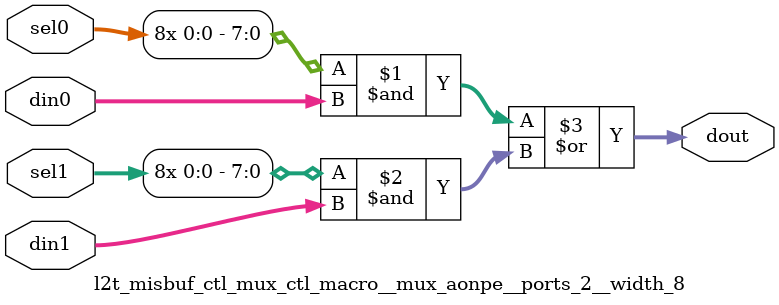
<source format=v>
`define ADDR_MAP_HI      39
`define ADDR_MAP_LO      32
`define IO_ADDR_BIT      39

`define DRAM_DATA_LO     8'h00
`define DRAM_DATA_HI     8'h7f

// IOP space
`define JBUS1            8'h80
`define HASH_TBL_NRAM_CSR 8'h81
`define RESERVED_1       8'h82
`define ENET_MAC_CSR     8'h83
`define ENET_ING_CSR     8'h84
`define ENET_EGR_CMD_CSR 8'h85
`define ENET_EGR_DP_CSR  8'h86
`define RESERVED_2_LO    8'h87
`define RESERVED_2_HI    8'h92
`define BSC_CSR          8'h93
`define RESERVED_3       8'h94
`define RAND_GEN_CSR     8'h95
`define CLOCK_UNIT_CSR   8'h96
`define DRAM_CSR         8'h97
`define IOB_MAN_CSR      8'h98
`define TAP_CSR          8'h99
`define RESERVED_4_L0    8'h9a
`define RESERVED_4_HI    8'h9d
`define CPU_ASI          8'h9e
`define IOB_INT_CSR      8'h9f

// L2 space
`define L2C_CSR_LO       8'ha0
`define L2C_CSR_HI       8'hbf

// More IOP space
`define JBUS2_LO         8'hc0
`define JBUS2_HI         8'hfe
`define SPI_CSR          8'hff


//Cache Crossbar Width and Field Defines
//======================================
`define	PCX_WIDTH	130  //PCX payload packet width , BS and SR 11/12/03 N2 Xbar Packet format change
`define	PCX_WIDTH_LESS1	129  //PCX payload packet width , BS and SR 11/12/03 N2 Xbar Packet format change
`define	CPX_WIDTH	146  //CPX payload packet width, BS and SR 11/12/03 N2 Xbar Packet format change
`define	CPX_WIDTH_LESS1	145  //CPX payload packet width, BS and SR 11/12/03 N2 Xbar Packet format change
`define	CPX_WIDTH11	134 
`define	CPX_WIDTH11c	134c
`define	CPX_WIDTHc	146c  //CPX payload packet width , BS and SR 11/12/03 N2 Xbar Packet format change

`define PCX_VLD         123  //PCX packet valid 
`define PCX_RQ_HI       122  //PCX request type field 
`define PCX_RQ_LO       118
`define PCX_NC          117  //PCX non-cacheable bit
`define PCX_R           117  //PCX read/!write bit 
`define PCX_CP_HI       116  //PCX cpu_id field
`define PCX_CP_LO       114
`define PCX_TH_HI       113  //PCX Thread field
`define PCX_TH_LO       112
`define PCX_BF_HI       111  //PCX buffer id field
`define PCX_INVALL      111
`define PCX_BF_LO       109
`define PCX_WY_HI       108  //PCX replaced L1 way field
`define PCX_WY_LO       107
`define PCX_P_HI        108  //PCX packet ID, 1st STQ - 10, 2nd - 01
`define PCX_P_LO        107
`define PCX_SZ_HI       106  //PCX load/store size field
`define PCX_SZ_LO       104
`define PCX_ERR_HI      106  //PCX error field
`define PCX_ERR_LO      104
`define PCX_AD_HI       103  //PCX address field
`define PCX_AD_LO        64
`define PCX_DA_HI        63  //PCX Store data
`define PCX_DA_LO         0  

`define PCX_SZ_1B    3'b000  // encoding for 1B access
`define PCX_SZ_2B    3'b001  // encoding for 2B access
`define PCX_SZ_4B    3'b010  // encoding for 4B access
`define PCX_SZ_8B    3'b011  // encoding for 8B access
`define PCX_SZ_16B   3'b100  // encoding for 16B access

`define CPX_VLD         145  //CPX payload packet valid

`define CPX_RQ_HI       144  //CPX Request type
`define CPX_RQ_LO       141
`define CPX_L2MISS      140
`define CPX_ERR_HI      140  //CPX error field
`define CPX_ERR_LO      138
`define CPX_NC          137  //CPX non-cacheable
`define CPX_R           137  //CPX read/!write bit
`define CPX_TH_HI       136  //CPX thread ID field 
`define CPX_TH_LO       134

//bits 133:128 are shared by different fields
//for different packet types.

`define CPX_IN_HI       133  //CPX Interrupt source 
`define CPX_IN_LO       128  

`define CPX_WYVLD       133  //CPX replaced way valid
`define CPX_WY_HI       132  //CPX replaced I$/D$ way
`define CPX_WY_LO       131
`define CPX_BF_HI       130  //CPX buffer ID field - 3 bits
`define CPX_BF_LO       128

`define CPX_SI_HI       132  //L1 set ID - PA[10:6]- 5 bits
`define CPX_SI_LO       128  //used for invalidates

`define CPX_P_HI        131  //CPX packet ID, 1st STQ - 10, 2nd - 01 
`define CPX_P_LO        130

`define CPX_ASI         130  //CPX forward request to ASI
`define CPX_IF4B        130
`define CPX_IINV        124
`define CPX_DINV        123
`define CPX_INVPA5      122
`define CPX_INVPA4      121
`define CPX_CPUID_HI    120
`define CPX_CPUID_LO    118
`define CPX_INV_PA_HI   116
`define CPX_INV_PA_LO   112
`define CPX_INV_IDX_HI   117
`define CPX_INV_IDX_LO   112

`define CPX_DA_HI       127  //CPX data payload
`define CPX_DA_LO         0

`define	LOAD_RQ		5'b00000
`define MMU_RQ          5'b01000 // BS and SR 11/12/03 N2 Xbar Packet format change
`define	IMISS_RQ	5'b10000
`define	STORE_RQ	5'b00001
`define	CAS1_RQ		5'b00010
`define	CAS2_RQ		5'b00011
`define	SWAP_RQ		5'b00111 
`define	STRLOAD_RQ	5'b00100
`define	STRST_RQ	5'b00101
`define STQ_RQ          5'b00111
`define INT_RQ          5'b01001
`define FWD_RQ          5'b01101
`define FWD_RPY         5'b01110
`define RSVD_RQ         5'b11111

`define LOAD_RET        4'b0000
`define INV_RET         4'b0011
`define ST_ACK          4'b0100
`define AT_ACK          4'b0011
`define INT_RET         4'b0111
`define TEST_RET        4'b0101
`define FP_RET          4'b1000
`define IFILL_RET       4'b0001
`define	EVICT_REQ	4'b0011
//`define INVAL_ACK       4'b1000
`define INVAL_ACK       4'b0100
`define	ERR_RET		4'b1100
`define STRLOAD_RET     4'b0010
`define STRST_ACK       4'b0110
`define FWD_RQ_RET      4'b1010
`define FWD_RPY_RET     4'b1011
`define RSVD_RET        4'b1111

//End cache crossbar defines


// Number of COS supported by EECU 
`define EECU_COS_NUM  	  2


// 
// BSC bus sizes
// =============
//

// General
`define BSC_ADDRESS      40
`define MAX_XFER_LEN     7'b0
`define XFER_LEN_WIDTH   6

// CTags
`define BSC_CTAG_SZ      12
`define EICU_CTAG_PRE    5'b11101
`define EICU_CTAG_REM    7
`define EIPU_CTAG_PRE    3'b011
`define EIPU_CTAG_REM    9
`define EECU_CTAG_PRE    8'b11010000
`define EECU_CTAG_REM    4
`define EEPU_CTAG_PRE    6'b010000
`define EEPU_CTAG_REM    6
`define L2C_CTAG_PRE     2'b00
`define L2C_CTAG_REM     10
`define JBI_CTAG_PRE     2'b10
`define JBI_CTAG_REM     10
// reinstated temporarily
`define PCI_CTAG_PRE     7'b1101100
`define PCI_CTAG_REM     5


// CoS
`define EICU_COS         1'b0
`define EIPU_COS         1'b1
`define EECU_COS         1'b0
`define EEPU_COS         1'b1
`define PCI_COS          1'b0

// L2$ Bank
`define BSC_L2_BNK_HI    8
`define BSC_L2_BNK_LO    6

// L2$ Req
`define BSC_L2_REQ_SZ   62
`define BSC_L2_REQ	`BSC_L2_REQ_SZ	// used by rams in L2 code
`define BSC_L2_BUS      64
`define BSC_L2_CTAG_HI  61
`define BSC_L2_CTAG_LO  50
`define BSC_L2_ADD_HI   49
`define BSC_L2_ADD_LO   10
`define BSC_L2_LEN_HI    9
`define BSC_L2_LEN_LO    3
`define BSC_L2_ALLOC     2
`define BSC_L2_COS       1
`define BSC_L2_READ      0   

// L2$ Ack
`define L2_BSC_ACK_SZ   16
`define L2_BSC_BUS      64
`define L2_BSC_CBA_HI   14    // CBA - Critical Byte Address
`define L2_BSC_CBA_LO   13
`define L2_BSC_READ     12
`define L2_BSC_CTAG_HI  11
`define L2_BSC_CTAG_LO   0

// Enet Egress Command Unit
`define EECU_REQ_BUS    44
`define EECU_REQ_SZ     44
`define EECU_R_QID_HI   43
`define EECU_R_QID_LO   40
`define EECU_R_ADD_HI   39
`define EECU_R_ADD_LO    0

`define EECU_ACK_BUS    64
`define EECU_ACK_SZ      5
`define EECU_A_NACK      4
`define EECU_A_QID_HI    3
`define EECU_A_QID_LO    0


// Enet Egress Packet Unit
`define EEPU_REQ_BUS    55
`define EEPU_REQ_SZ     55
`define EEPU_R_TLEN_HI  54
`define EEPU_R_TLEN_LO  48
`define EEPU_R_SOF      47
`define EEPU_R_EOF      46
`define EEPU_R_PORT_HI  45
`define EEPU_R_PORT_LO  44
`define EEPU_R_QID_HI   43
`define EEPU_R_QID_LO   40
`define EEPU_R_ADD_HI   39
`define EEPU_R_ADD_LO    0

// This is cleaved in between Egress Datapath Ack's
`define EEPU_ACK_BUS     6
`define EEPU_ACK_SZ      6
`define EEPU_A_EOF       5
`define EEPU_A_NACK      4
`define EEPU_A_QID_HI    3
`define EEPU_A_QID_LO    0


// Enet Egress Datapath
`define EEDP_ACK_BUS   128
`define EEDP_ACK_SZ     28
`define EEDP_A_NACK     27
`define EEDP_A_QID_HI   26
`define EEDP_A_QID_LO   21
`define EEDP_A_SOF      20
`define EEDP_A_EOF      19
`define EEDP_A_LEN_HI   18
`define EEDP_A_LEN_LO   12
`define EEDP_A_TAG_HI   11
`define EEDP_A_TAG_LO    0
`define EEDP_A_PORT_HI   5
`define EEDP_A_PORT_LO   4
`define EEDP_A_PORT_WIDTH 2


// In-Order / Ordered Queue: EEPU
// Tag is: TLEN, SOF, EOF, QID = 15
`define EEPU_TAG_ARY     (7+1+1+6)
`define EEPU_ENTRIES     16
`define EEPU_E_IDX        4
`define EEPU_PORTS        4
`define EEPU_P_IDX        2

// Nack + Tag Info + CTag
`define IOQ_TAG_ARY      (1+`EEPU_TAG_ARY+12)
`define EEPU_TAG_LOC     (`EEPU_P_IDX+`EEPU_E_IDX)


// ENET Ingress Queue Management Req
`define EICU_REQ_BUS     64 
`define EICU_REQ_SZ      62
`define EICU_R_CTAG_HI   61
`define EICU_R_CTAG_LO   50
`define EICU_R_ADD_HI    49
`define EICU_R_ADD_LO    10
`define EICU_R_LEN_HI     9
`define EICU_R_LEN_LO     3
`define EICU_R_COS        1
`define EICU_R_READ       0   


// ENET Ingress Queue Management Ack
`define EICU_ACK_BUS     64
`define EICU_ACK_SZ      14
`define EICU_A_NACK      13
`define EICU_A_READ      12
`define EICU_A_CTAG_HI   11
`define EICU_A_CTAG_LO    0


// Enet Ingress Packet Unit
`define EIPU_REQ_BUS    128 
`define EIPU_REQ_SZ      59
`define EIPU_R_CTAG_HI   58
`define EIPU_R_CTAG_LO   50
`define EIPU_R_ADD_HI    49
`define EIPU_R_ADD_LO    10
`define EIPU_R_LEN_HI     9
`define EIPU_R_LEN_LO     3
`define EIPU_R_COS        1
`define EIPU_R_READ       0   


// ENET Ingress Packet Unit Ack
`define EIPU_ACK_BUS      10
`define EIPU_ACK_SZ       10
`define EIPU_A_NACK       9
`define EIPU_A_CTAG_HI    8
`define EIPU_A_CTAG_LO    0


// In-Order / Ordered Queue: PCI
// Tag is: CTAG
`define PCI_TAG_ARY     12
`define PCI_ENTRIES     16
`define PCI_E_IDX        4
`define PCI_PORTS        2

// PCI-X Request
`define PCI_REQ_BUS      64
`define PCI_REQ_SZ       62
`define PCI_R_CTAG_HI    61
`define PCI_R_CTAG_LO    50
`define PCI_R_ADD_HI     49
`define PCI_R_ADD_LO     10
`define PCI_R_LEN_HI      9
`define PCI_R_LEN_LO      3
`define PCI_R_COS         1
`define PCI_R_READ        0

// PCI_X Acknowledge
`define PCI_ACK_BUS      64
`define PCI_ACK_SZ       14
`define PCI_A_NACK       13
`define PCI_A_READ       12 
`define PCI_A_CTAG_HI    11
`define PCI_A_CTAG_LO     0


`define BSC_MAX_REQ_SZ   62


//
// BSC array sizes
//================
//
`define BSC_REQ_ARY_INDEX        6
`define BSC_REQ_ARY_DEPTH       64
`define BSC_REQ_ARY_WIDTH       62
`define BSC_REQ_NXT_WIDTH       12
`define BSC_ACK_ARY_INDEX        6
`define BSC_ACK_ARY_DEPTH       64
`define BSC_ACK_ARY_WIDTH       14
`define BSC_ACK_NXT_WIDTH       12
`define BSC_PAY_ARY_INDEX        6
`define BSC_PAY_ARY_DEPTH       64
`define BSC_PAY_ARY_WIDTH      256

// ECC syndrome bits per memory element
`define BSC_PAY_ECC             10
`define BSC_PAY_MEM_WIDTH       (`BSC_PAY_ECC+`BSC_PAY_ARY_WIDTH)


//
// BSC Port Definitions
// ====================
//
// Bits 7 to 4 of curr_port_id
`define BSC_PORT_NULL       4'h0
`define BSC_PORT_SC         4'h1
`define BSC_PORT_EICU       4'h2
`define BSC_PORT_EIPU       4'h3
`define BSC_PORT_EECU       4'h4
`define BSC_PORT_EEPU       4'h8
`define BSC_PORT_PCI        4'h9

// Number of ports of each type
`define BSC_PORT_SC_CNT     8

// Bits needed to represent above
`define BSC_PORT_SC_IDX     3

// How wide the linked list pointers are
// 60b for no payload (2CoS)
// 80b for payload (2CoS)

//`define BSC_OBJ_PTR   80
//`define BSC_HD1_HI    69
//`define BSC_HD1_LO    60
//`define BSC_TL1_HI    59
//`define BSC_TL1_LO    50
//`define BSC_CT1_HI    49
//`define BSC_CT1_LO    40
//`define BSC_HD0_HI    29
//`define BSC_HD0_LO    20
//`define BSC_TL0_HI    19
//`define BSC_TL0_LO    10
//`define BSC_CT0_HI     9
//`define BSC_CT0_LO     0

`define BSC_OBJP_PTR  48
`define BSC_PYP1_HI   47
`define BSC_PYP1_LO   42
`define BSC_HDP1_HI   41
`define BSC_HDP1_LO   36
`define BSC_TLP1_HI   35
`define BSC_TLP1_LO   30
`define BSC_CTP1_HI   29
`define BSC_CTP1_LO   24
`define BSC_PYP0_HI   23
`define BSC_PYP0_LO   18
`define BSC_HDP0_HI   17
`define BSC_HDP0_LO   12
`define BSC_TLP0_HI   11
`define BSC_TLP0_LO    6
`define BSC_CTP0_HI    5
`define BSC_CTP0_LO    0

`define BSC_PTR_WIDTH     192
`define BSC_PTR_REQ_HI    191
`define BSC_PTR_REQ_LO    144
`define BSC_PTR_REQP_HI   143
`define BSC_PTR_REQP_LO    96
`define BSC_PTR_ACK_HI     95
`define BSC_PTR_ACK_LO     48
`define BSC_PTR_ACKP_HI    47
`define BSC_PTR_ACKP_LO     0

`define BSC_PORT_SC_PTR    96       // R, R+P
`define BSC_PORT_EECU_PTR  48       // A+P
`define BSC_PORT_EICU_PTR  96       // A, A+P
`define BSC_PORT_EIPU_PTR  48       // A

// I2C STATES in DRAMctl
`define I2C_CMD_NOP   4'b0000
`define I2C_CMD_START 4'b0001
`define I2C_CMD_STOP  4'b0010
`define I2C_CMD_WRITE 4'b0100
`define I2C_CMD_READ  4'b1000


//
// IOB defines
// ===========
//
`define IOB_ADDR_WIDTH       40
`define IOB_LOCAL_ADDR_WIDTH 32

`define IOB_CPU_INDEX         3
`define IOB_CPU_WIDTH         8
`define IOB_THR_INDEX         2
`define IOB_THR_WIDTH         4
`define IOB_CPUTHR_INDEX      5
`define IOB_CPUTHR_WIDTH     32

`define IOB_MONDO_DATA_INDEX  5
`define IOB_MONDO_DATA_DEPTH 32
`define IOB_MONDO_DATA_WIDTH 64
`define IOB_MONDO_SRC_WIDTH   5
`define IOB_MONDO_BUSY        5

`define IOB_INT_TAB_INDEX     6
`define IOB_INT_TAB_DEPTH    64 

`define IOB_INT_STAT_WIDTH   32
`define IOB_INT_STAT_HI      31
`define IOB_INT_STAT_LO       0

`define IOB_INT_VEC_WIDTH     6
`define IOB_INT_VEC_HI        5
`define IOB_INT_VEC_LO        0

`define IOB_INT_CPU_WIDTH     5
`define IOB_INT_CPU_HI       12 
`define IOB_INT_CPU_LO        8

`define IOB_INT_MASK          2
`define IOB_INT_CLEAR         1
`define IOB_INT_PEND          0

`define IOB_DISP_TYPE_HI     17
`define IOB_DISP_TYPE_LO     16
`define IOB_DISP_THR_HI      12
`define IOB_DISP_THR_LO       8
`define IOB_DISP_VEC_HI       5
`define IOB_DISP_VEC_LO       0

`define IOB_JBI_RESET         1
`define IOB_ENET_RESET        0

`define IOB_RESET_STAT_WIDTH  3
`define IOB_RESET_STAT_HI     3
`define IOB_RESET_STAT_LO     1

`define IOB_SERNUM_WIDTH     64

`define IOB_FUSE_WIDTH       22

`define IOB_TMSTAT_THERM     63

`define IOB_POR_TT            6'b01  // power-on-reset trap type

`define IOB_CPU_BUF_INDEX     4

`define IOB_INT_BUF_INDEX     4  
`define IOB_INT_BUF_WIDTH   153  // interrupt table read result buffer width

`define IOB_IO_BUF_INDEX      4
`define IOB_IO_BUF_WIDTH    153  // io-2-cpu return buffer width

`define IOB_L2_VIS_BUF_INDEX  5
`define IOB_L2_VIS_BUF_WIDTH 48  // l2 visibility buffer width

`define IOB_INT_AVEC_WIDTH   16  // availibility vector width
`define IOB_ACK_AVEC_WIDTH   16  // availibility vector width 

// fixme - double check address mapping
// CREG in `IOB_INT_CSR space
`define IOB_DEV_ADDR_MASK    32'hfffffe07
`define IOB_CREG_INTSTAT     32'h00000000
`define IOB_CREG_MDATA0      32'h00000400
`define IOB_CREG_MDATA1      32'h00000500
`define IOB_CREG_MBUSY       32'h00000900
`define IOB_THR_ADDR_MASK    32'hffffff07
`define IOB_CREG_MDATA0_ALIAS 32'h00000600
`define IOB_CREG_MDATA1_ALIAS 32'h00000700
`define IOB_CREG_MBUSY_ALIAS  32'h00000b00

// CREG in `IOB_MAN_CSR space
`define IOB_CREG_INTMAN      32'h00000000
`define IOB_CREG_INTCTL      32'h00000400
`define IOB_CREG_INTVECDISP  32'h00000800
`define IOB_CREG_RESETSTAT   32'h00000810
`define IOB_CREG_SERNUM      32'h00000820
`define IOB_CREG_TMSTATCTRL  32'h00000828
`define IOB_CREG_COREAVAIL   32'h00000830
`define IOB_CREG_SSYSRESET   32'h00000838
`define IOB_CREG_FUSESTAT    32'h00000840
`define IOB_CREG_JINTV       32'h00000a00

`define IOB_CREG_DBG_L2VIS_CTRL    32'h00001800 
`define IOB_CREG_DBG_L2VIS_MASKA   32'h00001820 
`define IOB_CREG_DBG_L2VIS_MASKB   32'h00001828 
`define IOB_CREG_DBG_L2VIS_CMPA    32'h00001830
`define IOB_CREG_DBG_L2VIS_CMPB    32'h00001838
`define IOB_CREG_DBG_L2VIS_TRIG    32'h00001840
`define IOB_CREG_DBG_IOBVIS_CTRL   32'h00001000
`define IOB_CREG_DBG_ENET_CTRL     32'h00002000
`define IOB_CREG_DBG_ENET_IDLEVAL  32'h00002008
`define IOB_CREG_DBG_JBUS_CTRL     32'h00002100
`define IOB_CREG_DBG_JBUS_LO_MASK0 32'h00002140
`define IOB_CREG_DBG_JBUS_LO_MASK1 32'h00002160
`define IOB_CREG_DBG_JBUS_LO_CMP0  32'h00002148
`define IOB_CREG_DBG_JBUS_LO_CMP1  32'h00002168
`define IOB_CREG_DBG_JBUS_LO_CNT0  32'h00002150
`define IOB_CREG_DBG_JBUS_LO_CNT1  32'h00002170
`define IOB_CREG_DBG_JBUS_HI_MASK0 32'h00002180
`define IOB_CREG_DBG_JBUS_HI_MASK1 32'h000021a0
`define IOB_CREG_DBG_JBUS_HI_CMP0  32'h00002188
`define IOB_CREG_DBG_JBUS_HI_CMP1  32'h000021a8
`define IOB_CREG_DBG_JBUS_HI_CNT0  32'h00002190
`define IOB_CREG_DBG_JBUS_HI_CNT1  32'h000021b0

`define IOB_CREG_TESTSTUB    32'h80000000

// Address map for TAP access of SPARC ASI
`define IOB_ASI_PC            4'b0000
`define IOB_ASI_BIST          4'b0001
`define IOB_ASI_MARGIN        4'b0010
`define IOB_ASI_DEFEATURE     4'b0011
`define IOB_ASI_L1DD          4'b0100
`define IOB_ASI_L1ID          4'b0101
`define IOB_ASI_L1DT          4'b0110

`define IOB_INT               2'b00
`define IOB_RESET             2'b01
`define IOB_IDLE              2'b10
`define IOB_RESUME            2'b11

//
// CIOP UCB Bus Width
// ==================
//
`define IOB_EECU_WIDTH       16  // ethernet egress command
`define EECU_IOB_WIDTH       16

`define IOB_NRAM_WIDTH       16  // NRAM (RLDRAM previously)
`define NRAM_IOB_WIDTH        4

`define IOB_JBI_WIDTH        16  // JBI
`define JBI_IOB_WIDTH        16 

`define IOB_ENET_ING_WIDTH   32  // ethernet ingress
`define ENET_ING_IOB_WIDTH    8

`define IOB_ENET_EGR_WIDTH    4  // ethernet egress
`define ENET_EGR_IOB_WIDTH    4

`define IOB_ENET_MAC_WIDTH    4  // ethernet MAC
`define ENET_MAC_IOB_WIDTH    4

`define IOB_DRAM_WIDTH        4  // DRAM controller
`define DRAM_IOB_WIDTH        4

`define IOB_BSC_WIDTH         4  // BSC
`define BSC_IOB_WIDTH         4

`define IOB_SPI_WIDTH         4  // SPI (Boot ROM)
`define SPI_IOB_WIDTH         4

`define IOB_CLK_WIDTH         4  // clk unit
`define CLK_IOB_WIDTH         4

`define IOB_CLSP_WIDTH        4  // clk spine unit
`define CLSP_IOB_WIDTH        4

`define IOB_TAP_WIDTH         8  // TAP
`define TAP_IOB_WIDTH         8


//
// CIOP UCB Buf ID Type
// ====================
//
`define UCB_BID_CMP          2'b00
`define UCB_BID_TAP          2'b01

//
// Interrupt Device ID
// ===================
//
// Caution: DUMMY_DEV_ID has to be 9 bit wide
//          for fields to line up properly in the IOB.
`define DUMMY_DEV_ID         9'h10   // 16
`define UNCOR_ECC_DEV_ID     7'd17   // 17

//
// Soft Error related definitions 
// ==============================
//
`define COR_ECC_CNT_WIDTH   16


//
// CMP clock
// =========
//

`define CMP_CLK_PERIOD   1333


//
// NRAM/IO Interface
// =================
//

`define DRAM_CLK_PERIOD  6000

`define NRAM_IO_DQ_WIDTH   32
`define IO_NRAM_DQ_WIDTH   32

`define NRAM_IO_ADDR_WIDTH 15
`define NRAM_IO_BA_WIDTH    2


//
// NRAM/ENET Interface
// ===================
//

`define NRAM_ENET_DATA_WIDTH 64
`define ENET_NRAM_ADDR_WIDTH 20

`define NRAM_DBG_DATA_WIDTH  40


//
// IO/FCRAM Interface
// ==================
//

`define FCRAM_DATA1_HI       63
`define FCRAM_DATA1_LO       32
`define FCRAM_DATA0_HI       31
`define FCRAM_DATA0_LO        0

//
// PCI Interface
// ==================
// Load/store size encodings
// -------------------------
// Size encoding
// 000 - byte
// 001 - half-word
// 010 - word
// 011 - double-word
// 100 - quad
`define LDST_SZ_BYTE        3'b000
`define LDST_SZ_HALF_WORD   3'b001
`define LDST_SZ_WORD        3'b010
`define LDST_SZ_DOUBLE_WORD 3'b011
`define LDST_SZ_QUAD        3'b100

//
// JBI<->SCTAG Interface
// =======================
// Outbound Header Format
`define JBI_BTU_OUT_ADDR_LO      0
`define JBI_BTU_OUT_ADDR_HI     42
`define JBI_BTU_OUT_RSV0_LO     43
`define JBI_BTU_OUT_RSV0_HI     43
`define JBI_BTU_OUT_TYPE_LO     44
`define JBI_BTU_OUT_TYPE_HI     48
`define JBI_BTU_OUT_RSV1_LO     49
`define JBI_BTU_OUT_RSV1_HI     51
`define JBI_BTU_OUT_REPLACE_LO  52
`define JBI_BTU_OUT_REPLACE_HI  56
`define JBI_BTU_OUT_RSV2_LO     57
`define JBI_BTU_OUT_RSV2_HI     59
`define JBI_BTU_OUT_BTU_ID_LO   60
`define JBI_BTU_OUT_BTU_ID_HI   71
`define JBI_BTU_OUT_DATA_RTN    72
`define JBI_BTU_OUT_RSV3_LO     73
`define JBI_BTU_OUT_RSV3_HI     75
`define JBI_BTU_OUT_CE          76
`define JBI_BTU_OUT_RSV4_LO     77
`define JBI_BTU_OUT_RSV4_HI     79
`define JBI_BTU_OUT_UE          80
`define JBI_BTU_OUT_RSV5_LO     81
`define JBI_BTU_OUT_RSV5_HI     83
`define JBI_BTU_OUT_DRAM        84
`define JBI_BTU_OUT_RSV6_LO     85
`define JBI_BTU_OUT_RSV6_HI    127

// Inbound Header Format
`define JBI_SCTAG_IN_ADDR_LO   0
`define JBI_SCTAG_IN_ADDR_HI  39
`define JBI_SCTAG_IN_SZ_LO    40
`define JBI_SCTAG_IN_SZ_HI    42
`define JBI_SCTAG_IN_RSV0     43
`define JBI_SCTAG_IN_TAG_LO   44
`define JBI_SCTAG_IN_TAG_HI   55
`define JBI_SCTAG_IN_REQ_LO   56
`define JBI_SCTAG_IN_REQ_HI   58
`define JBI_SCTAG_IN_POISON   59
`define JBI_SCTAG_IN_RSV1_LO  60
`define JBI_SCTAG_IN_RSV1_HI  63

`define JBI_SCTAG_REQ_WRI   3'b100
`define JBI_SCTAG_REQ_WR8   3'b010
`define JBI_SCTAG_REQ_RDD   3'b001
`define JBI_SCTAG_REQ_WRI_BIT 2
`define JBI_SCTAG_REQ_WR8_BIT 1
`define JBI_SCTAG_REQ_RDD_BIT 0

//
// JBI->IOB Mondo Header Format
// ============================
//
`define JBI_IOB_MONDO_RSV1_HI       15 // reserved 1
`define JBI_IOB_MONDO_RSV1_LO       13
`define JBI_IOB_MONDO_TRG_HI        12 // interrupt target
`define JBI_IOB_MONDO_TRG_LO         8 
`define JBI_IOB_MONDO_RSV0_HI        7 // reserved 0
`define JBI_IOB_MONDO_RSV0_LO        5
`define JBI_IOB_MONDO_SRC_HI         4 // interrupt source
`define JBI_IOB_MONDO_SRC_LO         0

`define JBI_IOB_MONDO_RSV1_WIDTH     3 
`define JBI_IOB_MONDO_TRG_WIDTH      5
`define JBI_IOB_MONDO_RSV0_WIDTH     3 
`define JBI_IOB_MONDO_SRC_WIDTH      5

// JBI->IOB Mondo Bus Width/Cycle
// ==============================
// Cycle  1 Header[15:8]
// Cycle  2 Header[ 7:0]
// Cycle  3 J_AD[127:120]
// Cycle  4 J_AD[119:112]
// .....
// Cycle 18 J_AD[  7:  0]
`define JBI_IOB_MONDO_BUS_WIDTH      8
`define JBI_IOB_MONDO_BUS_CYCLE     18 // 2 header + 16 data


 

`define	IQ_SIZE	8
`define	OQ_SIZE	12
`define	TAG_WIDTH	28
`define	TAG_WIDTH_LESS1	27
`define	TAG_WIDTHr	28r
`define	TAG_WIDTHc	28c
`define	TAG_WIDTH6	22
`define	TAG_WIDTH6r	22r
`define	TAG_WIDTH6c	22c


`define	MBD_WIDTH	106    // BS and SR 11/12/03 N2 Xbar Packet format change

// BS and SR 11/12/03 N2 Xbar Packet format change

`define	MBD_ECC_HI	105
`define	MBD_ECC_HI_PLUS1	106
`define	MBD_ECC_HI_PLUS5	110
`define	MBD_ECC_LO	100
`define	MBD_EVICT	99 
`define	MBD_DEP		98
`define	MBD_TECC	97
`define	MBD_ENTRY_HI	96
`define	MBD_ENTRY_LO	93

`define	MBD_POISON	92   
`define	MBD_RDMA_HI	91
`define	MBD_RDMA_LO	90
`define	MBD_RQ_HI	89
`define	MBD_RQ_LO	85
`define	MBD_NC		84
`define	MBD_RSVD	83
`define	MBD_CP_HI	82
`define	MBD_CP_LO	80
`define	MBD_TH_HI	79
`define	MBD_TH_LO	77
`define	MBD_BF_HI	76
`define	MBD_BF_LO	74
`define	MBD_WY_HI	73
`define	MBD_WY_LO	72
`define	MBD_SZ_HI	71
`define	MBD_SZ_LO	64
`define	MBD_DATA_HI	63
`define	MBD_DATA_LO	0

// BS and SR 11/12/03 N2 Xbar Packet format change
`define	L2_FBF		40
`define	L2_MBF		39
`define	L2_SNP		38
`define	L2_CTRUE	37
`define	L2_EVICT  	36
`define	L2_DEP		35
`define	L2_TECC		34
`define	L2_ENTRY_HI	33
`define	L2_ENTRY_LO	29

`define	L2_POISON	28
`define	L2_RDMA_HI	27
`define	L2_RDMA_LO	26
// BS and SR 11/12/03 N2 Xbar Packet format change , maps to bits [128:104] of PCXS packet , ther than RSVD bit
`define	L2_RQTYP_HI	25
`define	L2_RQTYP_LO	21
`define	L2_NC		20
`define	L2_RSVD		19
`define	L2_CPUID_HI	18
`define	L2_CPUID_LO	16
`define	L2_TID_HI	15	
`define	L2_TID_LO	13	
`define	L2_BUFID_HI     12	
`define	L2_BUFID_LO	10	
`define	L2_L1WY_HI	9
`define	L2_L1WY_LO	8
`define	L2_SZ_HI	7
`define	L2_SZ_LO	0


`define	ERR_MEU		63
`define	ERR_MEC		62
`define	ERR_RW		61
`define	ERR_ASYNC	60
`define	ERR_TID_HI	59 // PRM needs to change to reflect this : TID will be bits [59:54] instead of [58:54]
`define	ERR_TID_LO	54
`define	ERR_LDAC	53
`define	ERR_LDAU	52
`define	ERR_LDWC	51
`define	ERR_LDWU	50
`define	ERR_LDRC	49
`define	ERR_LDRU	48
`define	ERR_LDSC	47
`define	ERR_LDSU	46
`define	ERR_LTC		45
`define	ERR_LRU		44
`define	ERR_LVU		43
`define	ERR_DAC		42
`define	ERR_DAU		41
`define	ERR_DRC		40
`define	ERR_DRU		39
`define	ERR_DSC		38
`define	ERR_DSU		37
`define	ERR_VEC		36
`define	ERR_VEU		35
`define ERR_LVC         34
`define	ERR_SYN_HI	31
`define	ERR_SYN_LO	0



`define ERR_MEND	51
`define ERR_NDRW	50
`define ERR_NDSP	49
`define ERR_NDDM	48
`define ERR_NDVCID_HI   45
`define ERR_NDVCID_LO   40
`define ERR_NDADR_HI    39
`define ERR_NDADR_LO    4


//  Phase 2 : SIU Inteface and format change

`define	JBI_HDR_SZ	26 // BS and SR 11/12/03 N2 Xbar Packet format change
`define	JBI_HDR_SZ_LESS1	25 // BS and SR 11/12/03 N2 Xbar Packet format change
`define	JBI_HDR_SZ4     23	
`define	JBI_HDR_SZc	27c
`define	JBI_HDR_SZ4c    23c	

`define	JBI_ADDR_LO	0	
`define	JBI_ADDR_HI	7	
`define	JBI_SZ_LO	8	
`define	JBI_SZ_HI	15	
// `define	JBI_RSVD	16	NOt used
`define	JBI_CTAG_LO	16	
`define	JBI_CTAG_HI	23	
`define	JBI_RQ_RD	24	
`define	JBI_RQ_WR8	25	
`define	JBI_RQ_WR64	26	
`define JBI_OPES_LO	27	// 0 = 30, P=29, E=28, S=27
`define JBI_OPES_HI	30
`define	JBI_RQ_POISON	31	
`define	JBI_ENTRY_LO	32
`define	JBI_ENTRY_HI	33

//  Phase 2 : SIU Inteface and format change
// BS and SR 11/12/03 N2 Xbar Packet format change :
`define	JBINST_SZ_LO	0	
`define	JBINST_SZ_HI	7	
// `define	JBINST_RSVD	8 NOT used	
`define	JBINST_CTAG_LO	8	
`define	JBINST_CTAG_HI	15	
`define	JBINST_RQ_RD	16	
`define	JBINST_RQ_WR8	17	
`define	JBINST_RQ_WR64	18	
`define JBINST_OPES_LO  19	// 0 = 22, P=21, E=20, S=19
`define JBINST_OPES_HI  22
`define	JBINST_ENTRY_LO	23
`define	JBINST_ENTRY_HI	24
`define	JBINST_POISON   25


`define	ST_REQ_ST	1
`define	LD_REQ_ST	2
`define	IDLE	0


 
 
//////////////////////////////////////////////////////////////////////// 
// Local header file includes / local defines 
// Update on 3/10/2003: Added a gate_off_par_err_c2 signal to gate off 
// 			par error insertion when an instruction actually 
//		 	hits the $ or FB. However if an instruction is inserted 
//			due to another reason, then tagd_par_err_c2 is used 
//			for all other purposes. 
//////////////////////////////////////////////////////////////////////// 
 
module l2t_misbuf_ctl (
  tcu_pce_ov, 
  tcu_aclk, 
  tcu_bclk, 
  tcu_scan_en, 
  tag_miss_unqual_c2, 
  tag_store_inst_c3, 
  tag_hit_unqual_c2, 
  tag_hit_c3, 
  tag_lru_way_c4, 
  tag_rdma_vld_px0_p, 
  tag_misbuf_rdma_reg_vld_c2, 
  tag_hit_not_comp_c3, 
  tag_alt_tag_miss_unqual_c3, 
  tag_misbuf_int_ack_c3, 
  arb_pf_ice_inst_c2, 
  arbdec_pf_ice_inst_c1, 
  arb_inst_vld_c2, 
  arb_pf_ice_inst_c7, 
  arb_decdp_ld_inst_c2, 
  arb_decdp_imiss_inst_c2, 
  arb_decdp_swap_inst_c2, 
  arb_arbdp_pst_with_ctrue_c2, 
  arb_arbdp_misbuf_pst_no_ctrue_c2, 
  arb_decdp_cas2_inst_c2, 
  arbdec_arbdp_inst_mb_c2, 
  arb_decdp_pst_inst_c2, 
  arb_decdp_cas1_inst_c2, 
  arbdec_arbdp_inst_mb_entry_c1, 
  arb_arbdp_tecc_inst_mb_c8, 
  arbdec_arbdp_rdma_inst_c1, 
  arb_decdp_ld64_inst_c2, 
  arb_decdp_wr64_inst_c2, 
  arb_decdp_bis_inst_c3, 
  arbdec_arbdp_inst_bufidhi_c8, 
  arb_decdp_wr8_inst_c2, 
  arb_csr_st_c2, 
  arb_evict_vld_c2, 
  arb_misbuf_inst_vld_c2, 
  arb_pst_ctrue_en_c8, 
  arb_misbuf_hit_off_c1, 
  arb_evict_tecc_vld_c2, 
  arbdec_arbdp_inst_dep_c2, 
  arb_vuad_ce_err_c2, 
  usaloc_ua_ce_c2, 
  vlddir_vd_ce_c2, 
  misbuf_vuad_ce_err_c6, 
  misbuf_vuad_ce_instr_c2, 
  misbuf_vuad_ce_instr_ack_c2, 
  arb_decdp_cas2_from_mb_c2, 
  arbadr_arbdp_addr_c1c2comp_c1, 
  arbadr_arbdp_addr_c1c3comp_c1, 
  arbadr_idx_c1c2comp_c1, 
  arbadr_idx_c1c3comp_c1, 
  arb_misbuf_cas1_hit_c8, 
  arb_misbuf_ctrue_c9, 
  arb_misbuf_mbsel_c1, 
  mb_cam_match, 
  mb_cam_match_idx, 
  deccck_uncorr_err_c8, 
  deccck_notdata_err_c8, 
  deccck_spcd_corr_err_c8, 
  deccck_spcfb_corr_err_c8, 
  filbuf_misbuf_match_c2, 
  filbuf_misbuf_stinst_match_c2, 
  filbuf_misbuf_entry_avail, 
  filbuf_fbf_ready_miss_r1, 
  filbuf_fbf_enc_ld_mbid_r1, 
  filbuf_fbf_st_or_dep_rdy_c4, 
  filbuf_fbf_enc_dep_mbid_c4, 
  filbuf_fb_count_eq_0, 
  filbuf_misbuf_fbid_d2, 
  filbuf_misbuf_nofill_d2, 
  filbuf_misbuf_ue_offmode_c7, 
  filbuf_misbuf_ce_offmode_c7, 
  wbuf_hit_unqual_c2, 
  wbuf_misbuf_dep_rdy_en, 
  wbuf_misbuf_dep_mbid, 
  rdmat_hit_unqual_c2, 
  rdmat_misbuf_dep_mbid, 
  rdmat_misbuf_dep_rdy_en, 
  tag_misbuf_par_err_c3, 
  mcu_l2t_rd_ack, 
  csr_l2_bypass_mode_on, 
  csr_l2_dir_map_on, 
  l2clk, 
  wmr_l, 
  scan_in, 
  arb_tecc_c2, 
  scan_out, 
  misbuf_hit_st_dep_zero, 
  misbuf_arb_cnt28_px2_prev, 
  misbuf_arb_snp_cnt8_px1, 
  misbuf_arb_vld_px1, 
  misbuf_nondep_fbhit_c3, 
  misbuf_hit_c3, 
  misbuf_arb_hit_c3, 
  arb_misbuf_inval_inst_c2, 
  filbuf_match_c3, 
  misbuf_arbdp_ctrue_px2, 
  misbuf_arb_l2rd_en, 
  misbuf_arb_mcurd_en, 
  misbuf_tag_hit_unqual_c2, 
  misbuf_corr_err_c2, 
  misbuf_uncorr_err_c2, 
  misbuf_notdata_err_c2, 
  misbuf_wr64_miss_comp_c3, 
  misbuf_wbuf_mbid_c4, 
  misbuf_mbf_insert_mbid_c4, 
  misbuf_mbf_insert_c4, 
  misbuf_hit_c4, 
  misbuf_mbf_delete_c4, 
  misbuf_filbuf_next_vld_c4, 
  misbuf_filbuf_next_link_c4, 
  misbuf_filbuf_mcu_pick, 
  misbuf_filbuf_fbid, 
  misbuf_filbuf_way, 
  misbuf_filbuf_way_fbid_vld, 
  filbuf_tag_hit_frm_mb_c2, 
  misbuf_mbtag_wr_en_c2, 
  misbuf_mb_write_wl, 
  misbuf_buf_rd_en, 
  misbuf_mb_read_wl, 
  misbuf_dep_c8, 
  misbuf_mb_data_write_wl, 
  misbuf_evict_c8, 
  misbuf_tecc_c8, 
  misbuf_mbentry_c8, 
  misbuf_mbdata_wr_en_c8, 
  misbuf_notdata_err_c1, 
  misbuf_uncorr_err_c1, 
  l2t_mcu_rd_req, 
  l2t_mcu_rd_dummy_req, 
  l2t_mb2_mbdata_wr_en, 
  l2t_mb2_run, 
  l2t_mb2_mbdata_rd_en, 
  l2t_mb2_mbtag_rd_en, 
  l2t_mb2_mbtag_wr_en, 
  l2t_mb2_addr, 
  mb_mbist_cam_hit, 
  mbtag_mbist_cam_sel, 
  misbuf_vuad_ce_err_c8);
wire pce_ov;
wire siclk;
wire soclk;
wire stop;
wire se;
wire l1clk;
wire vuad_err_true_c2;
wire vuad_err_true_c3;
wire spares_scanout;
wire dbginit_l;
wire reset_flop_scanin;
wire reset_flop_scanout;
wire arb_vuad_ce_err_c2_qual;
wire ff_l2t_mbist_r1_scanin;
wire ff_l2t_mbist_r1_scanout;
wire l2t_mb2_mbdata_wr_en_r1;
wire l2t_mb2_mbtag_rd_en_r1;
wire l2t_mb2_mbtag_wr_en_r1;
wire l2t_mb2_mbdata_rd_en_r1;
wire [4:0] l2t_mb2_addr_r1;
wire l2t_mb2_mbdata_wr_en_r2;
wire mbtag_mbist_cam_sel_r1;
wire l2t_mb2_run_r1;
wire l2t_mb2_mbtag_rd_en_r2;
wire l2t_mb2_mbtag_wr_en_r2;
wire l2t_mb2_mbdata_rd_en_r2;
wire [4:0] l2t_mb2_addr_r2;
wire misbuf_vuad_ce_err_log_c2;
wire ff_loggingerr_scanin;
wire ff_loggingerr_scanout;
wire misbuf_vuad_ce_err_log_c3;
wire misbuf_vuad_ce_err_log_c4;
wire misbuf_vuad_ce_err_log_c5;
wire misbuf_vuad_ce_err_log_c52;
wire misbuf_vuad_ce_err_log_c6;
wire misbuf_vuad_ce_err_log_c7;
wire ff_tag_hit_unqual_c3_scanin;
wire ff_tag_hit_unqual_c3_scanout;
wire ff_mbf_insert_c3_scanin;
wire ff_mbf_insert_c3_scanout;
wire ff_mbf_insert_c3_1_scanin;
wire ff_mbf_insert_c3_1_scanout;
wire mbf_insert_c3_tmp_1_clone;
wire ff_inst_mb_c3_1_scanin;
wire ff_inst_mb_c3_1_scanout;
wire ff_arb_vuad_ce_err_c3_scanin;
wire ff_arb_vuad_ce_err_c3_scanout;
wire arb_vuad_ce_err_c3;
wire ff_mbf_delete_c3_scanin;
wire ff_mbf_delete_c3_scanout;
wire mbf_delete_c3_tmp;
wire ff_mbf_delete_c3_1_scanin;
wire ff_mbf_delete_c3_1_scanout;
wire mbf_delete_c3_tmp_1_clone;
wire arb_pf_ice_inst_c3;
wire misbuf_tag_hit_unqual_c2_internal;
wire ff_mbctl_nondep_fbhit_c3_scanin;
wire ff_mbctl_nondep_fbhit_c3_scanout;
wire [31:0] mbtag_write_ptr;
wire ff_mb_count_c4_scanin;
wire ff_mb_count_c4_scanout;
wire ff_rdma_inst_c2_scanin;
wire ff_rdma_inst_c2_scanout;
wire ff_rdma_inst_c3_scanin;
wire ff_rdma_inst_c3_scanout;
wire ff_mb_rdma_count_c4_scanin;
wire ff_mb_rdma_count_c4_scanout;
wire ff_inst_mb_entry_c2_scanin;
wire ff_inst_mb_entry_c2_scanout;
wire mb_mbist_cam_hit_unreg;
wire ff_mb_mbist_cam_match_scanin;
wire ff_mb_mbist_cam_match_scanout;
wire [31:0] mb_cam_match_reg;
wire ff_l2_dir_map_on_d1_scanin;
wire ff_l2_dir_map_on_d1_scanout;
wire ff_tmp_cam_hit_vec_c2_scanin;
wire ff_tmp_cam_hit_vec_c2_scanout;
wire ff_tmp_idx_hit_vec_c2_scanin;
wire ff_tmp_idx_hit_vec_c2_scanout;
wire ff_misbuf_c1c2_match_c1_d1_scanin;
wire ff_misbuf_c1c2_match_c1_d1_scanout;
wire ff_misbuf_c1c2_match_c1_d1_1_scanin;
wire ff_misbuf_c1c2_match_c1_d1_1_scanout;
wire misbuf_c1c2_match_c1_d1_1_clone;
wire ff_mb_hit_off_c1_d1_scanin;
wire ff_mb_hit_off_c1_d1_scanout;
wire mb_hit_off_c1_d1_clone;
wire ff_misbuf_hit_vec_c3_scanin;
wire ff_misbuf_hit_vec_c3_scanout;
wire tmp_cam_hit_c2_or_all;
wire tmp_hit_unqual_c2_cloned;
wire inst_mb_c3_2_clone;
wire mb_inst_vld_c3_2_clone;
wire tmp_cam_hit_c2_clone;
wire ff_idx_c1c2comp_c1_d1_scanin;
wire ff_idx_c1c2comp_c1_d1_scanout;
wire arbadr_idx_c1c2comp_c1_d1;
wire ff_misbuf_idx_hit_vec_c3_scanin;
wire ff_misbuf_idx_hit_vec_c3_scanout;
wire [1:0] cout6;
wire [1:0] cout7;
wire [1:0] cout8;
wire [1:0] cout9;
wire [1:0] cout10;
wire ff_hit_count_c4_scanin;
wire ff_hit_count_c4_scanout;
wire ff_mb_idx_count_full_c5_scanin;
wire ff_mb_idx_count_full_c5_scanout;
wire ff_inst_mb_c3_scanin;
wire ff_inst_mb_c3_scanout;
wire ff_inst_mb_c3_2_scanin;
wire ff_inst_mb_c3_2_scanout;
wire ff_mb_inst_vld_c3_scanin;
wire ff_mb_inst_vld_c3_scanout;
wire ff_mb_inst_vld_c3_1_scanin;
wire ff_mb_inst_vld_c3_1_scanout;
wire ff_mb_inst_vld_staging_scanin;
wire ff_mb_inst_vld_staging_scanout;
wire misbuf_inst_c4;
wire misbuf_inst_c5;
wire misbuf_inst_c52;
wire misbuf_inst_c6;
wire misbuf_inst_c7;
wire misbuf_inst_c8;
wire ff_mb_inst_vld_c3_2_scanin;
wire ff_mb_inst_vld_c3_2_scanout;
wire ff_mb_rewrite_en_c4_scanin;
wire ff_mb_rewrite_en_c4_scanout;
wire ff_mb_rewrite_en_c5_scanin;
wire ff_mb_rewrite_en_c5_scanout;
wire ff_mb_rewrite_en_c52_scanin;
wire ff_mb_rewrite_en_c52_scanout;
wire mb_rewrite_en_c52;
wire ff_mb_rewrite_en_c6_scanin;
wire ff_mb_rewrite_en_c6_scanout;
wire ff_mb_rewrite_en_c7_scanin;
wire ff_mb_rewrite_en_c7_scanout;
wire ff_mb_rewrite_en_c8_scanin;
wire ff_mb_rewrite_en_c8_scanout;
wire ff_mbdata_wr_en_c4_scanin;
wire ff_mbdata_wr_en_c4_scanout;
wire ff_mbdata_wr_en_c5_scanin;
wire ff_mbdata_wr_en_c5_scanout;
wire ff_mbdata_wr_en_c52_scanin;
wire ff_mbdata_wr_en_c52_scanout;
wire ff_mbdata_wr_en_c6_scanin;
wire ff_mbdata_wr_en_c6_scanout;
wire ff_mbdata_wr_en_c7_scanin;
wire ff_mbdata_wr_en_c7_scanout;
wire ff_mbdata_wr_en_c8_scanin;
wire ff_mbdata_wr_en_c8_scanout;
wire misbuf_mbdata_wr_en_c8_fnl;
wire ff_enc_tag_wr_wl_c3_scanin;
wire ff_enc_tag_wr_wl_c3_scanout;
wire ff_enc_data_wr_wl_c4_scanin;
wire ff_enc_data_wr_wl_c4_scanout;
wire ff_enc_data_wr_wl_c5_scanin;
wire ff_enc_data_wr_wl_c5_scanout;
wire ff_enc_data_wr_wl_c52_scanin;
wire ff_enc_data_wr_wl_c52_scanout;
wire ff_enc_data_wr_wl_c6_scanin;
wire ff_enc_data_wr_wl_c6_scanout;
wire ff_enc_data_wr_wl_c7_scanin;
wire ff_enc_data_wr_wl_c7_scanout;
wire ff_enc_data_wr_wl_c8_scanin;
wire ff_enc_data_wr_wl_c8_scanout;
wire ff_enc_data_wr_wl_c9_scanin;
wire ff_enc_data_wr_wl_c9_scanout;
wire ff_mbf_dep_c3_scanin;
wire ff_mbf_dep_c3_scanout;
wire misbuf_dep_inst_c3_tmp;
wire ff_dep_inst_c3_scanin;
wire ff_dep_inst_c3_scanout;
wire ff_tecc_c3_scanin;
wire ff_tecc_c3_scanout;
wire ff_set_dep_c2_ldifetch_miss_c2_scanin;
wire ff_set_dep_c2_ldifetch_miss_c2_scanout;
wire arb_decdp_cas2_inst_c3;
wire arb_decdp_swap_inst_c3;
wire ff_mbf_dep_c4_scanin;
wire ff_mbf_dep_c4_scanout;
wire ff_dep_bit_scanin;
wire ff_dep_bit_scanout;
wire ff_mbf_dep_c5_scanin;
wire ff_mbf_dep_c5_scanout;
wire ff_mbf_dep_c52_scanin;
wire ff_mbf_dep_c52_scanout;
wire ff_mbf_dep_c6_scanin;
wire ff_mbf_dep_c6_scanout;
wire ff_mbf_dep_c7_scanin;
wire ff_mbf_dep_c7_scanout;
wire ff_mbf_dep_c8_scanin;
wire ff_mbf_dep_c8_scanout;
wire ff_misbuf_mark_evict_tmp_c3_scanin;
wire ff_misbuf_mark_evict_tmp_c3_scanout;
wire ff_evict_vld_unqual_c3_scanin;
wire ff_evict_vld_unqual_c3_scanout;
wire ff_decdp_wr64_inst_c3_scanin;
wire ff_decdp_wr64_inst_c3_scanout;
wire ff_decdp_ld64_inst_c3_scanin;
wire ff_decdp_ld64_inst_c3_scanout;
wire ff_ld64_inst_c4_scanin;
wire ff_ld64_inst_c4_scanout;
wire ff_ld64_inst_c5_scanin;
wire ff_ld64_inst_c5_scanout;
wire ff_ld64_inst_c52_scanin;
wire ff_ld64_inst_c52_scanout;
wire ff_ld64_inst_c6_scanin;
wire ff_ld64_inst_c6_scanout;
wire ff_ld64_inst_c7_scanin;
wire ff_ld64_inst_c7_scanout;
wire arb_decdp_cas2_from_mb_c3;
wire ff_mcu_rdy_c4_scanin;
wire ff_mcu_rdy_c4_scanout;
wire ff_mcu_rdy_c5_scanin;
wire ff_mcu_rdy_c5_scanout;
wire ff_mcu_rdy_c52_scanin;
wire ff_mcu_rdy_c52_scanout;
wire ff_mcu_rdy_c6_scanin;
wire ff_mcu_rdy_c6_scanout;
wire ff_mcu_rdy_c7_scanin;
wire ff_mcu_rdy_c7_scanout;
wire ff_mcu_rdy_c8_scanin;
wire ff_mcu_rdy_c8_scanout;
wire ff_evict_par_err_c3_scanin;
wire ff_evict_par_err_c3_scanout;
wire evict_par_vuad_ce_err_c3;
wire ff_evict_par_err_c4_scanin;
wire ff_evict_par_err_c4_scanout;
wire ff_evict_par_err_c5_scanin;
wire ff_evict_par_err_c5_scanout;
wire ff_evict_par_err_c52_scanin;
wire ff_evict_par_err_c52_scanout;
wire ff_evict_par_err_c6_scanin;
wire ff_evict_par_err_c6_scanout;
wire ff_evict_par_err_c7_scanin;
wire ff_evict_par_err_c7_scanout;
wire misbuf_evict_nopfice_c7;
wire ff_misbuf_evict_c8_scanin;
wire ff_misbuf_evict_c8_scanout;
wire buffer_miss_vld_c4;
wire buffer_miss_vld_c5;
wire buffer_miss_vld_c52;
wire buffer_miss_vld_c6;
wire buffer_miss_vld_c7;
wire ff_buffer_miss_vld_c3_scanin;
wire ff_buffer_miss_vld_c3_scanout;
wire buffer_miss_vld_c8;
wire ff_rdma_reg_vld_c3_scanin;
wire ff_rdma_reg_vld_c3_scanout;
wire ff_rdma_comp_rdy_c4_scanin;
wire ff_rdma_comp_rdy_c4_scanout;
wire ff_rdma_comp_rdy_c5_scanin;
wire ff_rdma_comp_rdy_c5_scanout;
wire ff_rdma_comp_rdy_c52_scanin;
wire ff_rdma_comp_rdy_c52_scanout;
wire ff_rdma_comp_rdy_c6_scanin;
wire ff_rdma_comp_rdy_c6_scanout;
wire ff_rdma_comp_rdy_c7_scanin;
wire ff_rdma_comp_rdy_c7_scanout;
wire ff_rdma_comp_rdy_c8_scanin;
wire ff_rdma_comp_rdy_c8_scanout;
wire ff_misbuf_tecc_c4_scanin;
wire ff_misbuf_tecc_c4_scanout;
wire ff_misbuf_tecc_c5_scanin;
wire ff_misbuf_tecc_c5_scanout;
wire ff_misbuf_tecc_c52_scanin;
wire ff_misbuf_tecc_c52_scanout;
wire ff_misbuf_tecc_c6_scanin;
wire ff_misbuf_tecc_c6_scanout;
wire ff_misbuf_tecc_c7_scanin;
wire ff_misbuf_tecc_c7_scanout;
wire ff_misbuf_tecc_c8_scanin;
wire ff_misbuf_tecc_c8_scanout;
wire ff_mb_write_ptr_c3_scanin;
wire ff_mb_write_ptr_c3_scanout;
wire ff_mb_entry_c3_scanin;
wire ff_mb_entry_c3_scanout;
wire ff_mb_entry_c3_1_scanin;
wire ff_mb_entry_c3_1_scanout;
wire ff_valid_bit_scanin;
wire ff_valid_bit_scanout;
wire ff_rdma_bit_scanin;
wire ff_rdma_bit_scanout;
wire ff_bis_bit_scanin;
wire ff_bis_bit_scanout;
wire ff_arb_pf_ice_inst_c8_scanin;
wire ff_arb_pf_ice_inst_c8_scanout;
wire arb_pf_ice_inst_c8;
wire arb_vuad_ce_err_c3_tmp;
wire arb_vuad_ce_err_c4;
wire arb_vuad_ce_err_c5;
wire arb_vuad_ce_err_c52;
wire arb_vuad_ce_err_c6;
wire arb_vuad_ce_err_c7;
wire ff_arb_vuad_ce_err_slice_scanin;
wire ff_arb_vuad_ce_err_slice_scanout;
wire arb_vuad_ce_err_c8;
wire misbuf_hit_unqual_c3;
wire [31:0] reset_vuad_ce_replay;
wire tag_misbuf_ack_c3;
wire [31:0] vuad_ce_replay_in;
wire [31:0] vuad_ack_pending_in;
wire ff_vuad_ce_replay_scanin;
wire ff_vuad_ce_replay_scanout;
wire ff_mcu_ready_bit_scanin;
wire ff_mcu_ready_bit_scanout;
wire ff_young_bit_scanin;
wire ff_young_bit_scanout;
wire ff_next_link0_scanin;
wire ff_next_link0_scanout;
wire ff_next_link1_scanin;
wire ff_next_link1_scanout;
wire ff_next_link2_scanin;
wire ff_next_link2_scanout;
wire ff_next_link3_scanin;
wire ff_next_link3_scanout;
wire ff_next_link4_scanin;
wire ff_next_link4_scanout;
wire ff_next_link5_scanin;
wire ff_next_link5_scanout;
wire ff_next_link6_scanin;
wire ff_next_link6_scanout;
wire ff_next_link7_scanin;
wire ff_next_link7_scanout;
wire ff_next_link8_scanin;
wire ff_next_link8_scanout;
wire ff_next_link9_scanin;
wire ff_next_link9_scanout;
wire ff_next_link10_scanin;
wire ff_next_link10_scanout;
wire ff_next_link11_scanin;
wire ff_next_link11_scanout;
wire ff_next_link12_scanin;
wire ff_next_link12_scanout;
wire ff_next_link13_scanin;
wire ff_next_link13_scanout;
wire ff_next_link14_scanin;
wire ff_next_link14_scanout;
wire ff_next_link15_scanin;
wire ff_next_link15_scanout;
wire ff_next_link16_scanin;
wire ff_next_link16_scanout;
wire ff_next_link17_scanin;
wire ff_next_link17_scanout;
wire ff_next_link18_scanin;
wire ff_next_link18_scanout;
wire ff_next_link19_scanin;
wire ff_next_link19_scanout;
wire ff_next_link20_scanin;
wire ff_next_link20_scanout;
wire ff_next_link21_scanin;
wire ff_next_link21_scanout;
wire ff_next_link22_scanin;
wire ff_next_link22_scanout;
wire ff_next_link23_scanin;
wire ff_next_link23_scanout;
wire ff_next_link24_scanin;
wire ff_next_link24_scanout;
wire ff_next_link25_scanin;
wire ff_next_link25_scanout;
wire ff_next_link26_scanin;
wire ff_next_link26_scanout;
wire ff_next_link27_scanin;
wire ff_next_link27_scanout;
wire ff_next_link28_scanin;
wire ff_next_link28_scanout;
wire ff_next_link29_scanin;
wire ff_next_link29_scanout;
wire ff_next_link30_scanin;
wire ff_next_link30_scanout;
wire ff_next_link31_scanin;
wire ff_next_link31_scanout;
wire ff_inst_mb_c4_scanin;
wire ff_inst_mb_c4_scanout;
wire ff_inst_mb_c5_scanin;
wire ff_inst_mb_c5_scanout;
wire ff_inst_mb_c52_scanin;
wire ff_inst_mb_c52_scanout;
wire tag_inst_mb_c52;
wire ff_inst_mb_c6_scanin;
wire ff_inst_mb_c6_scanout;
wire ff_inst_mb_c7_scanin;
wire ff_inst_mb_c7_scanout;
wire ff_inst_mb_c8_scanin;
wire ff_inst_mb_c8_scanout;
wire ff_inst_mb_c9_scanin;
wire ff_inst_mb_c9_scanout;
wire ff_enc_data_wr_wl_c7_1_scanin;
wire ff_enc_data_wr_wl_c7_1_scanout;
wire set_arb_misbuf_cas1_hit_c8;
wire ff_cas1_hit_c9_scanin;
wire ff_cas1_hit_c9_scanout;
wire ff_uncorr_err_c9_scanin;
wire ff_uncorr_err_c9_scanout;
wire ff_notdata_err_c9_scanin;
wire ff_notdata_err_c9_scanout;
wire notdata_err_c9;
wire ff_corr_err_c9_scanin;
wire ff_corr_err_c9_scanout;
wire corr_err_c9;
wire ff_inst_bufidhi_c9_scanin;
wire ff_inst_bufidhi_c9_scanout;
wire arbdec_arbdp_inst_bufidhi_c9;
wire ff_ctrue_bit_scanin;
wire ff_ctrue_bit_scanout;
wire ff_mbf_insert_mbid_c4_scanin;
wire ff_mbf_insert_mbid_c4_scanout;
wire ff_mbf_insert_c4_scanin;
wire ff_mbf_insert_c4_scanout;
wire ff_misbuf_hit_c3_scanin;
wire ff_misbuf_hit_c3_scanout;
wire ff_misbuf_arb_hit_c3_scanin;
wire ff_misbuf_arb_hit_c3_scanout;
wire ff_misbuf_hit_c4_scanin;
wire ff_misbuf_hit_c4_scanout;
wire ff_misbuf_filbuf_next_vld_c4_scanin;
wire ff_misbuf_filbuf_next_vld_c4_scanout;
wire ff_mbf_delete_c4_scanin;
wire ff_mbf_delete_c4_scanout;
wire [4:0] nextlink_ida0123;
wire [4:0] nextlink_ida4567;
wire [4:0] nextlink_ida89ab;
wire [4:0] nextlink_idacdef;
wire ff_misbuf_filbuf_next_link_c4_scanin;
wire ff_misbuf_filbuf_next_link_c4_scanout;
wire ff_mb_data_vld_scanin;
wire ff_mb_data_vld_scanout;
wire misbuf_evict_qual_c7;
wire ff_gate_evict_set_staging_scanin;
wire ff_gate_evict_set_staging_scanout;
wire misbuf_evict_c8_pfice_qual;
wire [31:0] pfice_inst_rdy;
wire ff_mb_evict_ready_scanin;
wire ff_mb_evict_ready_scanout;
wire ff_mb_tecc_ready_scanin;
wire ff_mb_tecc_ready_scanout;
wire ff_ready_miss_r2_scanin;
wire ff_ready_miss_r2_scanout;
wire ff_fbf_enc_ld_mbid_r1_scanin;
wire ff_fbf_enc_ld_mbid_r1_scanout;
wire ff_fbf_st_or_dep_rdy_c5_scanin;
wire ff_fbf_st_or_dep_rdy_c5_scanout;
wire ff_fbf_enc_dep_mbid_c5_scanin;
wire ff_fbf_enc_dep_mbid_c5_scanout;
wire ff_decdp_cas1_inst_c2_scanin;
wire ff_decdp_cas1_inst_c2_scanout;
wire ff_l2_bypass_mode_on_d1_scanin;
wire ff_l2_bypass_mode_on_d1_scanout;
wire ff_filbuf_match_c3_scanin;
wire ff_filbuf_match_c3_scanout;
wire ff_filbuf_stinst_match_c3_scanin;
wire ff_filbuf_stinst_match_c3_scanout;
wire ff_misbuf_inval_inst_c3_scanin;
wire ff_misbuf_inval_inst_c3_scanout;
wire ff_mb_dep_rdy_en_c4_scanin;
wire ff_mb_dep_rdy_en_c4_scanout;
wire ff_wbb_dep_rdy_en_d1_scanin;
wire ff_wbb_dep_rdy_en_d1_scanout;
wire ff_dep_mbid_d1_scanin;
wire ff_dep_mbid_d1_scanout;
wire ff_rdmatb_dep_rdy_en_d1_scanin;
wire ff_rdmatb_dep_rdy_en_d1_scanout;
wire ff_dep_rdmat_mbid_d1_scanin;
wire ff_dep_rdmat_mbid_d1_scanout;
wire ff_set_mbid_vld_scanin;
wire ff_set_mbid_vld_scanout;
wire ff_mbid_vld_scanin;
wire ff_mbid_vld_scanout;
wire ff_mbid_scanin;
wire ff_mbid_scanout;
wire set_mbid_vld_pfice_prev;
wire ff_set_mbid_vld_pfice_prev_scanin;
wire ff_set_mbid_vld_pfice_prev_scanout;
wire set_mbid_vld_pfice;
wire ready_pf_ice_instr;
wire pf_ice_mbid_vld_in;
wire pf_ice_mbid_vld;
wire ff_pfice_mbid_vld_scanin;
wire ff_pfice_mbid_vld_scanout;
wire pf_ice_rdy_inst_en;
wire ff_pfice_mbid_scanin;
wire ff_pfice_mbid_scanout;
wire [4:0] pf_ice_csr_mbid;
wire ff_vuad_ce_err_ready_scanin;
wire ff_vuad_ce_err_ready_scanout;
wire nonmisbuf_inst_c8;
wire misbuf_inst_with_vuaderr_c8;
wire ff_mb_l2_ready_scanin;
wire ff_mb_l2_ready_scanout;
wire ff_l2_pick_d1_scanin;
wire ff_l2_pick_d1_scanout;
wire ff_l2_wait_scanin;
wire ff_l2_wait_scanout;
wire ff_read_reg_ctrue_in_scanin;
wire ff_read_reg_ctrue_in_scanout;
wire ff_mcu_l2t_rd_ack_d1_scanin;
wire ff_mcu_l2t_rd_ack_d1_scanout;
wire ff_misbuf_filbuf_mcu_pick_scanin;
wire ff_misbuf_filbuf_mcu_pick_scanout;
wire ff_mcu_pick_scanin;
wire ff_mcu_pick_scanout;
wire ff_mcu_pick_2_scanin;
wire ff_mcu_pick_2_scanout;
wire ff_mcu_pick_d1_scanin;
wire ff_mcu_pick_d1_scanout;
wire mcu_pick_d1;
wire ff_mcu_pick_d2_scanin;
wire ff_mcu_pick_d2_scanout;
wire mcu_pick_d2;
wire ff_dummy_req_d2_scanin;
wire ff_dummy_req_d2_scanout;
wire ff_mcu_ack_pend_state_scanin;
wire ff_mcu_ack_pend_state_scanout;
wire ff_evict_vld_c4_scanin;
wire ff_evict_vld_c4_scanout;
wire ff_way0_scanin;
wire ff_way0_scanout;
wire ff_way1_scanin;
wire ff_way1_scanout;
wire ff_way2_scanin;
wire ff_way2_scanout;
wire ff_way3_scanin;
wire ff_way3_scanout;
wire ff_way4_scanin;
wire ff_way4_scanout;
wire ff_way5_scanin;
wire ff_way5_scanout;
wire ff_way6_scanin;
wire ff_way6_scanout;
wire ff_way7_scanin;
wire ff_way7_scanout;
wire ff_way8_scanin;
wire ff_way8_scanout;
wire ff_way9_scanin;
wire ff_way9_scanout;
wire ff_way10_scanin;
wire ff_way10_scanout;
wire ff_way11_scanin;
wire ff_way11_scanout;
wire ff_way12_scanin;
wire ff_way12_scanout;
wire ff_way13_scanin;
wire ff_way13_scanout;
wire ff_way14_scanin;
wire ff_way14_scanout;
wire ff_way15_scanin;
wire ff_way15_scanout;
wire ff_way16_scanin;
wire ff_way16_scanout;
wire ff_way17_scanin;
wire ff_way17_scanout;
wire ff_way18_scanin;
wire ff_way18_scanout;
wire ff_way19_scanin;
wire ff_way19_scanout;
wire ff_way20_scanin;
wire ff_way20_scanout;
wire ff_way21_scanin;
wire ff_way21_scanout;
wire ff_way22_scanin;
wire ff_way22_scanout;
wire ff_way23_scanin;
wire ff_way23_scanout;
wire ff_way24_scanin;
wire ff_way24_scanout;
wire ff_way25_scanin;
wire ff_way25_scanout;
wire ff_way26_scanin;
wire ff_way26_scanout;
wire ff_way27_scanin;
wire ff_way27_scanout;
wire ff_way28_scanin;
wire ff_way28_scanout;
wire ff_way29_scanin;
wire ff_way29_scanout;
wire ff_way30_scanin;
wire ff_way30_scanout;
wire ff_way31_scanin;
wire ff_way31_scanout;
wire ff_arb_pf_ice_inst_c4_scanin;
wire ff_arb_pf_ice_inst_c4_scanout;
wire ff_mb_way_vld_scanin;
wire ff_mb_way_vld_scanout;
wire ff_fbid0_scanin;
wire ff_fbid0_scanout;
wire ff_fbid1_scanin;
wire ff_fbid1_scanout;
wire ff_fbid2_scanin;
wire ff_fbid2_scanout;
wire ff_fbid3_scanin;
wire ff_fbid3_scanout;
wire ff_fbid4_scanin;
wire ff_fbid4_scanout;
wire ff_fbid5_scanin;
wire ff_fbid5_scanout;
wire ff_fbid6_scanin;
wire ff_fbid6_scanout;
wire ff_fbid7_scanin;
wire ff_fbid7_scanout;
wire ff_fbid8_scanin;
wire ff_fbid8_scanout;
wire ff_fbid9_scanin;
wire ff_fbid9_scanout;
wire ff_fbid10_scanin;
wire ff_fbid10_scanout;
wire ff_fbid11_scanin;
wire ff_fbid11_scanout;
wire ff_fbid12_scanin;
wire ff_fbid12_scanout;
wire ff_fbid13_scanin;
wire ff_fbid13_scanout;
wire ff_fbid14_scanin;
wire ff_fbid14_scanout;
wire ff_fbid15_scanin;
wire ff_fbid15_scanout;
wire ff_fbid16_scanin;
wire ff_fbid16_scanout;
wire ff_fbid17_scanin;
wire ff_fbid17_scanout;
wire ff_fbid18_scanin;
wire ff_fbid18_scanout;
wire ff_fbid19_scanin;
wire ff_fbid19_scanout;
wire ff_fbid20_scanin;
wire ff_fbid20_scanout;
wire ff_fbid21_scanin;
wire ff_fbid21_scanout;
wire ff_fbid22_scanin;
wire ff_fbid22_scanout;
wire ff_fbid23_scanin;
wire ff_fbid23_scanout;
wire ff_fbid24_scanin;
wire ff_fbid24_scanout;
wire ff_fbid25_scanin;
wire ff_fbid25_scanout;
wire ff_fbid26_scanin;
wire ff_fbid26_scanout;
wire ff_fbid27_scanin;
wire ff_fbid27_scanout;
wire ff_fbid28_scanin;
wire ff_fbid28_scanout;
wire ff_fbid29_scanin;
wire ff_fbid29_scanout;
wire ff_fbid30_scanin;
wire ff_fbid30_scanout;
wire ff_fbid31_scanin;
wire ff_fbid31_scanout;
wire ff_mb_fbid_vld_scanin;
wire ff_mb_fbid_vld_scanout;
wire ff_misbuf_filbuf_way_fbid_vld_scanin;
wire ff_misbuf_filbuf_way_fbid_vld_scanout;
wire fbsel_23to20;
wire ff_fbsel_0to3_d1_scanin;
wire ff_fbsel_0to3_d1_scanout;
wire ff_fbsel_4to7_d1_scanin;
wire ff_fbsel_4to7_d1_scanout;
wire ff_fbsel_8tob_d1_scanin;
wire ff_fbsel_8tob_d1_scanout;
wire ff_fbsel_15to12_d1_scanin;
wire ff_fbsel_15to12_d1_scanout;
wire ff_fbsel_a_0to3_d1_scanin;
wire ff_fbsel_a_0to3_d1_scanout;
wire ff_fbsel_a_4to7_d1_scanin;
wire ff_fbsel_a_4to7_d1_scanout;
wire ff_fbsel_a_8tob_d1_scanin;
wire ff_fbsel_a_8tob_d1_scanout;
wire ff_fbsel_def_vld_d1_scanin;
wire ff_fbsel_def_vld_d1_scanout;
wire ff_misbuf_filbuf_way_0123_scanin;
wire ff_misbuf_filbuf_way_0123_scanout;
wire ff_misbuf_filbuf_way_4567_scanin;
wire ff_misbuf_filbuf_way_4567_scanout;
wire ff_misbuf_filbuf_way_89ab_scanin;
wire ff_misbuf_filbuf_way_89ab_scanout;
wire ff_misbuf_filbuf_way_cdef_scanin;
wire ff_misbuf_filbuf_way_cdef_scanout;
wire ff_misbuf_filbuf_way_a0123_scanin;
wire ff_misbuf_filbuf_way_a0123_scanout;
wire ff_misbuf_filbuf_way_a4567_scanin;
wire ff_misbuf_filbuf_way_a4567_scanout;
wire ff_misbuf_filbuf_way_a89ab_scanin;
wire ff_misbuf_filbuf_way_a89ab_scanout;
wire ff_misbuf_filbuf_way_acdef_scanin;
wire ff_misbuf_filbuf_way_acdef_scanout;
wire [3:0] misbuf_filbuf_a_way;
wire [3:0] misbuf_filbuf_b_way;
wire [2:0] fbida0123;
wire [2:0] fbida4567;
wire [2:0] fbida89ab;
wire [2:0] fbidacdef;
wire ff_misbuf_filbuf_fbid_0123_scanin;
wire ff_misbuf_filbuf_fbid_0123_scanout;
wire ff_misbuf_filbuf_fbid_4567_scanin;
wire ff_misbuf_filbuf_fbid_4567_scanout;
wire ff_misbuf_filbuf_fbid_89ab_scanin;
wire ff_misbuf_filbuf_fbid_89ab_scanout;
wire ff_misbuf_filbuf_fbid_cdef_scanin;
wire ff_misbuf_filbuf_fbid_cdef_scanout;
wire ff_misbuf_filbuf_fbid_a0123_scanin;
wire ff_misbuf_filbuf_fbid_a0123_scanout;
wire ff_misbuf_filbuf_fbid_a4567_scanin;
wire ff_misbuf_filbuf_fbid_a4567_scanout;
wire ff_misbuf_filbuf_fbid_a89ab_scanin;
wire ff_misbuf_filbuf_fbid_a89ab_scanout;
wire ff_misbuf_filbuf_fbid_acdef_scanin;
wire ff_misbuf_filbuf_fbid_acdef_scanout;
wire partial_st_wr8_inst_c2;
wire ff_wr8_piped_scanin;
wire ff_wr8_piped_scanout;
wire partial_st_wr8_inst_c3;
wire partial_st_wr8_inst_c4;
wire partial_st_wr8_inst_c5;
wire partial_st_wr8_inst_c52;
wire partial_st_wr8_inst_c6;
wire partial_st_wr8_inst_c7;
wire filbuf_misbuf_ue_offmode_c8;
wire filbuf_misbuf_ce_offmode_c8;
wire partial_st_wr8_inst_c8;
wire filbuf_misbuf_ue_offmode_c9;
wire filbuf_misbuf_ce_offmode_c9;
wire ff_mb_corr_err_scanin;
wire ff_mb_corr_err_scanout;
wire ff_mb_uncorr_err_scanin;
wire ff_mb_uncorr_err_scanout;
wire [31:0] mb_nderr_in;
wire [31:0] mb_nderr;
wire ff_mb_nderr_in_scanin;
wire ff_mb_nderr_in_scanout;
wire ff_misbuf_corr_err_c2_scanin;
wire ff_misbuf_corr_err_c2_scanout;
wire ff_misbuf_uncorr_err_c2_scanin;
wire ff_misbuf_uncorr_err_c2_scanout;
wire ff_misbuf_nderr_unqual_c2_scanin;
wire ff_misbuf_nderr_unqual_c2_scanout;
wire misbuf_nderr_unqual_c2;
wire ff_mb_l2_ready_qual_scanin;
wire ff_mb_l2_ready_qual_scanout;
wire ff_mcu_pick_1_scanin;
wire ff_mcu_pick_1_scanout;
wire ff_mcu_pick_2_l_scanin;
wire ff_mcu_pick_2_l_scanout;
wire ff_mcu_state_scanin;
wire ff_mcu_state_scanout;
wire ff_mcu_state_quad0_scanin;
wire ff_mcu_state_quad0_scanout;
wire ff_mcu_state_quad1_scanin;
wire ff_mcu_state_quad1_scanout;
wire ff_mcu_state_quad2_scanin;
wire ff_mcu_state_quad2_scanout;
wire ff_mcu_state_quad3_scanin;
wire ff_mcu_state_quad3_scanout;
wire ff_mcu_state_quad4_scanin;
wire ff_mcu_state_quad4_scanout;
wire ff_mcu_state_quad5_scanin;
wire ff_mcu_state_quad5_scanout;
wire ff_mcu_state_quad6_scanin;
wire ff_mcu_state_quad6_scanout;
wire ff_mcu_state_quad7_scanin;
wire ff_mcu_state_quad7_scanout;
wire ff_l2_state_scanin;
wire ff_l2_state_scanout;
wire ff_l2_state_quad0_scanin;
wire ff_l2_state_quad0_scanout;
wire ff_l2_state_quad1_scanin;
wire ff_l2_state_quad1_scanout;
wire ff_l2_state_quad2_scanin;
wire ff_l2_state_quad2_scanout;
wire ff_l2_state_quad3_scanin;
wire ff_l2_state_quad3_scanout;
wire sel_l2_lshift_quad4;
wire sel_l2_same_quad4;
wire ff_l2_state_quad4_scanin;
wire ff_l2_state_quad4_scanout;
wire sel_l2_lshift_quad5;
wire sel_l2_same_quad5;
wire ff_l2_state_quad5_scanin;
wire ff_l2_state_quad5_scanout;
wire sel_l2_lshift_quad6;
wire sel_l2_same_quad6;
wire ff_l2_state_quad6_scanin;
wire ff_l2_state_quad6_scanout;
wire sel_l2_lshift_quad7;
wire sel_l2_same_quad7;
wire ff_l2_state_quad7_scanin;
wire ff_l2_state_quad7_scanout;
wire [3:0] pick_state_quad4;
wire [3:0] pick_state_quad5;
wire [3:0] pick_state_quad6;
wire [3:0] pick_state_quad7;
wire pick_s4;
wire pick_s5;
wire pick_s6;
wire pick_s7;
wire pick_s0_quad4;
wire pick_s1_quad4;
wire pick_s2_quad4;
wire pick_s3_quad4;
wire pick_s0_quad5;
wire pick_s1_quad5;
wire pick_s2_quad5;
wire pick_s3_quad5;
wire pick_s0_quad6;
wire pick_s1_quad6;
wire pick_s2_quad6;
wire pick_s3_quad6;
wire pick_s0_quad7;
wire pick_s1_quad7;
wire pick_s2_quad7;
wire pick_s3_quad7;
wire ff_picker_out_d1_scanin;
wire ff_picker_out_d1_scanout;
wire ff_picker_out_d2_scanin;
wire ff_picker_out_d2_scanout;
 

 input tcu_pce_ov;
 input tcu_aclk;
 input tcu_bclk;
 input tcu_scan_en;
 
// from tag 
input	tag_miss_unqual_c2; // Miss not qualified with  inst vld or misbuf_hit_c2 
input   tag_store_inst_c3;  //BS and SR 11/07/03, store pipelining support
input	tag_hit_unqual_c2; 
input	tag_hit_c3 ; // from tag. 
input	[3:0]	tag_lru_way_c4; // encoded way from tag. 
 
input	tag_rdma_vld_px0_p; // used in misbuf for l2 pick logic. 
input	tag_misbuf_rdma_reg_vld_c2; // used by misbuf to insert instructions. 
input	tag_hit_not_comp_c3; // indicates that hit completion was gated off 
input	tag_alt_tag_miss_unqual_c3; // indicates a tag mismatch unqualled. 
input   tag_misbuf_int_ack_c3; // initiates a ack condition true in c3 
 
 
// from arb 
input   arb_pf_ice_inst_c2;  // BS 06/24/04 : Prefetch ICE in c2 stage 
input   arbdec_pf_ice_inst_c1;
input   arb_inst_vld_c2; // valid instruction in C2
input   arb_pf_ice_inst_c7;  // BS 06/24/04 : Prefetch ICE in c7 stage 
input	arb_decdp_ld_inst_c2; // BS and SR 11/07/03, store pipelining support 
input   arb_decdp_imiss_inst_c2; // BS and SR 11/07/03, store pipelining support
input   arb_decdp_swap_inst_c2; // BS and SR 11/07/03, store pipelining support
input	arb_arbdp_pst_with_ctrue_c2 ; // from arbdec. 
input	arb_arbdp_misbuf_pst_no_ctrue_c2 ; // from arbdec. includes LDSTUB/SWAPs pin on TOP 
input	arb_decdp_cas2_inst_c2; // from arbdec. 
input	arbdec_arbdp_inst_mb_c2; 
input	arb_decdp_pst_inst_c2; 
input	arb_decdp_cas1_inst_c2; 
input	[4:0]	arbdec_arbdp_inst_mb_entry_c1; // BS & SR 11/04/03, MB grows to 32 
input	arb_arbdp_tecc_inst_mb_c8; // indicates a tecc instruction from mbf 
 
input	arbdec_arbdp_rdma_inst_c1; // POST_3.0 pin replaces arbdec_arbdp_rdma_inst_c2 
input	arb_decdp_ld64_inst_c2; // this signal indicates an rdma rd. 
input	arb_decdp_wr64_inst_c2; 
input	arb_decdp_bis_inst_c3; // NEW_PIN from arbdec. indicating a Block INIT store. 
input   arbdec_arbdp_inst_bufidhi_c8; // NEW_PIN from arbdec
input	arb_decdp_wr8_inst_c2;
 
// from arb 
input	arb_csr_st_c2; 
input	arb_evict_vld_c2 ; // from arb. 
input	arb_misbuf_inst_vld_c2; 
input	arb_pst_ctrue_en_c8; // from arb. PST ctrue only. 
input	arb_misbuf_hit_off_c1; // frm arb used to turn off hits. 
input	arb_evict_tecc_vld_c2; // POST_2.0 pin. 
input	arbdec_arbdp_inst_dep_c2 ; // POST_2.0 pin. 

input	arb_vuad_ce_err_c2; // vuad ecc change
input	usaloc_ua_ce_c2;	// used alloc CE
input	vlddir_vd_ce_c2;	// valid dirty CE

output	misbuf_vuad_ce_err_c6; // vuad ecc change
output	misbuf_vuad_ce_instr_c2; // vuad ecc change
output  misbuf_vuad_ce_instr_ack_c2; // vuad ecc change

input	arb_decdp_cas2_from_mb_c2;
 
// input	arb_addr_c1eqc2_c1 ; // from arb ( 32b address compare ) OLD_PIN 
// input	arb_addr_c1eqc3_c1 ; // from arb ( 32b address compare ) OLD_PIN 
 
input	arbadr_arbdp_addr_c1c2comp_c1; // NEW_PIN 
input	arbadr_arbdp_addr_c1c3comp_c1; // NEW_PIN 
input	arbadr_idx_c1c2comp_c1; // NEW_PIN 
input	arbadr_idx_c1c3comp_c1; // NEW_PIN 
 
input	arb_misbuf_cas1_hit_c8;// CAS1 hit. 
input	arb_misbuf_ctrue_c9 ; // compare result for CAS1 
input	arb_misbuf_mbsel_c1; 
 
// from mbtag 
input	[31:0]	mb_cam_match ; // from mbtag. BS & SR 11/04/03, MB grows to 32 
input	[31:0]	mb_cam_match_idx ; // NEW_PIN replacing mb_cam_match14 BS & SR 11/04/03, MB grows to 32 
 
// from decc 
input	deccck_uncorr_err_c8 ; // UE ecc result for CAS1 
//input   deccck_corr_err_c8; // CE ecc result on CAS1
input   deccck_notdata_err_c8; // Notdata on CAS1
input	deccck_spcd_corr_err_c8; 
input	deccck_spcfb_corr_err_c8 ;  
 
// from filbuf. 
input	filbuf_misbuf_match_c2 ; // from filbuf. 
input	filbuf_misbuf_stinst_match_c2 ; // NEW_PIN  
input	filbuf_misbuf_entry_avail; // from filbuf. 
input	filbuf_fbf_ready_miss_r1; // miss ready  
input	[4:0]	filbuf_fbf_enc_ld_mbid_r1 ; // miss entry BS & SR 11/04/03, MB grows to 32 
input	filbuf_fbf_st_or_dep_rdy_c4;// st or dep rdy enable 
input	[4:0] filbuf_fbf_enc_dep_mbid_c4; // st or dep entry mbid BS & SR 11/04/03, MB grows to 32 
input	filbuf_fb_count_eq_0; // from filbuf. 
input	[2:0]	filbuf_misbuf_fbid_d2 ; // inserting fbid  
input		filbuf_misbuf_nofill_d2;// for no fills. 
input          filbuf_misbuf_ue_offmode_c7;
input          filbuf_misbuf_ce_offmode_c7;

 
// wbuf 
input	wbuf_hit_unqual_c2 ; // from wbuf. 
input	wbuf_misbuf_dep_rdy_en ; // rdy wbb dependents 
input	[4:0]	wbuf_misbuf_dep_mbid; // wbb dependent mbid. BS & SR 11/04/03, MB grows to 32 
 
// rdmat. 
input	rdmat_hit_unqual_c2; // from rdmat 
input	[4:0]	rdmat_misbuf_dep_mbid; // from rdmat BS & SR 11/04/03, MB grows to 32 
input	rdmat_misbuf_dep_rdy_en; 
 
 
input	tag_misbuf_par_err_c3 ; // parity err from tagd. 
 
// mcu interface 
input	mcu_l2t_rd_ack; 
 
// from csr 
input	csr_l2_bypass_mode_on; 
input	csr_l2_dir_map_on; // NEW_PIN 
 
 
 
 
input	l2clk; 
input	wmr_l; 
input scan_in;
 
input	arb_tecc_c2; // POST_3.0 PIN 
 
output scan_out; 
 
 
// to arb 
output          misbuf_hit_st_dep_zero; // BS and SR 11/07/03, store pipelining support
output		misbuf_arb_cnt28_px2_prev ; 
output		misbuf_arb_snp_cnt8_px1; 
output		misbuf_arb_vld_px1 ;  
output		misbuf_nondep_fbhit_c3; // to arb for dir CAM input generation. 

// to iqu
//output		mb_valid_stall_pfice_c3;
 
// to tagd 
output	misbuf_hit_c3; // POST_2.0 pin 

output	misbuf_arb_hit_c3; // int 5.0 changes
input	arb_misbuf_inval_inst_c2; // int 5.0 changes

output  filbuf_match_c3;        // bg fix 84674
 
// to arbaddr and arbdec. 
output	misbuf_arbdp_ctrue_px2; // instruction CTRUE bit. 
output	misbuf_arb_l2rd_en; // rd flop en to arbaddr and arbdec. 
output	misbuf_arb_mcurd_en; // rd flop en to arbaddr and arbdec 
 
// to tag. 
output	misbuf_tag_hit_unqual_c2; 
output	misbuf_corr_err_c2;
output  misbuf_uncorr_err_c2;
output	misbuf_notdata_err_c2;
output	misbuf_wr64_miss_comp_c3; // to tag for setting rdma reg vld. 
 
// to wbuf. 
output	[4:0]	misbuf_wbuf_mbid_c4; // write mbid to RDY in WBB after write to DRAM. 
                                     // BS & SR 11/04/03, MB grows to 32
 
// to filbuf. 
output	[4:0]	misbuf_mbf_insert_mbid_c4; // BS & SR 11/04/03, MB grows to 32 
output		misbuf_mbf_insert_c4; 
output 		misbuf_hit_c4; 
output		misbuf_mbf_delete_c4; 
output		misbuf_filbuf_next_vld_c4; 
output	[4:0]	misbuf_filbuf_next_link_c4; // BS & SR 11/04/03, MB grows to 32 
output		misbuf_filbuf_mcu_pick ; 
 
output	[2:0]	misbuf_filbuf_fbid; 
output	[3:0]	misbuf_filbuf_way ; 
output		misbuf_filbuf_way_fbid_vld ; 


input		filbuf_tag_hit_frm_mb_c2;
 
// to mbtag  
output		misbuf_mbtag_wr_en_c2 ;// output to mbtag only 
output	[31:0]	misbuf_mb_write_wl ; // output to mbtag , BS & SR 11/04/03,MB grows to 32   
output		misbuf_buf_rd_en; // output to mbtag and mbdata  
output	[31:0]	misbuf_mb_read_wl ; // output to mbtag and mbdata. , MB grows to 32 
 
// to mbdata. 
output		misbuf_dep_c8; // to mbdata. 
output	[31:0]	misbuf_mb_data_write_wl; // to mbdata , BS & SR 11/04/03, MB grows to 32 
output		misbuf_evict_c8; // to mbdata 
output		misbuf_tecc_c8 ; // to mbdata 
output	[4:0]	misbuf_mbentry_c8 ; // to mbdata , BS & SR 11/04/03, MB grows to 32 
output		misbuf_mbdata_wr_en_c8  ; 
 
output	misbuf_notdata_err_c1;
output	misbuf_uncorr_err_c1;
// to BTU 
output	l2t_mcu_rd_req ; 
output	l2t_mcu_rd_dummy_req; 

// to l2t_csreg_ctl, l2t_filbuf_ctl

input		l2t_mb2_mbdata_wr_en;
input		l2t_mb2_run;
input		l2t_mb2_mbdata_rd_en;
input		l2t_mb2_mbtag_rd_en;
input		l2t_mb2_mbtag_wr_en;
input	[4:0]	l2t_mb2_addr;
output		mb_mbist_cam_hit;
input		mbtag_mbist_cam_sel;

output  misbuf_vuad_ce_err_c8;
 
assign pce_ov = tcu_pce_ov;
assign siclk = tcu_aclk;
assign soclk = tcu_bclk;
assign stop = 1'b0;
assign se = tcu_scan_en;

l2t_misbuf_ctl_l1clkhdr_ctl_macro clkgen (
        .l2clk(l2clk),
        .l1en(1'b1 ),
        .l1clk(l1clk),
  .pce_ov(pce_ov),
  .stop(stop),
  .se(se));

//////////////////////////////////////////
// Spare gate insertion
//////////////////////////////////////////
//spare_ctl_macro spares (num=15) (
//        .scan_in(spares_scanin),
//        .scan_out(spares_scanout),
//        .l1clk  (l1clk)
//);

wire si_0;
wire so_0;
wire spare0_flop_unused;
wire spare0_buf_32x_unused;
wire spare0_nand3_8x_unused;
wire spare0_inv_8x_unused;
wire spare0_aoi22_4x_unused;
wire spare0_buf_8x_unused;
wire spare0_oai22_4x_unused;
wire spare0_inv_16x_unused;
wire spare0_nand2_16x_unused;
wire spare0_nor3_4x_unused;
wire spare0_nand2_8x_unused;
wire spare0_buf_16x_unused;
wire spare0_nor2_16x_unused;
wire spare0_inv_32x_unused;
wire si_1;
wire so_1;
wire spare1_flop_unused;
wire spare1_buf_32x_unused;
wire spare1_nand3_8x_unused;
wire spare1_inv_8x_unused;
wire spare1_aoi22_4x_unused;
wire spare1_buf_8x_unused;
wire spare1_oai22_4x_unused;
wire spare1_inv_16x_unused;
wire spare1_nand2_16x_unused;
wire spare1_nor3_4x_unused;
wire spare1_nand2_8x_unused;
wire spare1_buf_16x_unused;
wire spare1_nor2_16x_unused;
wire spare1_inv_32x_unused;
wire si_2;
wire so_2;
wire spare2_flop_unused;
wire spare2_buf_32x_unused;
wire spare2_nand3_8x_unused;
wire spare2_inv_8x_unused;
wire spare2_aoi22_4x_unused;
wire spare2_buf_8x_unused;
wire spare2_oai22_4x_unused;
wire spare2_inv_16x_unused;
wire spare2_nand2_16x_unused;
wire spare2_nor3_4x_unused;
wire spare2_nand2_8x_unused;
wire spare2_buf_16x_unused;
wire spare2_nor2_16x_unused;
wire spare2_inv_32x_unused;
wire si_3;
wire so_3;
wire spare3_flop_unused;
wire spare3_buf_32x_unused;
wire spare3_nand3_8x_unused;
wire spare3_inv_8x_unused;
wire spare3_aoi22_4x_unused;
wire spare3_buf_8x_unused;
wire spare3_oai22_4x_unused;
wire spare3_inv_16x_unused;
wire spare3_nand2_16x_unused;
wire spare3_nor3_4x_unused;
wire spare3_nand2_8x_unused;
wire spare3_buf_16x_unused;
wire spare3_nor2_16x_unused;
wire spare3_inv_32x_unused;
wire si_4;
wire so_4;
wire spare4_flop_unused;
wire spare4_buf_32x_unused;
wire spare4_nand3_8x_unused;
wire spare4_inv_8x_unused;
wire spare4_aoi22_4x_unused;
wire spare4_buf_8x_unused;
wire spare4_oai22_4x_unused;
wire spare4_inv_16x_unused;
wire spare4_nand2_16x_unused;
wire spare4_nor3_4x_unused;
wire spare4_nand2_8x_unused;
wire spare4_buf_16x_unused;
wire spare4_nor2_16x_unused;
wire spare4_inv_32x_unused;
wire si_5;
wire so_5;
wire spare5_flop_unused;
wire spare5_buf_32x_unused;
wire spare5_nand3_8x_unused;
wire spare5_inv_8x_unused;
wire spare5_aoi22_4x_unused;
wire spare5_buf_8x_unused;
wire spare5_oai22_4x_unused;
wire spare5_inv_16x_unused;
wire spare5_nand2_16x_unused;
wire spare5_nor3_4x_unused;
wire spare5_nand2_8x_unused;
wire spare5_buf_16x_unused;
wire spare5_nor2_16x_unused;
wire spare5_inv_32x_unused;
wire si_6;
wire so_6;
wire spare6_flop_unused;
wire spare6_buf_32x_unused;
wire spare6_nand3_8x_unused;
wire spare6_inv_8x_unused;
wire spare6_aoi22_4x_unused;
wire spare6_buf_8x_unused;
wire spare6_oai22_4x_unused;
wire spare6_inv_16x_unused;
wire spare6_nand2_16x_unused;
wire spare6_nor3_4x_unused;
wire spare6_nand2_8x_unused;
wire spare6_buf_16x_unused;
wire spare6_nor2_16x_unused;
wire spare6_inv_32x_unused;
wire si_7;
wire so_7;
wire spare7_buf_32x_unused;
wire spare7_nand3_8x_unused;
wire spare7_inv_8x_unused;
wire spare7_aoi22_4x_unused;
wire spare7_buf_8x_unused;
wire spare7_oai22_4x_unused;
wire spare7_inv_16x_unused;
wire spare7_nand2_16x_unused;
wire spare7_nor3_4x_unused;
wire spare7_nand2_8x_unused;
wire spare7_buf_16x_unused;
wire spare7_nor2_16x_unused;
wire spare7_inv_32x_unused;
wire si_8;
wire so_8;
wire spare8_flop_unused;
wire spare8_buf_32x_unused;
wire spare8_nand3_8x_unused;
wire spare8_inv_8x_unused;
wire spare8_aoi22_4x_unused;
wire spare8_buf_8x_unused;
wire spare8_oai22_4x_unused;
wire spare8_inv_16x_unused;
wire spare8_nand2_16x_unused;
wire spare8_nor3_4x_unused;
wire spare8_nand2_8x_unused;
wire spare8_buf_16x_unused;
wire spare8_nor2_16x_unused;
wire spare8_inv_32x_unused;
wire si_9;
wire so_9;
wire spare9_flop_unused;
wire spare9_buf_32x_unused;
wire spare9_nand3_8x_unused;
wire spare9_inv_8x_unused;
wire spare9_aoi22_4x_unused;
wire spare9_buf_8x_unused;
wire spare9_oai22_4x_unused;
wire spare9_inv_16x_unused;
wire spare9_nand2_16x_unused;
wire spare9_nor3_4x_unused;
wire spare9_nand2_8x_unused;
wire spare9_buf_16x_unused;
wire spare9_nor2_16x_unused;
wire spare9_inv_32x_unused;
wire si_10;
wire so_10;
wire spare10_flop_unused;
wire spare10_buf_32x_unused;
wire spare10_nand3_8x_unused;
wire spare10_inv_8x_unused;
wire spare10_aoi22_4x_unused;
wire spare10_buf_8x_unused;
wire spare10_oai22_4x_unused;
wire spare10_inv_16x_unused;
wire spare10_nand2_16x_unused;
wire spare10_nor3_4x_unused;
wire spare10_nand2_8x_unused;
wire spare10_buf_16x_unused;
wire spare10_nor2_16x_unused;
wire spare10_inv_32x_unused;
wire si_11;
wire so_11;
wire spare11_flop_unused;
wire spare11_buf_32x_unused;
wire spare11_nand3_8x_unused;
wire spare11_inv_8x_unused;
wire spare11_aoi22_4x_unused;
wire spare11_buf_8x_unused;
wire spare11_oai22_4x_unused;
wire spare11_inv_16x_unused;
wire spare11_nand2_16x_unused;
wire spare11_nor3_4x_unused;
wire spare11_nand2_8x_unused;
wire spare11_buf_16x_unused;
wire spare11_nor2_16x_unused;
wire spare11_inv_32x_unused;
wire si_12;
wire so_12;
wire spare12_flop_unused;
wire spare12_buf_32x_unused;
wire spare12_nand3_8x_unused;
wire spare12_inv_8x_unused;
wire spare12_aoi22_4x_unused;
wire spare12_buf_8x_unused;
wire spare12_oai22_4x_unused;
wire spare12_inv_16x_unused;
wire spare12_nand2_16x_unused;
wire spare12_nor3_4x_unused;
wire spare12_nand2_8x_unused;
wire spare12_buf_16x_unused;
wire spare12_nor2_16x_unused;
wire spare12_inv_32x_unused;
wire si_13;
wire so_13;
wire spare13_flop_unused;
wire spare13_buf_32x_unused;
wire spare13_nand3_8x_unused;
wire spare13_inv_8x_unused;
wire spare13_aoi22_4x_unused;
wire spare13_buf_8x_unused;
wire spare13_oai22_4x_unused;
wire spare13_inv_16x_unused;
wire spare13_nand2_16x_unused;
wire spare13_nor3_4x_unused;
wire spare13_nand2_8x_unused;
wire spare13_buf_16x_unused;
wire spare13_nor2_16x_unused;
wire spare13_inv_32x_unused;
wire si_14;
wire so_14;
wire spare14_flop_unused;
wire spare14_buf_32x_unused;
wire spare14_nand3_8x_unused;
wire spare14_inv_8x_unused;
wire spare14_aoi22_4x_unused;
wire spare14_buf_8x_unused;
wire spare14_oai22_4x_unused;
wire spare14_inv_16x_unused;
wire spare14_nand2_16x_unused;
wire spare14_nor3_4x_unused;
wire spare14_nand2_8x_unused;
wire spare14_buf_16x_unused;
wire spare14_nor2_16x_unused;
wire spare14_inv_32x_unused;

cl_sc1_msff_8x spare0_flop (.l1clk(l1clk),
                               .siclk(siclk),
                               .soclk(soclk),
                               .si(si_0),
                               .so(so_0),
                               .d(1'b0),
                               .q(spare0_flop_unused));
assign si_0 = scan_in;

cl_u1_buf_32x   spare0_buf_32x (.in(1'b1),
                                   .out(spare0_buf_32x_unused));
cl_u1_nand3_8x spare0_nand3_8x (.in0(1'b1),
                                   .in1(1'b1),
                                   .in2(1'b1),
                                   .out(spare0_nand3_8x_unused));
cl_u1_inv_8x    spare0_inv_8x (.in(1'b1),
                                  .out(spare0_inv_8x_unused));
cl_u1_aoi22_4x spare0_aoi22_4x (.in00(1'b1),
                                   .in01(1'b1),
                                   .in10(1'b1),
                                   .in11(1'b1),
                                   .out(spare0_aoi22_4x_unused));
cl_u1_buf_8x    spare0_buf_8x (.in(1'b1),
                                  .out(spare0_buf_8x_unused));
cl_u1_oai22_4x spare0_oai22_4x (.in00(1'b1),
                                   .in01(1'b1),
                                   .in10(1'b1),
                                   .in11(1'b1),
                                   .out(spare0_oai22_4x_unused));
cl_u1_inv_16x   spare0_inv_16x (.in(1'b1),
                                   .out(spare0_inv_16x_unused));
cl_u1_nand2_16x spare0_nand2_16x (.in0(1'b1),
                                     .in1(1'b1),
                                     .out(spare0_nand2_16x_unused));
cl_u1_nor3_4x spare0_nor3_4x (.in0(1'b0),
                                 .in1(1'b0),
                                 .in2(1'b0),
                                 .out(spare0_nor3_4x_unused));
cl_u1_nand2_8x spare0_nand2_8x (.in0(1'b1),
                                   .in1(1'b1),
                                   .out(spare0_nand2_8x_unused));
cl_u1_buf_16x   spare0_buf_16x (.in(1'b1),
                                   .out(spare0_buf_16x_unused));
cl_u1_nor2_16x spare0_nor2_16x (.in0(1'b0),
                                   .in1(1'b0),
                                   .out(spare0_nor2_16x_unused));
cl_u1_inv_32x   spare0_inv_32x (.in(1'b1),
                                   .out(spare0_inv_32x_unused));

cl_sc1_msff_8x spare1_flop (.l1clk(l1clk),
                               .siclk(siclk),
                               .soclk(soclk),
                               .si(si_1),
                               .so(so_1),
                               .d(1'b0),
                               .q(spare1_flop_unused));
assign si_1 = so_0;

cl_u1_buf_32x   spare1_buf_32x (.in(1'b1),
                                   .out(spare1_buf_32x_unused));
cl_u1_nand3_8x spare1_nand3_8x (.in0(1'b1),
                                   .in1(1'b1),
                                   .in2(1'b1),
                                   .out(spare1_nand3_8x_unused));
cl_u1_inv_8x    spare1_inv_8x (.in(1'b1),
                                  .out(spare1_inv_8x_unused));
cl_u1_aoi22_4x spare1_aoi22_4x (.in00(1'b1),
                                   .in01(1'b1),
                                   .in10(1'b1),
                                   .in11(1'b1),
                                   .out(spare1_aoi22_4x_unused));
cl_u1_buf_8x    spare1_buf_8x (.in(1'b1),
                                  .out(spare1_buf_8x_unused));
cl_u1_oai22_4x spare1_oai22_4x (.in00(1'b1),
                                   .in01(1'b1),
                                   .in10(1'b1),
                                   .in11(1'b1),
                                   .out(spare1_oai22_4x_unused));
cl_u1_inv_16x   spare1_inv_16x (.in(1'b1),
                                   .out(spare1_inv_16x_unused));
cl_u1_nand2_16x spare1_nand2_16x (.in0(1'b1),
                                     .in1(1'b1),
                                     .out(spare1_nand2_16x_unused));
cl_u1_nor3_4x spare1_nor3_4x (.in0(1'b0),
                                 .in1(1'b0),
                                 .in2(1'b0),
                                 .out(spare1_nor3_4x_unused));
cl_u1_nand2_8x spare1_nand2_8x (.in0(1'b1),
                                   .in1(1'b1),
                                   .out(spare1_nand2_8x_unused));
cl_u1_buf_16x   spare1_buf_16x (.in(1'b1),
                                   .out(spare1_buf_16x_unused));
cl_u1_nor2_16x spare1_nor2_16x (.in0(1'b0),
                                   .in1(1'b0),
                                   .out(spare1_nor2_16x_unused));
cl_u1_inv_32x   spare1_inv_32x (.in(1'b1),
                                   .out(spare1_inv_32x_unused));

cl_sc1_msff_8x spare2_flop (.l1clk(l1clk),
                               .siclk(siclk),
                               .soclk(soclk),
                               .si(si_2),
                               .so(so_2),
                               .d(1'b0),
                               .q(spare2_flop_unused));
assign si_2 = so_1;

cl_u1_buf_32x   spare2_buf_32x (.in(1'b1),
                                   .out(spare2_buf_32x_unused));
cl_u1_nand3_8x spare2_nand3_8x (.in0(1'b1),
                                   .in1(1'b1),
                                   .in2(1'b1),
                                   .out(spare2_nand3_8x_unused));
cl_u1_inv_8x    spare2_inv_8x (.in(1'b1),
                                  .out(spare2_inv_8x_unused));
cl_u1_aoi22_4x spare2_aoi22_4x (.in00(1'b1),
                                   .in01(1'b1),
                                   .in10(1'b1),
                                   .in11(1'b1),
                                   .out(spare2_aoi22_4x_unused));
cl_u1_buf_8x    spare2_buf_8x (.in(1'b1),
                                  .out(spare2_buf_8x_unused));
cl_u1_oai22_4x spare2_oai22_4x (.in00(1'b1),
                                   .in01(1'b1),
                                   .in10(1'b1),
                                   .in11(1'b1),
                                   .out(spare2_oai22_4x_unused));
cl_u1_inv_16x   spare2_inv_16x (.in(1'b1),
                                   .out(spare2_inv_16x_unused));
cl_u1_nand2_16x spare2_nand2_16x (.in0(1'b1),
                                     .in1(1'b1),
                                     .out(spare2_nand2_16x_unused));
cl_u1_nor3_4x spare2_nor3_4x (.in0(1'b0),
                                 .in1(1'b0),
                                 .in2(1'b0),
                                 .out(spare2_nor3_4x_unused));
cl_u1_nand2_8x spare2_nand2_8x (.in0(1'b1),
                                   .in1(1'b1),
                                   .out(spare2_nand2_8x_unused));
cl_u1_buf_16x   spare2_buf_16x (.in(1'b1),
                                   .out(spare2_buf_16x_unused));
cl_u1_nor2_16x spare2_nor2_16x (.in0(1'b0),
                                   .in1(1'b0),
                                   .out(spare2_nor2_16x_unused));
cl_u1_inv_32x   spare2_inv_32x (.in(1'b1),
                                   .out(spare2_inv_32x_unused));

cl_sc1_msff_8x spare3_flop (.l1clk(l1clk),
                               .siclk(siclk),
                               .soclk(soclk),
                               .si(si_3),
                               .so(so_3),
                               .d(1'b0),
                               .q(spare3_flop_unused));
assign si_3 = so_2;

cl_u1_buf_32x   spare3_buf_32x (.in(1'b1),
                                   .out(spare3_buf_32x_unused));
cl_u1_nand3_8x spare3_nand3_8x (.in0(1'b1),
                                   .in1(1'b1),
                                   .in2(1'b1),
                                   .out(spare3_nand3_8x_unused));
cl_u1_inv_8x    spare3_inv_8x (.in(1'b1),
                                  .out(spare3_inv_8x_unused));
cl_u1_aoi22_4x spare3_aoi22_4x (.in00(1'b1),
                                   .in01(1'b1),
                                   .in10(1'b1),
                                   .in11(1'b1),
                                   .out(spare3_aoi22_4x_unused));
cl_u1_buf_8x    spare3_buf_8x (.in(1'b1),
                                  .out(spare3_buf_8x_unused));
cl_u1_oai22_4x spare3_oai22_4x (.in00(1'b1),
                                   .in01(1'b1),
                                   .in10(1'b1),
                                   .in11(1'b1),
                                   .out(spare3_oai22_4x_unused));
cl_u1_inv_16x   spare3_inv_16x (.in(1'b1),
                                   .out(spare3_inv_16x_unused));
cl_u1_nand2_16x spare3_nand2_16x (.in0(1'b1),
                                     .in1(1'b1),
                                     .out(spare3_nand2_16x_unused));
cl_u1_nor3_4x spare3_nor3_4x (.in0(1'b0),
                                 .in1(1'b0),
                                 .in2(1'b0),
                                 .out(spare3_nor3_4x_unused));
cl_u1_nand2_8x spare3_nand2_8x (.in0(1'b1),
                                   .in1(1'b1),
                                   .out(spare3_nand2_8x_unused));
cl_u1_buf_16x   spare3_buf_16x (.in(1'b1),
                                   .out(spare3_buf_16x_unused));
cl_u1_nor2_16x spare3_nor2_16x (.in0(1'b0),
                                   .in1(1'b0),
                                   .out(spare3_nor2_16x_unused));
cl_u1_inv_32x   spare3_inv_32x (.in(1'b1),
                                   .out(spare3_inv_32x_unused));

cl_sc1_msff_8x spare4_flop (.l1clk(l1clk),
                               .siclk(siclk),
                               .soclk(soclk),
                               .si(si_4),
                               .so(so_4),
                               .d(1'b0),
                               .q(spare4_flop_unused));
assign si_4 = so_3;

cl_u1_buf_32x   spare4_buf_32x (.in(1'b1),
                                   .out(spare4_buf_32x_unused));
cl_u1_nand3_8x spare4_nand3_8x (.in0(1'b1),
                                   .in1(1'b1),
                                   .in2(1'b1),
                                   .out(spare4_nand3_8x_unused));
cl_u1_inv_8x    spare4_inv_8x (.in(1'b1),
                                  .out(spare4_inv_8x_unused));
cl_u1_aoi22_4x spare4_aoi22_4x (.in00(1'b1),
                                   .in01(1'b1),
                                   .in10(1'b1),
                                   .in11(1'b1),
                                   .out(spare4_aoi22_4x_unused));
cl_u1_buf_8x    spare4_buf_8x (.in(1'b1),
                                  .out(spare4_buf_8x_unused));
cl_u1_oai22_4x spare4_oai22_4x (.in00(1'b1),
                                   .in01(1'b1),
                                   .in10(1'b1),
                                   .in11(1'b1),
                                   .out(spare4_oai22_4x_unused));
cl_u1_inv_16x   spare4_inv_16x (.in(1'b1),
                                   .out(spare4_inv_16x_unused));
cl_u1_nand2_16x spare4_nand2_16x (.in0(1'b1),
                                     .in1(1'b1),
                                     .out(spare4_nand2_16x_unused));
cl_u1_nor3_4x spare4_nor3_4x (.in0(1'b0),
                                 .in1(1'b0),
                                 .in2(1'b0),
                                 .out(spare4_nor3_4x_unused));
cl_u1_nand2_8x spare4_nand2_8x (.in0(1'b1),
                                   .in1(1'b1),
                                   .out(spare4_nand2_8x_unused));
cl_u1_buf_16x   spare4_buf_16x (.in(1'b1),
                                   .out(spare4_buf_16x_unused));
cl_u1_nor2_16x spare4_nor2_16x (.in0(1'b0),
                                   .in1(1'b0),
                                   .out(spare4_nor2_16x_unused));
cl_u1_inv_32x   spare4_inv_32x (.in(1'b1),
                                   .out(spare4_inv_32x_unused));

cl_sc1_msff_8x spare5_flop (.l1clk(l1clk),
                               .siclk(siclk),
                               .soclk(soclk),
                               .si(si_5),
                               .so(so_5),
                               .d(1'b0),
                               .q(spare5_flop_unused));
assign si_5 = so_4;

cl_u1_buf_32x   spare5_buf_32x (.in(1'b1),
                                   .out(spare5_buf_32x_unused));
cl_u1_nand3_8x spare5_nand3_8x (.in0(1'b1),
                                   .in1(1'b1),
                                   .in2(1'b1),
                                   .out(spare5_nand3_8x_unused));
cl_u1_inv_8x    spare5_inv_8x (.in(1'b1),
                                  .out(spare5_inv_8x_unused));
cl_u1_aoi22_4x spare5_aoi22_4x (.in00(1'b1),
                                   .in01(1'b1),
                                   .in10(1'b1),
                                   .in11(1'b1),
                                   .out(spare5_aoi22_4x_unused));
cl_u1_buf_8x    spare5_buf_8x (.in(1'b1),
                                  .out(spare5_buf_8x_unused));
cl_u1_oai22_4x spare5_oai22_4x (.in00(1'b1),
                                   .in01(1'b1),
                                   .in10(1'b1),
                                   .in11(1'b1),
                                   .out(spare5_oai22_4x_unused));
cl_u1_inv_16x   spare5_inv_16x (.in(1'b1),
                                   .out(spare5_inv_16x_unused));
cl_u1_nand2_16x spare5_nand2_16x (.in0(1'b1),
                                     .in1(1'b1),
                                     .out(spare5_nand2_16x_unused));
cl_u1_nor3_4x spare5_nor3_4x (.in0(1'b0),
                                 .in1(1'b0),
                                 .in2(1'b0),
                                 .out(spare5_nor3_4x_unused));
cl_u1_nand2_8x spare5_nand2_8x (.in0(1'b1),
                                   .in1(1'b1),
                                   .out(spare5_nand2_8x_unused));
cl_u1_buf_16x   spare5_buf_16x (.in(1'b1),
                                   .out(spare5_buf_16x_unused));
cl_u1_nor2_16x spare5_nor2_16x (.in0(1'b0),
                                   .in1(1'b0),
                                   .out(spare5_nor2_16x_unused));
cl_u1_inv_32x   spare5_inv_32x (.in(1'b1),
                                   .out(spare5_inv_32x_unused));

cl_sc1_msff_8x spare6_flop (.l1clk(l1clk),
                               .siclk(siclk),
                               .soclk(soclk),
                               .si(si_6),
                               .so(so_6),
                               .d(1'b0),
                               .q(spare6_flop_unused));
assign si_6 = so_5;

cl_u1_buf_32x   spare6_buf_32x (.in(1'b1),
                                   .out(spare6_buf_32x_unused));
cl_u1_nand3_8x spare6_nand3_8x (.in0(1'b1),
                                   .in1(1'b1),
                                   .in2(1'b1),
                                   .out(spare6_nand3_8x_unused));
cl_u1_inv_8x    spare6_inv_8x (.in(1'b1),
                                  .out(spare6_inv_8x_unused));
cl_u1_aoi22_4x spare6_aoi22_4x (.in00(1'b1),
                                   .in01(1'b1),
                                   .in10(1'b1),
                                   .in11(1'b1),
                                   .out(spare6_aoi22_4x_unused));
cl_u1_buf_8x    spare6_buf_8x (.in(1'b1),
                                  .out(spare6_buf_8x_unused));
cl_u1_oai22_4x spare6_oai22_4x (.in00(1'b1),
                                   .in01(1'b1),
                                   .in10(1'b1),
                                   .in11(1'b1),
                                   .out(spare6_oai22_4x_unused));
cl_u1_inv_16x   spare6_inv_16x (.in(1'b1),
                                   .out(spare6_inv_16x_unused));
cl_u1_nand2_16x spare6_nand2_16x (.in0(1'b1),
                                     .in1(1'b1),
                                     .out(spare6_nand2_16x_unused));
cl_u1_nor3_4x spare6_nor3_4x (.in0(1'b0),
                                 .in1(1'b0),
                                 .in2(1'b0),
                                 .out(spare6_nor3_4x_unused));
cl_u1_nand2_8x spare6_nand2_8x (.in0(1'b1),
                                   .in1(1'b1),
                                   .out(spare6_nand2_8x_unused));
cl_u1_buf_16x   spare6_buf_16x (.in(1'b1),
                                   .out(spare6_buf_16x_unused));
cl_u1_nor2_16x spare6_nor2_16x (.in0(1'b0),
                                   .in1(1'b0),
                                   .out(spare6_nor2_16x_unused));
cl_u1_inv_32x   spare6_inv_32x (.in(1'b1),
                                   .out(spare6_inv_32x_unused));

cl_sc1_msff_8x spare7_flop (.l1clk(l1clk),
                               .siclk(siclk),
                               .soclk(soclk),
                               .si(si_7),
                               .so(so_7),
                               .d(vuad_err_true_c2),
                               .q(vuad_err_true_c3));
assign si_7 = so_6;

cl_u1_buf_32x   spare7_buf_32x (.in(1'b1),
                                   .out(spare7_buf_32x_unused));
cl_u1_nand3_8x spare7_nand3_8x (.in0(1'b1),
                                   .in1(1'b1),
                                   .in2(1'b1),
                                   .out(spare7_nand3_8x_unused));
cl_u1_inv_8x    spare7_inv_8x (.in(1'b1),
                                  .out(spare7_inv_8x_unused));
cl_u1_aoi22_4x spare7_aoi22_4x (.in00(1'b1),
                                   .in01(1'b1),
                                   .in10(1'b1),
                                   .in11(1'b1),
                                   .out(spare7_aoi22_4x_unused));
cl_u1_buf_8x    spare7_buf_8x (.in(1'b1),
                                  .out(spare7_buf_8x_unused));
cl_u1_oai22_4x spare7_oai22_4x (.in00(1'b1),
                                   .in01(1'b1),
                                   .in10(1'b1),
                                   .in11(1'b1),
                                   .out(spare7_oai22_4x_unused));
cl_u1_inv_16x   spare7_inv_16x (.in(1'b1),
                                   .out(spare7_inv_16x_unused));
cl_u1_nand2_16x spare7_nand2_16x (.in0(1'b1),
                                     .in1(1'b1),
                                     .out(spare7_nand2_16x_unused));
cl_u1_nor3_4x spare7_nor3_4x (.in0(1'b0),
                                 .in1(1'b0),
                                 .in2(1'b0),
                                 .out(spare7_nor3_4x_unused));
cl_u1_nand2_8x spare7_nand2_8x (.in0(1'b1),
                                   .in1(1'b1),
                                   .out(spare7_nand2_8x_unused));
cl_u1_buf_16x   spare7_buf_16x (.in(1'b1),
                                   .out(spare7_buf_16x_unused));
cl_u1_nor2_16x spare7_nor2_16x (.in0(1'b0),
                                   .in1(1'b0),
                                   .out(spare7_nor2_16x_unused));
cl_u1_inv_32x   spare7_inv_32x (.in(1'b1),
                                   .out(spare7_inv_32x_unused));

cl_sc1_msff_8x spare8_flop (.l1clk(l1clk),
                               .siclk(siclk),
                               .soclk(soclk),
                               .si(si_8),
                               .so(so_8),
                               .d(1'b0),
                               .q(spare8_flop_unused));
assign si_8 = so_7;

cl_u1_buf_32x   spare8_buf_32x (.in(1'b1),
                                   .out(spare8_buf_32x_unused));
cl_u1_nand3_8x spare8_nand3_8x (.in0(1'b1),
                                   .in1(1'b1),
                                   .in2(1'b1),
                                   .out(spare8_nand3_8x_unused));
cl_u1_inv_8x    spare8_inv_8x (.in(1'b1),
                                  .out(spare8_inv_8x_unused));
cl_u1_aoi22_4x spare8_aoi22_4x (.in00(1'b1),
                                   .in01(1'b1),
                                   .in10(1'b1),
                                   .in11(1'b1),
                                   .out(spare8_aoi22_4x_unused));
cl_u1_buf_8x    spare8_buf_8x (.in(1'b1),
                                  .out(spare8_buf_8x_unused));
cl_u1_oai22_4x spare8_oai22_4x (.in00(1'b1),
                                   .in01(1'b1),
                                   .in10(1'b1),
                                   .in11(1'b1),
                                   .out(spare8_oai22_4x_unused));
cl_u1_inv_16x   spare8_inv_16x (.in(1'b1),
                                   .out(spare8_inv_16x_unused));
cl_u1_nand2_16x spare8_nand2_16x (.in0(1'b1),
                                     .in1(1'b1),
                                     .out(spare8_nand2_16x_unused));
cl_u1_nor3_4x spare8_nor3_4x (.in0(1'b0),
                                 .in1(1'b0),
                                 .in2(1'b0),
                                 .out(spare8_nor3_4x_unused));
cl_u1_nand2_8x spare8_nand2_8x (.in0(1'b1),
                                   .in1(1'b1),
                                   .out(spare8_nand2_8x_unused));
cl_u1_buf_16x   spare8_buf_16x (.in(1'b1),
                                   .out(spare8_buf_16x_unused));
cl_u1_nor2_16x spare8_nor2_16x (.in0(1'b0),
                                   .in1(1'b0),
                                   .out(spare8_nor2_16x_unused));
cl_u1_inv_32x   spare8_inv_32x (.in(1'b1),
                                   .out(spare8_inv_32x_unused));

cl_sc1_msff_8x spare9_flop (.l1clk(l1clk),
                               .siclk(siclk),
                               .soclk(soclk),
                               .si(si_9),
                               .so(so_9),
                               .d(1'b0),
                               .q(spare9_flop_unused));
assign si_9 = so_8;

cl_u1_buf_32x   spare9_buf_32x (.in(1'b1),
                                   .out(spare9_buf_32x_unused));
cl_u1_nand3_8x spare9_nand3_8x (.in0(1'b1),
                                   .in1(1'b1),
                                   .in2(1'b1),
                                   .out(spare9_nand3_8x_unused));
cl_u1_inv_8x    spare9_inv_8x (.in(1'b1),
                                  .out(spare9_inv_8x_unused));
cl_u1_aoi22_4x spare9_aoi22_4x (.in00(1'b1),
                                   .in01(1'b1),
                                   .in10(1'b1),
                                   .in11(1'b1),
                                   .out(spare9_aoi22_4x_unused));
cl_u1_buf_8x    spare9_buf_8x (.in(1'b1),
                                  .out(spare9_buf_8x_unused));
cl_u1_oai22_4x spare9_oai22_4x (.in00(1'b1),
                                   .in01(1'b1),
                                   .in10(1'b1),
                                   .in11(1'b1),
                                   .out(spare9_oai22_4x_unused));
cl_u1_inv_16x   spare9_inv_16x (.in(1'b1),
                                   .out(spare9_inv_16x_unused));
cl_u1_nand2_16x spare9_nand2_16x (.in0(1'b1),
                                     .in1(1'b1),
                                     .out(spare9_nand2_16x_unused));
cl_u1_nor3_4x spare9_nor3_4x (.in0(1'b0),
                                 .in1(1'b0),
                                 .in2(1'b0),
                                 .out(spare9_nor3_4x_unused));
cl_u1_nand2_8x spare9_nand2_8x (.in0(1'b1),
                                   .in1(1'b1),
                                   .out(spare9_nand2_8x_unused));
cl_u1_buf_16x   spare9_buf_16x (.in(1'b1),
                                   .out(spare9_buf_16x_unused));
cl_u1_nor2_16x spare9_nor2_16x (.in0(1'b0),
                                   .in1(1'b0),
                                   .out(spare9_nor2_16x_unused));
cl_u1_inv_32x   spare9_inv_32x (.in(1'b1),
                                   .out(spare9_inv_32x_unused));

cl_sc1_msff_8x spare10_flop (.l1clk(l1clk),
                               .siclk(siclk),
                               .soclk(soclk),
                               .si(si_10),
                               .so(so_10),
                               .d(1'b0),
                               .q(spare10_flop_unused));
assign si_10 = so_9;

cl_u1_buf_32x   spare10_buf_32x (.in(1'b1),
                                   .out(spare10_buf_32x_unused));
cl_u1_nand3_8x spare10_nand3_8x (.in0(1'b1),
                                   .in1(1'b1),
                                   .in2(1'b1),
                                   .out(spare10_nand3_8x_unused));
cl_u1_inv_8x    spare10_inv_8x (.in(1'b1),
                                  .out(spare10_inv_8x_unused));
cl_u1_aoi22_4x spare10_aoi22_4x (.in00(1'b1),
                                   .in01(1'b1),
                                   .in10(1'b1),
                                   .in11(1'b1),
                                   .out(spare10_aoi22_4x_unused));
cl_u1_buf_8x    spare10_buf_8x (.in(1'b1),
                                  .out(spare10_buf_8x_unused));
cl_u1_oai22_4x spare10_oai22_4x (.in00(1'b1),
                                   .in01(1'b1),
                                   .in10(1'b1),
                                   .in11(1'b1),
                                   .out(spare10_oai22_4x_unused));
cl_u1_inv_16x   spare10_inv_16x (.in(1'b1),
                                   .out(spare10_inv_16x_unused));
cl_u1_nand2_16x spare10_nand2_16x (.in0(1'b1),
                                     .in1(1'b1),
                                     .out(spare10_nand2_16x_unused));
cl_u1_nor3_4x spare10_nor3_4x (.in0(1'b0),
                                 .in1(1'b0),
                                 .in2(1'b0),
                                 .out(spare10_nor3_4x_unused));
cl_u1_nand2_8x spare10_nand2_8x (.in0(1'b1),
                                   .in1(1'b1),
                                   .out(spare10_nand2_8x_unused));
cl_u1_buf_16x   spare10_buf_16x (.in(1'b1),
                                   .out(spare10_buf_16x_unused));
cl_u1_nor2_16x spare10_nor2_16x (.in0(1'b0),
                                   .in1(1'b0),
                                   .out(spare10_nor2_16x_unused));
cl_u1_inv_32x   spare10_inv_32x (.in(1'b1),
                                   .out(spare10_inv_32x_unused));

cl_sc1_msff_8x spare11_flop (.l1clk(l1clk),
                               .siclk(siclk),
                               .soclk(soclk),
                               .si(si_11),
                               .so(so_11),
                               .d(1'b0),
                               .q(spare11_flop_unused));
assign si_11 = so_10;

cl_u1_buf_32x   spare11_buf_32x (.in(1'b1),
                                   .out(spare11_buf_32x_unused));
cl_u1_nand3_8x spare11_nand3_8x (.in0(1'b1),
                                   .in1(1'b1),
                                   .in2(1'b1),
                                   .out(spare11_nand3_8x_unused));
cl_u1_inv_8x    spare11_inv_8x (.in(1'b1),
                                  .out(spare11_inv_8x_unused));
cl_u1_aoi22_4x spare11_aoi22_4x (.in00(1'b1),
                                   .in01(1'b1),
                                   .in10(1'b1),
                                   .in11(1'b1),
                                   .out(spare11_aoi22_4x_unused));
cl_u1_buf_8x    spare11_buf_8x (.in(1'b1),
                                  .out(spare11_buf_8x_unused));
cl_u1_oai22_4x spare11_oai22_4x (.in00(1'b1),
                                   .in01(1'b1),
                                   .in10(1'b1),
                                   .in11(1'b1),
                                   .out(spare11_oai22_4x_unused));
cl_u1_inv_16x   spare11_inv_16x (.in(1'b1),
                                   .out(spare11_inv_16x_unused));
cl_u1_nand2_16x spare11_nand2_16x (.in0(1'b1),
                                     .in1(1'b1),
                                     .out(spare11_nand2_16x_unused));
cl_u1_nor3_4x spare11_nor3_4x (.in0(1'b0),
                                 .in1(1'b0),
                                 .in2(1'b0),
                                 .out(spare11_nor3_4x_unused));
cl_u1_nand2_8x spare11_nand2_8x (.in0(1'b1),
                                   .in1(1'b1),
                                   .out(spare11_nand2_8x_unused));
cl_u1_buf_16x   spare11_buf_16x (.in(1'b1),
                                   .out(spare11_buf_16x_unused));
cl_u1_nor2_16x spare11_nor2_16x (.in0(1'b0),
                                   .in1(1'b0),
                                   .out(spare11_nor2_16x_unused));
cl_u1_inv_32x   spare11_inv_32x (.in(1'b1),
                                   .out(spare11_inv_32x_unused));

cl_sc1_msff_8x spare12_flop (.l1clk(l1clk),
                               .siclk(siclk),
                               .soclk(soclk),
                               .si(si_12),
                               .so(so_12),
                               .d(1'b0),
                               .q(spare12_flop_unused));
assign si_12 = so_11;

cl_u1_buf_32x   spare12_buf_32x (.in(1'b1),
                                   .out(spare12_buf_32x_unused));
cl_u1_nand3_8x spare12_nand3_8x (.in0(1'b1),
                                   .in1(1'b1),
                                   .in2(1'b1),
                                   .out(spare12_nand3_8x_unused));
cl_u1_inv_8x    spare12_inv_8x (.in(1'b1),
                                  .out(spare12_inv_8x_unused));
cl_u1_aoi22_4x spare12_aoi22_4x (.in00(1'b1),
                                   .in01(1'b1),
                                   .in10(1'b1),
                                   .in11(1'b1),
                                   .out(spare12_aoi22_4x_unused));
cl_u1_buf_8x    spare12_buf_8x (.in(1'b1),
                                  .out(spare12_buf_8x_unused));
cl_u1_oai22_4x spare12_oai22_4x (.in00(1'b1),
                                   .in01(1'b1),
                                   .in10(1'b1),
                                   .in11(1'b1),
                                   .out(spare12_oai22_4x_unused));
cl_u1_inv_16x   spare12_inv_16x (.in(1'b1),
                                   .out(spare12_inv_16x_unused));
cl_u1_nand2_16x spare12_nand2_16x (.in0(1'b1),
                                     .in1(1'b1),
                                     .out(spare12_nand2_16x_unused));
cl_u1_nor3_4x spare12_nor3_4x (.in0(1'b0),
                                 .in1(1'b0),
                                 .in2(1'b0),
                                 .out(spare12_nor3_4x_unused));
cl_u1_nand2_8x spare12_nand2_8x (.in0(1'b1),
                                   .in1(1'b1),
                                   .out(spare12_nand2_8x_unused));
cl_u1_buf_16x   spare12_buf_16x (.in(1'b1),
                                   .out(spare12_buf_16x_unused));
cl_u1_nor2_16x spare12_nor2_16x (.in0(1'b0),
                                   .in1(1'b0),
                                   .out(spare12_nor2_16x_unused));
cl_u1_inv_32x   spare12_inv_32x (.in(1'b1),
                                   .out(spare12_inv_32x_unused));

cl_sc1_msff_8x spare13_flop (.l1clk(l1clk),
                               .siclk(siclk),
                               .soclk(soclk),
                               .si(si_13),
                               .so(so_13),
                               .d(1'b0),
                               .q(spare13_flop_unused));
assign si_13 = so_12;

cl_u1_buf_32x   spare13_buf_32x (.in(1'b1),
                                   .out(spare13_buf_32x_unused));
cl_u1_nand3_8x spare13_nand3_8x (.in0(1'b1),
                                   .in1(1'b1),
                                   .in2(1'b1),
                                   .out(spare13_nand3_8x_unused));
cl_u1_inv_8x    spare13_inv_8x (.in(1'b1),
                                  .out(spare13_inv_8x_unused));
cl_u1_aoi22_4x spare13_aoi22_4x (.in00(1'b1),
                                   .in01(1'b1),
                                   .in10(1'b1),
                                   .in11(1'b1),
                                   .out(spare13_aoi22_4x_unused));
cl_u1_buf_8x    spare13_buf_8x (.in(1'b1),
                                  .out(spare13_buf_8x_unused));
cl_u1_oai22_4x spare13_oai22_4x (.in00(1'b1),
                                   .in01(1'b1),
                                   .in10(1'b1),
                                   .in11(1'b1),
                                   .out(spare13_oai22_4x_unused));
cl_u1_inv_16x   spare13_inv_16x (.in(1'b1),
                                   .out(spare13_inv_16x_unused));
cl_u1_nand2_16x spare13_nand2_16x (.in0(1'b1),
                                     .in1(1'b1),
                                     .out(spare13_nand2_16x_unused));
cl_u1_nor3_4x spare13_nor3_4x (.in0(1'b0),
                                 .in1(1'b0),
                                 .in2(1'b0),
                                 .out(spare13_nor3_4x_unused));
cl_u1_nand2_8x spare13_nand2_8x (.in0(1'b1),
                                   .in1(1'b1),
                                   .out(spare13_nand2_8x_unused));
cl_u1_buf_16x   spare13_buf_16x (.in(1'b1),
                                   .out(spare13_buf_16x_unused));
cl_u1_nor2_16x spare13_nor2_16x (.in0(1'b0),
                                   .in1(1'b0),
                                   .out(spare13_nor2_16x_unused));
cl_u1_inv_32x   spare13_inv_32x (.in(1'b1),
                                   .out(spare13_inv_32x_unused));

cl_sc1_msff_8x spare14_flop (.l1clk(l1clk),
                               .siclk(siclk),
                               .soclk(soclk),
                               .si(si_14),
                               .so(so_14),
                               .d(1'b0),
                               .q(spare14_flop_unused));
assign si_14 = so_13;

cl_u1_buf_32x   spare14_buf_32x (.in(1'b1),
                                   .out(spare14_buf_32x_unused));
cl_u1_nand3_8x spare14_nand3_8x (.in0(1'b1),
                                   .in1(1'b1),
                                   .in2(1'b1),
                                   .out(spare14_nand3_8x_unused));
cl_u1_inv_8x    spare14_inv_8x (.in(1'b1),
                                  .out(spare14_inv_8x_unused));
cl_u1_aoi22_4x spare14_aoi22_4x (.in00(1'b1),
                                   .in01(1'b1),
                                   .in10(1'b1),
                                   .in11(1'b1),
                                   .out(spare14_aoi22_4x_unused));
cl_u1_buf_8x    spare14_buf_8x (.in(1'b1),
                                  .out(spare14_buf_8x_unused));
cl_u1_oai22_4x spare14_oai22_4x (.in00(1'b1),
                                   .in01(1'b1),
                                   .in10(1'b1),
                                   .in11(1'b1),
                                   .out(spare14_oai22_4x_unused));
cl_u1_inv_16x   spare14_inv_16x (.in(1'b1),
                                   .out(spare14_inv_16x_unused));
cl_u1_nand2_16x spare14_nand2_16x (.in0(1'b1),
                                     .in1(1'b1),
                                     .out(spare14_nand2_16x_unused));
cl_u1_nor3_4x spare14_nor3_4x (.in0(1'b0),
                                 .in1(1'b0),
                                 .in2(1'b0),
                                 .out(spare14_nor3_4x_unused));
cl_u1_nand2_8x spare14_nand2_8x (.in0(1'b1),
                                   .in1(1'b1),
                                   .out(spare14_nand2_8x_unused));
cl_u1_buf_16x   spare14_buf_16x (.in(1'b1),
                                   .out(spare14_buf_16x_unused));
cl_u1_nor2_16x spare14_nor2_16x (.in0(1'b0),
                                   .in1(1'b0),
                                   .out(spare14_nor2_16x_unused));
cl_u1_inv_32x   spare14_inv_32x (.in(1'b1),
                                   .out(spare14_inv_32x_unused));
assign spares_scanout = so_14;

assign dbginit_l = 1'b1;

wire [31:0] cas_ctrue_set_preerror_c9; 
wire [31:0] clr_mb_l2_rdy_pfice;
wire [31:0] vuad_ack_pending, vuad_ce_replay;

wire    set_dep_ldifetch_miss_c2; // BS and SR 11/07/03, store pipelining support 
wire    set_dep_ldifetch_miss_c3; // BS and SR 11/07/03, store pipelining support
wire    mb_hit_dep_one;  // BS and SR 11/07/03, store pipelining support
wire    [31:0] mb_dep_prev; // BS and SR 11/07/03, store pipelining support
wire    [31:0] mb_dep; // BS and SR 11/07/03, store pipelining support
wire    misbuf_hit_st_dep_zero; // BS and SR 11/07/03, store pipelining support
wire	mbf_insert_c2;  
wire	mbf_delete_miss_c2; 
wire	mbf_delete_c2, mbf_delete_c3; 
wire	[31:0]	reset_valid_bit_c3; // BS & SR 11/04/03, MB grows to 32 
wire	[31:0]	mb_write_ptr_c2, mb_write_ptr_c3 ; // BS & SR 11/04/03, MB grows to 32 
wire	[4:0]	mb_entry_c3;// BS & SR 11/04/03, MB grows to 32 
wire	[31:0]	dec_mb_entry_c3; // BS & SR 11/04/03, MB grows to 32 
 
wire    [5:0]   mb_count_prev; // BS & SR 11/04/03, MB grows to 32 
wire    [5:0]   mb_count_c4; // Actual count. // BS & SR 11/04/03, MB grows to 32 
wire    [5:0]   mb_count_plus1; // BS & SR 11/04/03, MB grows to 32 
wire    [5:0]   mb_count_minus1; // BS & SR 11/04/03, MB grows to 32 
wire		cnt_reset, mb_count_en ; 
wire	[31:0]	mb_tag_wr_wl_c3; // BS & SR 11/04/03, MB grows to 32 
 
wire	[4:0]	inst_mb_entry_c2; // BS & SR 11/04/03, MB grows to 32 
wire	[31:0] cam_hit_vec_c1 ; // BS & SR 11/04/03, MB grows to 32 
wire	[31:0] hit_off_bypass_vec_c1 ; // BS & SR 11/04/03, MB grows to 32 
wire	[31:0] hit_on_bypass_vec_c1 ; // BS & SR 11/04/03, MB grows to 32 
wire	[31:0] tmp_cam_hit_vec_c1, tmp_cam_hit_vec_c2 ;// BS & SR 11/04/03, MB grows to 32 
wire	tmp_cam_hit_c2; 
wire		misbuf_hit_c2; 
wire	[31:0]	misbuf_hit_vec_c2, misbuf_hit_vec_c3; // BS & SR 11/04/03, MB grows to 32 
wire	[31:0]	dec_mb_entry_c2; // BS & SR 11/04/03, MB grows to 32 
 
wire	inst_mb_c3; 
wire	mb_inst_vld_c3; 
wire	mb_rewrite_en_c3; 
wire	mbdata_wr_en_c3, mbdata_wr_en_c4; 
wire	mbdata_wr_en_c5, mbdata_wr_en_c52, mbdata_wr_en_c6; // BS 03/11/04 extra cycle for mem access 
wire	mbdata_wr_en_c7  ; 
 
wire	[4:0]	enc_tag_wr_wl_c2, enc_tag_wr_wl_c3; // BS & SR 11/04/03, MB grows to 32 
wire	[31:0]	insert_ptr_c8 ; // BS & SR 11/04/03, MB grows to 32 
wire	[31:0]	mb_data_wr_wl_c8 ; // BS & SR 11/04/03, MB grows to 32 
 
wire	[4:0]	enc_data_wr_wl_c4, enc_data_wr_wl_c5; // BS & SR 11/04/03, MB grows to 32 
wire    [4:0]   enc_data_wr_wl_c52; // BS 03/11/04 extra cycle for mem access
wire	[4:0]	enc_data_wr_wl_c6, enc_data_wr_wl_c7; // BS & SR 11/04/03, MB grows to 32 
wire	[4:0]	enc_data_wr_wl_c8 ; // BS & SR 11/04/03, MB grows to 32 
 
// Control Bits. 
wire	[31:0]	mb_valid_prev, mb_valid; // BS & SR 11/04/03, MB grows to 32 
wire	[31:0]	mb_bis_prev, mb_bis; // BS & SR 11/04/03, MB grows to 32 
wire	[31:0]	mb_rdma_prev, mb_rdma; // BS & SR 11/04/03, MB grows to 32 
wire	[31:0]	mb_young_prev, mb_young ; // BS & SR 11/04/03, MB grows to 32 
wire	[31:0]	mb_ctrue_prev, mb_ctrue ; // BS & SR 11/04/03, MB grows to 32 
wire	[31:0]	mb_mcu_ready, mb_mcu_ready_in; // BS & SR 11/04/03, MB grows to 32 
wire	[31:0]	mb_evict_ready, mb_evict_ready_in ; // BS & SR 11/04/03, MB grows to 32 
wire	[31:0]	mb_tecc_ready, mb_tecc_ready_in ; // BS & SR 11/04/03, MB grows to 32 
wire	[31:0]	mb_data_vld_in, mb_data_vld; // BS & SR 11/04/03, MB grows to 32 
wire	[31:0]	mb_l2_ready_in, mb_l2_ready; // BS & SR 11/04/03, MB grows to 32 
wire	[31:0]	mb_way_vld_in , mb_way_vld ; // BS & SR 11/04/03, MB grows to 32 
wire	[31:0]	mb_fbid_vld_in , mb_fbid_vld ; // BS & SR 11/04/03, MB grows to 32 
wire	[31:0]	mb_corr_err_in, mb_corr_err ; // BS & SR 11/04/03, MB grows to 32 
wire	[31:0]	mb_uncorr_err_in, mb_uncorr_err ; // BS & SR 11/04/03, MB grows to 32 
 
wire	[3:0]	way0, way1, way2, way3 ; 
wire	[3:0]	way4, way5, way6, way7 ; 
wire	[3:0]	way8, way9, way10, way11 ; 
wire	[3:0]	way12, way13, way14, way15 ; 
wire	[3:0]	way16, way17, way18, way19; 
wire	[3:0]	way20, way21, way23 , way22 ; 
wire	[3:0]	way24, way25, way26 , way27 ; 
wire	[3:0]	way28, way29, way30 , way31 ; 



wire	[4:0]	next_link_entry0, next_link_entry1, next_link_entry2, next_link_entry3; 
// BS & SR 11/04/03, MB grows to 32
wire	[4:0]	next_link_entry4, next_link_entry5, next_link_entry6, next_link_entry7; 
// BS & SR 11/04/03, MB grows to 32
wire	[4:0]	next_link_entry8, next_link_entry9, next_link_entry10, next_link_entry11; 
// BS & SR 11/04/03, MB grows to 32
wire	[4:0]	next_link_entry12, next_link_entry13, next_link_entry14, next_link_entry15; 
wire	[4:0]	next_link_entry16, next_link_entry17, next_link_entry18, next_link_entry19; 
wire	[4:0]	next_link_entry20, next_link_entry21, next_link_entry22, next_link_entry23; 
wire	[4:0]	next_link_entry24, next_link_entry25, next_link_entry26, next_link_entry27; 
wire	[4:0]	next_link_entry28, next_link_entry29, next_link_entry30, next_link_entry31; 
// BS & SR 11/04/03, MB grows to 32
wire	[2:0]	fbid0, fbid1, fbid2, fbid3 ; 
wire	[2:0]	fbid4, fbid5, fbid6, fbid7 ; 
wire	[2:0]	fbid8, fbid9, fbid10, fbid11 ; 
wire	[2:0]	fbid12, fbid13, fbid14, fbid15 ; 
wire	[2:0]	fbid16, fbid17, fbid18, fbid19 ; 
wire	[2:0]	fbid20, fbid21, fbid22, fbid23 ; 
wire	[2:0]	fbid24, fbid25, fbid26, fbid27 ; 
wire	[2:0]	fbid28, fbid29, fbid30, fbid31 ; 
 
 
 
wire	[31:0]	 mb_way_fb_vld_reset ; // BS & SR 11/04/03, MB grows to 32 
wire	[31:0]	way_fbid_vld;  // BS & SR 11/04/03, MB grows to 32
 
// Mux selects for muxing out the next link field 
wire	sel_0to3, sel_4to7, sel_8to11, sel_12to15 ; 
wire    sel_19to16, sel_23to20, sel_27to24, sel_31to28; 
wire	sel_default_0123, sel_default_4567 ; 
wire	sel_default_89ab, sel_default_cdef ; 
wire    sel_default_a_0123, sel_default_a_4567, sel_default_a_89ab, sel_default_a_cdef;
wire    sel_default_0to15; // BS & SR 11/04/03, MB grows to 32
wire    sel_default_16to31; // BS & SR 11/04/03, MB grows to 32
 
wire		misbuf_next_vld_c3; 
wire	[4:0]	misbuf_next_link_c3; // BS & SR 11/04/03, MB grows to 32 
wire    [4:0]   misbuf_next_link_a_c3; // BS & SR 11/04/03, MB grows to 32
wire    [4:0]   misbuf_next_link_b_c3; // BS & SR 11/04/03, MB grows to 32

 
wire	inst_mb_c4, tag_inst_mb_c5, inst_mb_c6; 
wire	inst_mb_c7, inst_mb_c8; 
wire	[31:0]	cas_rdy_set_c9; // BS & SR 11/04/03, MB grows to 32 
wire	[31:0]	cas_ctrue_set_c9;  // BS & SR 11/04/03, MB grows to 32
wire	[4:0] 	misbuf_ctrue_rdy_entry; // BS & SR 11/04/03, MB grows to 32 
wire	[4:0]	nextlink_id0123, nextlink_id4567 ; // BS & SR 11/04/03, MB grows to 32 
wire	[4:0]	nextlink_id89ab, nextlink_idcdef ; // BS & SR 11/04/03, MB grows to 32 
wire	[31:0]	next_link_wr_en_c3 ; // BS & SR 11/04/03, MB grows to 32 
wire	[4:0]	enc_data_wr_wl_c3; // BS & SR 11/04/03, MB grows to 32 
 
wire	mb_hit_off_c1_d1; 
 
wire	misbuf_dep_inst_c3, misbuf_dep_inst_c4; 
wire	misbuf_dep_inst_c5, misbuf_dep_inst_c52, misbuf_dep_inst_c6; // BS 03/11/04 extra cycle for mem access 
wire	misbuf_dep_inst_c7; 
 
 
wire	misbuf_mark_evict_tmp_c2; 
wire	misbuf_mark_evict_tmp_c3; 
wire	misbuf_mark_mcu_rdy_c3; 
wire	mcu_rdy_c4, mcu_rdy_c5 , mcu_rdy_c52; // BS 03/11/04 extra cycle for mem access 
wire	mcu_rdy_c6, mcu_rdy_c7, mcu_rdy_c8 ; 
wire	misbuf_evict_c7; 
 
wire	misbuf_tecc_c4, misbuf_tecc_c5 , misbuf_tecc_c52; // BS 03/11/04 extra cycle for mem access 
wire	misbuf_tecc_c6, misbuf_tecc_c7 ; 
 
wire	[31:0]	mcu_ready_set_c8, reset_mcu_ready ; // BS & SR 11/04/03, MB grows to 32 
wire		mcu_pick; 
 
wire	mcu_ack_pending_in; 
wire	mcu_ack_pend_state; 
wire	mcu_l2t_rd_ack_d1; 
 
wire		ready_miss_r2; 
wire	[4:0]	ld_mbid_r2 ; // BS & SR 11/04/03, MB grows to 32 
wire	[31:0]	mb_miss_rdy_r2 ; // BS & SR 11/04/03, MB grows to 32  
wire	st_or_dep_rdy_c5; 
wire	[4:0]	dep_mbid_c5; // BS & SR 11/04/03, MB grows to 32 
wire	[31:0]	fb_dep_rdy_c5; // BS & SR 11/04/03, MB grows to 32 
wire	cas1_inst_c3; 
wire	mb_dep_rdy_en_c3, mb_dep_rdy_en_c4; 
wire	[31:0]	mb_dep_rdy_c4; // BS & SR 11/04/03, MB grows to 32 
wire	[4:0]	wbb_dep_mbid_d1; // BS & SR 11/04/03, MB grows to 32 
wire		wbb_dep_rdy_en_d1; 
wire	[31:0]	wbb_dep_rdy_d1; // BS & SR 11/04/03, MB grows to 32 
wire	rdmat_dep_rdy_en_d1; 
wire	[4:0]	rdmat_dep_mbid_d1; // BS & SR 11/04/03, MB grows to 32 
wire	[31:0]	rdmat_dep_rdy_d1; // BS & SR 11/04/03, MB grows to 32 
 
wire	mbid_vld_in, mbid_vld; 
wire	set_mbid_vld, reset_mbid_vld, set_mbid_vld_prev; 
wire	rdy_csr_inst_en; 
wire	[4:0]	csr_mbid; // BS & SR 11/04/03, MB grows to 32 
wire	[31:0]	csr_inst_rdy ; // BS & SR 11/04/03, MB grows to 32 
wire	[31:0]	cas2_or_pst_rdy_c8; // BS & SR 11/04/03, MB grows to 32 
wire	mcu_pick_prev; 
 
wire	[31:0]	l2_pick_vec, mcu_pick_vec, mb_read_pick_vec ; // BS & SR 11/04/03, MB grows to 32 
wire	[3:0]	pick_quad0_in, pick_quad1_in, pick_quad2_in, pick_quad3_in; 
wire 	[3:0]	pick_quad4_in, pick_quad5_in, pick_quad6_in, pick_quad7_in;
wire	[7:0]	pick_quad_in;  // BS & SR 11/04/03, MB grows to 32
 
wire		sel_mcu_lshift, sel_mcu_same ; 
wire	[7:0]	mcu_pick_state_lshift, mcu_pick_state,mcu_pick_state_prev ; // BS & SR 11/04/03, MB grows to 32
 
wire		sel_mcu_lshift_quad0, sel_mcu_same_quad0 ; 
wire	[3:0]	mcu_pick_state_lshift_quad0, mcu_pick_state_quad0; 
wire	[3:0]	mcu_pick_state_prev_quad0 ; 

wire		sel_mcu_lshift_quad1, sel_mcu_same_quad1 ; 
wire	[3:0]	mcu_pick_state_lshift_quad1, mcu_pick_state_quad1; 
wire	[3:0]	mcu_pick_state_prev_quad1 ; 
 
wire		sel_mcu_lshift_quad2, sel_mcu_same_quad2 ; 
wire	[3:0]	mcu_pick_state_lshift_quad2, mcu_pick_state_quad2; 
wire	[3:0]	mcu_pick_state_prev_quad2 ; 
 
wire		sel_mcu_lshift_quad3, sel_mcu_same_quad3 ; 
wire	[3:0]	mcu_pick_state_lshift_quad3, mcu_pick_state_quad3; 
wire	[3:0]	mcu_pick_state_prev_quad3 ; 

wire            sel_mcu_lshift_quad4, sel_mcu_same_quad4 ;
wire    [3:0]   mcu_pick_state_lshift_quad4, mcu_pick_state_quad4;
wire    [3:0]   mcu_pick_state_prev_quad4 ;

wire            sel_mcu_lshift_quad5, sel_mcu_same_quad5 ;
wire    [3:0]   mcu_pick_state_lshift_quad5, mcu_pick_state_quad5;
wire    [3:0]   mcu_pick_state_prev_quad5 ;

wire            sel_mcu_lshift_quad6, sel_mcu_same_quad6 ;
wire    [3:0]   mcu_pick_state_lshift_quad6, mcu_pick_state_quad6;
wire    [3:0]   mcu_pick_state_prev_quad6 ;

wire            sel_mcu_lshift_quad7, sel_mcu_same_quad7 ;
wire    [3:0]   mcu_pick_state_lshift_quad7, mcu_pick_state_quad7;
wire    [3:0]   mcu_pick_state_prev_quad7 ;

 
wire	sel_l2_lshift, sel_l2_same, init_pick_state; 
wire	[7:0]	l2_pick_state_prev, l2_pick_state_lshift; // BS & SR 11/04/03, MB grows to 32
wire	[7:0]	l2_pick_state; // BS & SR 11/04/03, MB grows to 32
wire	sel_l2_lshift_quad0, sel_l2_same_quad0, init_pick_state_quad0; 
wire	[3:0]	l2_pick_state_prev_quad0, l2_pick_state_lshift_quad0; 
wire	[3:0]	l2_pick_state_quad0; 
wire	sel_l2_lshift_quad1, sel_l2_same_quad1, init_pick_state_quad1; 
wire	[3:0]	l2_pick_state_prev_quad1, l2_pick_state_lshift_quad1; 
wire	[3:0]	l2_pick_state_quad1; 
wire	sel_l2_lshift_quad2, sel_l2_same_quad2, init_pick_state_quad2; 
wire	[3:0]	l2_pick_state_prev_quad2, l2_pick_state_lshift_quad2; 
wire	[3:0]	l2_pick_state_quad2; 
wire	sel_l2_lshift_quad3, sel_l2_same_quad3, init_pick_state_quad3; 
wire	[3:0]	l2_pick_state_prev_quad3, l2_pick_state_lshift_quad3; 
wire	[3:0]	l2_pick_state_quad3; 
wire    [3:0]   l2_pick_state_prev_quad4, l2_pick_state_lshift_quad4; // BS & SR 11/04/03, MB grows to 32
wire    [3:0]   l2_pick_state_quad4; // BS & SR 11/04/03, MB grows to 32
wire    [3:0]   l2_pick_state_prev_quad5, l2_pick_state_lshift_quad5; // BS & SR 11/04/03, MB grows to 32
wire    [3:0]   l2_pick_state_quad5; // BS & SR 11/04/03, MB grows to 32
wire    [3:0]   l2_pick_state_prev_quad6, l2_pick_state_lshift_quad6; // BS & SR 11/04/03, MB grows to 32
wire    [3:0]   l2_pick_state_quad6; // BS & SR 11/04/03, MB grows to 32
wire    [3:0]   l2_pick_state_prev_quad7, l2_pick_state_lshift_quad7; // BS & SR 11/04/03, MB grows to 32
wire    [3:0]   l2_pick_state_quad7; // BS & SR 11/04/03, MB grows to 32
wire	[7:0]	pick_state; 
wire	[3:0]	pick_state_quad0, pick_state_quad1; 
wire	[3:0]	pick_state_quad2, pick_state_quad3; 
wire	pick_s0_quad0, 	pick_s1_quad0, pick_s2_quad0, pick_s3_quad0; 
wire	pick_s0_quad1, 	pick_s1_quad1, pick_s2_quad1, pick_s3_quad1; 
wire	pick_s0_quad2, 	pick_s1_quad2, pick_s2_quad2, pick_s3_quad2; 
wire	pick_s0_quad3, 	pick_s1_quad3, pick_s2_quad3, pick_s3_quad3; 
wire	pick_s0, pick_s1, pick_s2, pick_s3 ; 
wire	[3:0]	pick_quad0_sel, pick_quad1_sel ; 
wire	[3:0]	pick_quad2_sel, pick_quad3_sel ; 
wire    [3:0]   pick_quad4_sel, pick_quad5_sel ; // BS & SR 11/04/03, MB grows to 32
wire    [3:0]   pick_quad6_sel, pick_quad7_sel ; // BS & SR 11/04/03, MB grows to 32

wire	[7:0]	pick_oct_sel; // BS & SR 11/04/03, MB grows to 32 
wire	[31:0]	picker_out, picker_out_d1, picker_out_d2 ; // BS & SR 11/04/03, MB grows to 32 
wire		picker_out_qual; 
 
wire	l2_pick, l2_pick_d1; 
wire	l2_wait_set, l2_wait_reset ; 
wire	l2_wait_in, l2_wait ; 
wire	l2_pick_read_ctrue; 
wire	evict_vld_unqual_c3; 
 
wire	evict_vld_c3, evict_vld_c4; 
wire	[31:0]	dec_wr_wl_c4; // BS & SR 11/04/03, MB grows to 32 
 wire	[31:0]	dec_mcu_pick_d2 ; // BS & SR 11/04/03, MB grows to 32 
 
wire	way_fbid_rd_vld_prev; 
wire	fbsel_0to3, fbsel_4to7, fbsel_8to11;  
wire	fbsel_def_0123, fbsel_def_4567, fbsel_def_89ab, fbsel_def_cdef ; 
wire	fbsel_def_vld ;  
wire 	fbsel_15to12 , fbsel_19to16 , fbsel_27to24, fbsel_31to28;
wire	[3:0]	way0123, way4567, way89ab, waycdef; 
wire 	[3:0]   waya89ab, waya4567, waya0123, wayacdef;
wire	[2:0]	fbid0123, fbid4567, fbid89ab, fbidcdef; 
 
wire	[31:0]	mb_entry_dec_c1; // BS & SR 11/04/03, MB grows to 32 
wire	misbuf_corr_err_unqual_c2, misbuf_uncorr_err_unqual_c2; 
wire	misbuf_corr_err_c1, misbuf_uncorr_err_c1 ; 
wire	[4:0]	mbf_insert_mbid_c3; // BS & SR 11/04/03, MB grows to 32 
wire		mbf_insert_c3; 
wire	nondep_fbhit_c2_unqual; 
wire	rdma_inst_c3; 
wire	[31:0]	mb_l2_ready_qual_in, mb_l2_ready_qual ; // BS & SR 11/04/03, MB grows to 32 
 
wire	mbf_insert_c3_tmp, inst_mb_c3_1; 
wire	wr64_inst_c3; 
 
wire	mb_rdma_count_en; 
wire	[3:0]	mb_rdma_count_c4, mb_rdma_count_plus1;  
wire	[3:0]	mb_rdma_count_prev, mb_rdma_count_minus1;  
wire	inc_rdma_cnt_c3; 
 
wire	buffer_miss_vld_c2, buffer_miss_vld_c3; 
wire	rdma_comp_rdy_c3, rdma_comp_rdy_c4, rdma_comp_rdy_c5, rdma_comp_rdy_c52;  // BS 03/11/04 extra cycle for mem access
wire	rdma_comp_rdy_c6, rdma_comp_rdy_c7, rdma_comp_rdy_c8 ; 
wire	wr64_miss_not_comp_c3; 
wire	ld64_inst_c3, ld64_inst_c4, ld64_inst_c5 , ld64_inst_c52;  // BS 03/11/04 extra cycle for mem access
wire	ld64_inst_c6, ld64_inst_c7 ; 
 
wire	filbuf_match_c3, filbuf_match_c3_unqual ; 
wire	l2_bypass_mode_on_d1; 
 
wire	misbuf_rdma_gate_off_c2; 
wire	rdma_reg_vld_c3; 
wire	filbuf_stinst_match_c3; 
wire	dummy_req_d1, dummy_req_d2 ; 
 
wire	[31:0]	mb_cam_hit_vec_c1 ; // BS & SR 11/04/03, MB grows to 32 
 
wire	tmp_cam_hit_c1_3to0, tmp_cam_hit_c1_7to4; 
wire	tmp_cam_hit_c1_11to8, tmp_cam_hit_c1_15to12; 
wire	tmp_cam_hit_c2_3to0, tmp_cam_hit_c2_7to4; 
wire	tmp_cam_hit_c2_11to8, tmp_cam_hit_c2_15to12; 
// BS & SR 11/04/03, MB grows to 32
wire    tmp_cam_hit_c1_19to16, tmp_cam_hit_c1_23to20, tmp_cam_hit_c1_27to24;
wire	tmp_cam_hit_c1_31to28; 
wire    tmp_cam_hit_c2_19to16, tmp_cam_hit_c2_23to20, tmp_cam_hit_c2_27to24;
wire    tmp_cam_hit_c2_31to28;
 
wire	l2_dir_map_on_d1; 
wire	misbuf_c1c3_match_c1; 
wire	misbuf_c1c2_match_c1, misbuf_c1c2_match_c1_d1; 
wire    [31:0]  mb_valid_ifin; // BS & SR 11/04/03, MB grows to 32 
wire	mcu_pick_1, mcu_pick_2_l ; 
 
wire	evict_par_err_c3, evict_par_err_c4;  
wire	evict_par_err_c5, evict_par_err_c52; // BS 03/11/04 extra cycle for mem access  
wire	evict_par_err_c6, evict_par_err_c7;  
wire	[31:0]	mb_tag_wr_wl_c3_tmp; // BS & SR 11/04/03, MB grows to 32 
 
wire	[31:0]	cam_idx_hit_vec_c1, idx_on_bypass_vec_c1;
wire	[31:0]	tmp_idx_hit_vec_c1, tmp_idx_hit_vec_c2;
wire	[31:0]	misbuf_idx_hit_vec_c2, misbuf_idx_hit_vec_c3, misbuf_idx_hit_vec_c3_fnl ;
wire	tmp_hit_unqual_c2 ; 
wire	nondep_fbhit_c3_unqual; 
wire	hit_vec_qual, idx_hit_vec_qual; 
wire	mbissue_inst_vld_c2; 
wire    mbissue_inst_vld_c3;
 
wire	[1:0]	cout1; 
wire	[1:0]	cout2; 
wire	[1:0]	cout3; 
wire	[1:0]	cout4; 
wire	[1:0]	cout5; 
 
wire	[2:0]	cout2_1; 
wire	[2:0]	cout2_2; 
wire	[2:0]	cout2_3; 
wire    [2:0]   cout2_4; // BS & SR 11/04/03, MB grows to 32
wire    [2:0]   cout2_5; // BS & SR 11/04/03, MB grows to 32

 
wire	[3:0]	cout3_1, cout3_2; // BS & SR 11/04/03, MB grows to 32
wire	[4:0]	cout4_1 ; // BS & SR 11/04/03, MB grows to 32 
wire    [5:0]   cout5_1; // BS & SR 11/04/03, MB grows to 32
 
wire	set_mb_idx_full_c4, reset_mb_idx_full_c4 ; 
wire	mb_idx_count_full_c4, mb_idx_count_full_c5; 
wire	[5:0]	hit_count_c4; 
 
wire	mb_rewrite_en_c4; 
wire	mb_rewrite_en_c5, mb_rwrite_en_c52, mb_rewrite_en_c6; // BS 03/11/04 extra cycle for mem access 
wire	mb_rewrite_en_c7, mb_rewrite_en_c8; 
 
wire	[3:0]	dec_low_insert_ptr;
wire	[7:0]	dec_hi_insert_ptr; 
wire	mb_inst_vld_c3_1; 
wire	[31:0]	mb_way_fb_vld_tmp; // BS & SR 11/04/03, MB grows to 32 
wire		mb_way_fb_vld_tmp_0to3; 
wire		mb_way_fb_vld_tmp_4to7; 
wire		mb_way_fb_vld_tmp_8to11; 
wire		mb_way_fb_vld_tmp_12to15; 
wire    mb_way_fb_vld_tmp_16to19, mb_way_fb_vld_tmp_20to23; 
wire   	mb_way_fb_vld_tmp_24to27, mb_way_fb_vld_tmp_28to31;
wire    dbb_rst_l; 
wire	misbuf_tecc_c3; 
wire	tag_hit_unqual_c3; 
wire	mb_inst_vld_c3_2; 
wire	misbuf_c1c2_match_c1_d1_1; 
wire	mbf_insert_c3_tmp_1, mbf_delete_c3_tmp_1 ; 
wire	inst_mb_c3_2; 
wire	mcu_pick_2; 
wire	evict_tecc_vld_c3; 
wire	misbuf_dep_inst_c2; 
wire	dep_inst_c3, tecc_c3 ; 
wire	inst_mb_c9; 
wire	[4:0]	enc_data_wr_wl_c9; // BS & SR 11/04/03, MB grows to 32 
wire	cas1_hit_c9; 
wire	uncorr_err_c9; 
wire	[31:0]	pst_ctrue_set_c8; // BS & SR 11/04/03, MB grows to 32 
wire	misbuf_corr_err_c8; 
 
wire	rdma_inst_c2; 
wire	fbsel_0to3_d1, fbsel_4to7_d1; 
wire	fbsel_8to11_d1, fbsel_def_vld_d1; 
wire    fbsel_15to12_d1, fbsel_19to16_d1, fbsel_23to20_d1, fbsel_27to24_d1; 
wire    fbsel_def_a_0123, fbsel_def_a_4567, fbsel_def_a_89ab, fbsel_def_a_cdef;
wire	sel_mux0, sel_mux1; 
wire    sel_mux0123, sel_mux4567; 
wire	sel_mux2, sel_mux3; 
wire	sel_mux4, sel_mux5; 
wire	sel_mux6, sel_mux7; 
wire	[3:0]	way0123_d1, way4567_d1 ; 
wire	[3:0]	way89ab_d1, waycdef_d1 ; 
wire 	[3:0]      wayacdef_d1, waya89ab_d1, waya4567_d1, waya0123_d1;
wire	[2:0]	fbid0123_d1, fbid4567_d1; 
wire 	[2:0]	fbida0123_d1, fbida4567_d1, fbida89ab_d1, fbidacdef_d1; 
wire 	[2:0]	misbuf_filbuf_fbid_a, misbuf_filbuf_fbid_b;
wire	[2:0]	fbid89ab_d1, fbidcdef_d1; 
wire	[4:0]	enc_data_wr_wl_c7_1; // BS & SR 11/04/03, MB grows to 32 
wire	[4:0]	mb_entry_c3_1; // BS & SR 11/04/03, MB grows to 32 

// VUAD ecc change
wire 	[31:0]	vuad_ce_err_rdy;
wire	[4:0]	enc_tag_wr_wl_c4;
wire	[4:0]	enc_tag_wr_wl_c5;
wire	[4:0]	enc_tag_wr_wl_c52;
wire	[4:0]	enc_tag_wr_wl_c6;
wire	[4:0]	enc_tag_wr_wl_c7;
wire	[4:0]	enc_tag_wr_wl_c8;

wire misbuf_inval_inst_c3;  // int 5.0 changes

///////////////////////////////////////////////////////////////// 
// 
// OFF mode  exceptions in  misbuf: 
// 
// 1) In the L2 off mode,  a mbf dependent is readied on a 
//    fill buffer hit unless, the fill buffer entry has fb_stinst=1 
//    or the instruction hitting the FIll Buffer is a CAS1  
// 
// 2) Eviction pass is turned off by preventing the setting of 
//    the EVICT bit. Remember to not turn off the mcu request. 
//	( Look at the expression for misbuf_evict_c7 ) 
// 
///////////////////////////////////////////////////////////////// 
 
 
/////////////////////////////////////////////////////////////////// 
 // Reset flop 
 /////////////////////////////////////////////////////////////////// 
 
l2t_misbuf_ctl_msff_ctl_macro__width_1 reset_flop 
				(.dout(dbb_rst_l), 
                                        .scan_in(reset_flop_scanin),
                                        .scan_out(reset_flop_scanout),
                                        .l1clk(l1clk), 
                                        .din(wmr_l),
  .siclk(siclk),
  .soclk(soclk) 
                                         
); 
 
 
 
///////////////////////////////////////////////////////////////// 
// An RDMA instruction that is not a PST will not access the 
// $  or the FB if the rdma reg vld is asserted. 
// 
// This signal is used for gating off completions becuase of 
// FB hits. 
///////////////////////////////////////////////////////////////// 
 
assign  misbuf_rdma_gate_off_c2 = ( tag_misbuf_rdma_reg_vld_c2  
                                //~arb_arbdp_misbuf_pst_no_ctrue_c2  not needed since we use this  for completions only 
                                & rdma_inst_c2 ); 
 
 
/////////////////////////////////////////////////////////////////////////// 
// MISS BUFFER INSERTION : An entry is inserted into the Miss Buffer under 
//	the following conditions 
//	* Valid instruction has to be a non Miss Buffer 
//	  instruction AND 
//	* An L2 tag miss with the following exceptions 
//		- Tecc instruction 
//		- diagnostic instruction 
//		- interrupt instruction. 
//		- inval instruction. 
//		- cas2 instruction. 
//		- wr64 instruction not hitting the fill Buffer 
//	* A Pst with no ctrue ( INcludes LDSTUB/SWAPS) 
//	* An rdma instrution that encounters rdma_reg_vld. 
//	* A CAS2 instruction  
//	* Miss Buffer hit. 
//	* WB or RDMAt hit. 
//	* CSR store. 
//	**** A non Allocating instruction that encounters a Parity error. 
// 
// MISS BUFFER DELETION : An entry is deleted from the Miss Buffer if 
//	* It is issued from the Miss Buffer 
//	  AND 
//	* a non-partial store $ or FB hit. 
//	* Pst with ctrue $ or FB hit. 
//	* CSR store from the Miss Buffer.  
// 
// MISS BUFFER INSERTION PIPELINE: 
//--------------------------------------------------------------------- 
// 	C1		C2		C3		C4 
//--------------------------------------------------------------------- 
//	Cam		generate	write		valid=1 
//	mbf		wr ptr		mbf tag 
//							mb_count[4:0] 
//							mb_count>5 
//							mb_count>12 
//					insertion 
//					condition 
//					counter 
//					logic 
//--------------------------------------------------------------------- 
// TIMING tag_miss_unqual_c2 is the most critical condition for insertion. 
//	  It takes ~17 gates to arrive at misbuf. 
//	  If parity has to be factored into the insertion equation, it would have 
//	  to be Ored in C3.  
//	   
//	 
////////////////////////////////////////////////////////////////////////// 
 
//
// for timing reasons filbuf_tag_hit_frm_mb_c2 is brought in directly and qualified.
//

assign arb_vuad_ce_err_c2_qual = (usaloc_ua_ce_c2 | vlddir_vd_ce_c2) & 
			(arb_vuad_ce_err_c2  & ~filbuf_tag_hit_frm_mb_c2);


l2t_misbuf_ctl_msff_ctl_macro__width_20 ff_l2t_mbist_r1 
        (
	.scan_in(ff_l2t_mbist_r1_scanin),
	.scan_out(ff_l2t_mbist_r1_scanout),
	.din({l2t_mb2_mbdata_wr_en,l2t_mb2_mbdata_wr_en_r1,mbtag_mbist_cam_sel,
		l2t_mb2_run,l2t_mb2_mbtag_rd_en,l2t_mb2_mbtag_rd_en_r1,
		l2t_mb2_mbtag_wr_en,l2t_mb2_mbtag_wr_en_r1,l2t_mb2_mbdata_rd_en,
		l2t_mb2_mbdata_rd_en_r1,l2t_mb2_addr[4:0],l2t_mb2_addr_r1[4:0]}), 	
	.l1clk(l1clk),
        .dout({l2t_mb2_mbdata_wr_en_r1,l2t_mb2_mbdata_wr_en_r2,mbtag_mbist_cam_sel_r1,
		l2t_mb2_run_r1,l2t_mb2_mbtag_rd_en_r1,l2t_mb2_mbtag_rd_en_r2,
		l2t_mb2_mbtag_wr_en_r1,l2t_mb2_mbtag_wr_en_r2,l2t_mb2_mbdata_rd_en_r1,
		l2t_mb2_mbdata_rd_en_r2,l2t_mb2_addr_r1[4:0],l2t_mb2_addr_r2[4:0]}),
  .siclk(siclk),
  .soclk(soclk)
	);

//assign misbuf_vuad_ce_err_log_c2 = (usaloc_ua_ce_c2 | vlddir_vd_ce_c2) & arb_vuad_ce_err_c2;
assign misbuf_vuad_ce_err_log_c2 = (usaloc_ua_ce_c2 | vlddir_vd_ce_c2) 
		& (arb_vuad_ce_err_c2  & ~filbuf_tag_hit_frm_mb_c2);


l2t_misbuf_ctl_msff_ctl_macro__width_7 ff_loggingerr 
        (
	.scan_in(ff_loggingerr_scanin),
	.scan_out(ff_loggingerr_scanout),
	.din({misbuf_vuad_ce_err_log_c2,misbuf_vuad_ce_err_log_c3,
	      misbuf_vuad_ce_err_log_c4,misbuf_vuad_ce_err_log_c5,
	      misbuf_vuad_ce_err_log_c52, misbuf_vuad_ce_err_log_c6,
	      misbuf_vuad_ce_err_log_c7}), 
	.l1clk(l1clk),  
	.dout({misbuf_vuad_ce_err_log_c3,misbuf_vuad_ce_err_log_c4,
		misbuf_vuad_ce_err_log_c5, misbuf_vuad_ce_err_log_c52,
		 misbuf_vuad_ce_err_log_c6, misbuf_vuad_ce_err_log_c7,
		misbuf_vuad_ce_err_c8}),
  .siclk(siclk),
  .soclk(soclk)  
	);
 
assign misbuf_mbtag_wr_en_c2 = l2t_mb2_run_r1 ? l2t_mb2_mbtag_wr_en_r2 : 
                                (~arbdec_arbdp_inst_mb_c2 & arb_misbuf_inst_vld_c2) ;
 
assign	mbf_insert_c2 =  (((arb_arbdp_misbuf_pst_no_ctrue_c2 | // pst no ctrue 
			arb_decdp_cas2_inst_c2 |  // cas2 
			arb_csr_st_c2 ) |  // csr store c2 
			wbuf_hit_unqual_c2 | // wb tag match 
			rdmat_hit_unqual_c2 | // rdma tag match 
			misbuf_rdma_gate_off_c2 ) &  // rdma reg vld. 
			misbuf_mbtag_wr_en_c2 )  | 
			misbuf_hit_c2 |  // dependent insertion. 
                        (arb_pf_ice_inst_c2 & arb_inst_vld_c2 & ~arbdec_arbdp_inst_mb_c2) | // prefetch ICE first pass
	                (arb_vuad_ce_err_c2_qual & ~arbdec_arbdp_inst_mb_c2) |
			( tag_miss_unqual_c2 &  
			 ~(arb_decdp_wr64_inst_c2 & ~filbuf_misbuf_match_c2) & // not an RDMA 64B write that misses FB 
			misbuf_mbtag_wr_en_c2 );  
 
// fix for bug 116974

assign vuad_err_true_c2 = (usaloc_ua_ce_c2 | vlddir_vd_ce_c2);

// Parity error insertion is turned off for a tag hit
l2t_misbuf_ctl_msff_ctl_macro__width_1 ff_tag_hit_unqual_c3 
                           (.din(tag_hit_unqual_c2), .l1clk(l1clk),
                .scan_in(ff_tag_hit_unqual_c3_scanin),
                .scan_out(ff_tag_hit_unqual_c3_scanout),
                .dout(tag_hit_unqual_c3),
  .siclk(siclk),
  .soclk(soclk)
);

//assign	 misbuf_tag_hit_unqual_c3 = tag_hit_unqual_c3 ; 
 
 
			 
l2t_misbuf_ctl_msff_ctl_macro__width_1 ff_mbf_insert_c3 
                           (.din(mbf_insert_c2), .l1clk(l1clk),  
		.scan_in(ff_mbf_insert_c3_scanin),
		.scan_out(ff_mbf_insert_c3_scanout),
		.dout(mbf_insert_c3_tmp),
  .siclk(siclk),
  .soclk(soclk)  
); 
 
l2t_misbuf_ctl_msff_ctl_macro__dmsff_32x__width_2 ff_mbf_insert_c3_1 
                           (.din({2{mbf_insert_c2}}), .l1clk(l1clk),  
		.scan_in(ff_mbf_insert_c3_1_scanin),
		.scan_out(ff_mbf_insert_c3_1_scanout),
		.dout({mbf_insert_c3_tmp_1_clone,mbf_insert_c3_tmp_1}),
  .siclk(siclk),
  .soclk(soclk)  
); 
 
l2t_misbuf_ctl_msff_ctl_macro__width_1 ff_inst_mb_c3_1 
                           (.din(arbdec_arbdp_inst_mb_c2), .l1clk(l1clk),  
		.scan_in(ff_inst_mb_c3_1_scanin),
		.scan_out(ff_inst_mb_c3_1_scanout),
		.dout(inst_mb_c3_1),
  .siclk(siclk),
  .soclk(soclk)  
); 

l2t_misbuf_ctl_msff_ctl_macro__width_1 ff_arb_vuad_ce_err_c3 
	(
	.scan_in(ff_arb_vuad_ce_err_c3_scanin),
	.scan_out(ff_arb_vuad_ce_err_c3_scanout),
	.din(arb_vuad_ce_err_c2_qual), 
	.l1clk(l1clk),
	.dout(arb_vuad_ce_err_c3),
  .siclk(siclk),
  .soclk(soclk)
	);








// Force insertion of instruction into MB in case of arb_vuad_ce_err_c3 = 1
// No need to gate arb_vuad_ce_err_c3 with inst_mb_c3_1 because
// CE can only be found on an instruction that is not issued from MB
// When the instruction gets written to MB, the error gets corrected
// in the same pass. So the replayed instruction can never find a CE.
// 
//assign	mbf_insert_c3 = mbf_insert_c3_tmp | ( ~inst_mb_c3_1 &  // VUAD ecc change
//				tag_misbuf_par_err_c3  & 
//				~tag_hit_unqual_c3 ) | arb_vuad_ce_err_c3 ; // tecc insert is  
//								// the most critical  
//								// insertion condition. 
// 

assign        mbf_insert_c3 = mbf_insert_c3_tmp | ( ~inst_mb_c3_1 &  // VUAD ecc change
		tag_misbuf_par_err_c3  & ~tag_hit_unqual_c3 ) | (~inst_mb_c3_1 & arb_vuad_ce_err_c3);

 
 
assign	mbf_delete_miss_c2 = ( ~arb_decdp_pst_inst_c2 |  // non partial store inst 
				arb_arbdp_pst_with_ctrue_c2 ) & // pst with ctrue 
			 	mbissue_inst_vld_c2 & 
				( tag_hit_unqual_c2 |  
				(filbuf_misbuf_match_c2 &  
				~misbuf_rdma_gate_off_c2 )) & ~arb_vuad_ce_err_c2_qual ; 
// int 5.0 changes
//-----\/ FIX for bug #4619 --\/-----
// inval/csr  instructions will get deleted from the miss buffer
// when they are issued out of there unless there is a vuad err for which the
// instruction will be replayed.
// Prefetch ICE and wr64 get deleted unless there is a vuad ce or tag parity
// Error, or a tecc instruction , for which they get replayed.
//-----\/ FIX for bug #4619 --\/-----

 
assign	mbf_delete_c2  = (( arb_csr_st_c2  | arb_misbuf_inval_inst_c2 ) 
		// delete a miss after it hits $ or FB 
		& mbissue_inst_vld_c2 & ~arb_vuad_ce_err_c2_qual  )  | mbf_delete_miss_c2 ;  
	
 
l2t_misbuf_ctl_msff_ctl_macro__width_1 ff_mbf_delete_c3 
                           (.din(mbf_delete_c2), .l1clk(l1clk),  
		.scan_in(ff_mbf_delete_c3_scanin),
		.scan_out(ff_mbf_delete_c3_scanout),
		.dout(mbf_delete_c3_tmp),
  .siclk(siclk),
  .soclk(soclk)  
); 
 
l2t_misbuf_ctl_msff_ctl_macro__dmsff_32x__width_2 ff_mbf_delete_c3_1 
                           (.din({2{mbf_delete_c2}}), .l1clk(l1clk),  
		.scan_in(ff_mbf_delete_c3_1_scanin),
		.scan_out(ff_mbf_delete_c3_1_scanout),
		.dout({mbf_delete_c3_tmp_1,mbf_delete_c3_tmp_1_clone}),
  .siclk(siclk),
  .soclk(soclk)  
); 
 
assign	mbf_delete_c3 = ( inst_mb_c3 & misbuf_wr64_miss_comp_c3 & ~tag_misbuf_par_err_c3 & ~arb_vuad_ce_err_c3) 
			| (mbissue_inst_vld_c3 & arb_pf_ice_inst_c3 & ~evict_tecc_vld_c3 & ~arb_vuad_ce_err_c3 & ~tag_misbuf_par_err_c3) 
                        | mbf_delete_c3_tmp ; // int 5.0 changes 

 
/////////////////////////////////////////////////////////////////////// 
// misbuf_nondep_fbhit_c3: This signal indicates an FB tag match  
// for an instruction that is not a miss buffer dependent. 
// 
// A store  instruction issued from the Xbar that misses the Miss Buffer 
// but hits the Fill Buffer should CAM the directory and invalidate 
// the L1s that share the line.  
// If we simply look at tag_hitl2orfb_c3, we will miss the above 
// case.  
// 
// However, for all tag miss cases encountering a parity error, the 
// store is inserted into the Miss Buffer and replayed for sending an ACK 
// 
// misbuf_nondep_fbhit_c3 should be low when a tag parity error occurs. 
// This is because we don't want to CAM the directory for the case when 
// a tag miss but a fb hit is encountered for a non miss buffer instruction. 
/////////////////////////////////////////////////////////////////////// 
 
 
assign	nondep_fbhit_c2_unqual =  filbuf_misbuf_match_c2 &  
				~misbuf_tag_hit_unqual_c2_internal ;  
// int 5.0 change
//msff_ctl_macro ff_misbuf_nondep_fbhit_c3 (width=1)
//                           (.din(nondep_fbhit_c2_unqual), .l1clk(l1clk),  
//		.dout(nondep_fbhit_c3_unqual),  
//		.scan_in(), 
//		.scan_out()
//); 
// 
//assign	misbuf_nondep_fbhit_c3 = nondep_fbhit_c3_unqual &  
//				~tag_misbuf_par_err_c3 & 
//				mb_inst_vld_c3 ; 
// -------------\/ FIX for int_5.0 \/-------------------------------
// mbctl_nondep_fbhit_c3 is no longer qualfied with mb_inst_vld_c3
// or tag_misbuf_par_err_c3 since it is a critical signal.
// -----------------------------------------------------------------

l2t_misbuf_ctl_msff_ctl_macro__width_1 ff_mbctl_nondep_fbhit_c3 
		(
		.scan_in(ff_mbctl_nondep_fbhit_c3_scanin),
		.scan_out(ff_mbctl_nondep_fbhit_c3_scanout),
		.din(nondep_fbhit_c2_unqual),
		.dout(misbuf_nondep_fbhit_c3),
		.l1clk(l1clk),
  .siclk(siclk),
  .soclk(soclk)
		
		

		);
 
 
////////////////////////////////////////////////////////////////////////////// 
// mbf Insertion pointer. 
// The Insertion pointer is determined in C2 based on the  
// valid bit written by the C4 instruction. One cycle of 
// forwarding is required to prevent overwriting a valid 
// entry as shown in the following pipeline. 
//----------------------------------------------------- 
//	C2		C3		C4 
//----------------------------------------------------- 
//	calc.		write		valid=1 
//	wr ptr. 
//----------------------------------------------------- 
//			C2		C3		 
//----------------------------------------------------- 
//			calc		 
//			wr ptr. 
// 
// 	Timing optimization: The wr ptr in C2 can assume that the  
// 	operation in C3 is going to insert. This will not affect the 
//	insertion of the C2 op even if the assumption turns out to  
//	be incorrect. 
///////////////////////////////////////////////////////////////////////////////// 
 
 
 
 
 
assign  mb_valid_ifin = ( mb_valid | (mb_write_ptr_c3 &  
			{32{mb_inst_vld_c3_1}} )); // BS & SR 11/04/03, MB grows to 32 
 
assign  mb_write_ptr_c2[0] = ~mb_valid_ifin[0]; 
assign  mb_write_ptr_c2[1] = ~mb_valid_ifin[1] &       (mb_valid_ifin[0]) ; 
assign  mb_write_ptr_c2[2] = ~mb_valid_ifin[2] &   (&(mb_valid_ifin[1:0])) ; 
assign  mb_write_ptr_c2[3] = ~mb_valid_ifin[3] &  (&(mb_valid_ifin[2:0])) ; 
assign  mb_write_ptr_c2[4] = ~mb_valid_ifin[4] &  (&(mb_valid_ifin[3:0])) ; 
assign  mb_write_ptr_c2[5] = ~mb_valid_ifin[5] &   (&(mb_valid_ifin[4:0])) ; 
assign  mb_write_ptr_c2[6] = ~mb_valid_ifin[6] &   (&(mb_valid_ifin[5:0])) ; 
assign  mb_write_ptr_c2[7] = ~mb_valid_ifin[7] &   (&(mb_valid_ifin[6:0])) ; 
assign  mb_write_ptr_c2[8] = ~mb_valid_ifin[8] &   (&(mb_valid_ifin[7:0])) ; 
assign  mb_write_ptr_c2[9] = ~mb_valid_ifin[9] &   (&(mb_valid_ifin[8:0])) ; 
assign  mb_write_ptr_c2[10] = ~mb_valid_ifin[10] &   (&(mb_valid_ifin[9:0])) ; 
assign  mb_write_ptr_c2[11] = ~mb_valid_ifin[11] &   (&(mb_valid_ifin[10:0])) ; 
assign  mb_write_ptr_c2[12] = ~mb_valid_ifin[12] &   (&(mb_valid_ifin[11:0])) ; 
assign  mb_write_ptr_c2[13] = ~mb_valid_ifin[13] &   (&(mb_valid_ifin[12:0])) ; 
assign  mb_write_ptr_c2[14] = ~mb_valid_ifin[14] &   (&(mb_valid_ifin[13:0])) ; 
assign  mb_write_ptr_c2[15] = ~mb_valid_ifin[15] &   (&(mb_valid_ifin[14:0])) ; 
// BS & SR 11/04/03, MB grows to 32
assign  mb_write_ptr_c2[16] = ~mb_valid_ifin[16] &      (&(mb_valid_ifin[15:0])) ;
assign  mb_write_ptr_c2[17] = ~mb_valid_ifin[17] &   (&(mb_valid_ifin[16:0])) ;
assign  mb_write_ptr_c2[18] = ~mb_valid_ifin[18] &  (&(mb_valid_ifin[17:0])) ;
assign  mb_write_ptr_c2[19] = ~mb_valid_ifin[19] &  (&(mb_valid_ifin[18:0])) ;
assign  mb_write_ptr_c2[20] = ~mb_valid_ifin[20] &   (&(mb_valid_ifin[19:0])) ;
assign  mb_write_ptr_c2[21] = ~mb_valid_ifin[21] &   (&(mb_valid_ifin[20:0])) ;
assign  mb_write_ptr_c2[22] = ~mb_valid_ifin[22] &   (&(mb_valid_ifin[21:0])) ;
assign  mb_write_ptr_c2[23] = ~mb_valid_ifin[23] &   (&(mb_valid_ifin[22:0])) ;
assign  mb_write_ptr_c2[24] = ~mb_valid_ifin[24] &   (&(mb_valid_ifin[23:0])) ;
assign  mb_write_ptr_c2[25] = ~mb_valid_ifin[25] &   (&(mb_valid_ifin[24:0])) ;
assign  mb_write_ptr_c2[26] = ~mb_valid_ifin[26] &   (&(mb_valid_ifin[25:0])) ;
assign  mb_write_ptr_c2[27] = ~mb_valid_ifin[27] &   (&(mb_valid_ifin[26:0])) ;
assign  mb_write_ptr_c2[28] = ~mb_valid_ifin[28] &   (&(mb_valid_ifin[27:0])) ;
assign  mb_write_ptr_c2[29] = ~mb_valid_ifin[29] &   (&(mb_valid_ifin[28:0])) ;
assign  mb_write_ptr_c2[30] = ~mb_valid_ifin[30] &   (&(mb_valid_ifin[29:0])) ;
assign  mb_write_ptr_c2[31] = ~mb_valid_ifin[31] &   (&(mb_valid_ifin[30:0])) ;


assign mbtag_write_ptr[0]  = (l2t_mb2_addr_r2[4:0]==5'd0); 
assign mbtag_write_ptr[1]  = (l2t_mb2_addr_r2[4:0]==5'd1); 
assign mbtag_write_ptr[2]  = (l2t_mb2_addr_r2[4:0]==5'd2); 
assign mbtag_write_ptr[3]  = (l2t_mb2_addr_r2[4:0]==5'd3); 
assign mbtag_write_ptr[4]  = (l2t_mb2_addr_r2[4:0]==5'd4); 
assign mbtag_write_ptr[5]  = (l2t_mb2_addr_r2[4:0]==5'd5); 
assign mbtag_write_ptr[6]  = (l2t_mb2_addr_r2[4:0]==5'd6); 
assign mbtag_write_ptr[7]  = (l2t_mb2_addr_r2[4:0]==5'd7); 
assign mbtag_write_ptr[8]  = (l2t_mb2_addr_r2[4:0]==5'd8); 
assign mbtag_write_ptr[9]  = (l2t_mb2_addr_r2[4:0]==5'd9); 
assign mbtag_write_ptr[10] = (l2t_mb2_addr_r2[4:0]==5'd10); 
assign mbtag_write_ptr[11] = (l2t_mb2_addr_r2[4:0]==5'd11); 
assign mbtag_write_ptr[12] = (l2t_mb2_addr_r2[4:0]==5'd12); 
assign mbtag_write_ptr[13] = (l2t_mb2_addr_r2[4:0]==5'd13); 
assign mbtag_write_ptr[14] = (l2t_mb2_addr_r2[4:0]==5'd14); 
assign mbtag_write_ptr[15] = (l2t_mb2_addr_r2[4:0]==5'd15); 
assign mbtag_write_ptr[16] = (l2t_mb2_addr_r2[4:0]==5'd16); 
assign mbtag_write_ptr[17] = (l2t_mb2_addr_r2[4:0]==5'd17); 
assign mbtag_write_ptr[18] = (l2t_mb2_addr_r2[4:0]==5'd18); 
assign mbtag_write_ptr[19] = (l2t_mb2_addr_r2[4:0]==5'd19); 
assign mbtag_write_ptr[20] = (l2t_mb2_addr_r2[4:0]==5'd20); 
assign mbtag_write_ptr[21] = (l2t_mb2_addr_r2[4:0]==5'd21); 
assign mbtag_write_ptr[22] = (l2t_mb2_addr_r2[4:0]==5'd22); 
assign mbtag_write_ptr[23] = (l2t_mb2_addr_r2[4:0]==5'd23); 
assign mbtag_write_ptr[24] = (l2t_mb2_addr_r2[4:0]==5'd24); 
assign mbtag_write_ptr[25] = (l2t_mb2_addr_r2[4:0]==5'd25); 
assign mbtag_write_ptr[26] = (l2t_mb2_addr_r2[4:0]==5'd26); 
assign mbtag_write_ptr[27] = (l2t_mb2_addr_r2[4:0]==5'd27); 
assign mbtag_write_ptr[28] = (l2t_mb2_addr_r2[4:0]==5'd28); 
assign mbtag_write_ptr[29] = (l2t_mb2_addr_r2[4:0]==5'd29); 
assign mbtag_write_ptr[30] = (l2t_mb2_addr_r2[4:0]==5'd30); 
assign mbtag_write_ptr[31] = (l2t_mb2_addr_r2[4:0]==5'd31); 
 
 
assign	misbuf_mb_write_wl = l2t_mb2_run_r1 ? mbtag_write_ptr :  mb_write_ptr_c2 ; // wordline for mbtag write 




 
////////////////////////////////////////////////////////////// 
// Generate 2 signals  : 
// mb_count,  
// misbuf_arb_cnt28_px2 count >= 28 
// 
// The cnt12 condition is calculated in C3 and staged to C4. 
// The inflight instructions that need to be accounted for are 
// PX2*, C1, C2 C3,  
// 
// ( The PX2 instruction is not stalled if it is the 2nd packet 
// of a CAS instruction and if the first one has gone through.) 
// Hence the high water mark is asserted when there are 12 or 
// more instructions in the Miss Buffer. 
// 
// Timing notes: 
// The mb_cnt28_px2_prev is calculated in the C3 stage  
// every "valid" C3 op is presumed to insert if it is not issued 
// from the Miss Buffer. If this is the case, the Miss Buffer will 
// have to accomodate the ops in C2, C1, PX2 and PX1. Hence this 
// signal is asserted when the miss buffer counter is at 11  
// and the C3 op is not from the miss buffer. OR 
// if the miss buffer counter > 11 
// 
////////////////////////////////////////////////////////////// 
 
assign	cnt_reset = ( ~dbb_rst_l ) ; 
 
// insertion and deletion cannot happen at the same time. 
assign	mb_count_en = ( mbf_insert_c3 | mbf_delete_c3 ) ; 
  
 
assign  mb_count_plus1  = mb_count_c4+ 6'b1 ; // BS & SR 11/04/03, MB grows to 32 
assign  mb_count_minus1 = mb_count_c4- 6'b1 ; // BS & SR 11/04/03, MB grows to 32 
 
l2t_misbuf_ctl_mux_ctl_macro__mux_aonpe__ports_2__width_6 mux_mbf_count  // BS & SR 11/04/03, MB grows to 32
			(.dout (mb_count_prev[5:0]), 
                    .din0(mb_count_plus1[5:0]), .din1(mb_count_minus1[5:0]), 
                    .sel0(mbf_insert_c3), .sel1(~mbf_insert_c3)); 
 
l2t_misbuf_ctl_msff_ctl_macro__clr_1__en_1__width_6 ff_mb_count_c4  // sync reset active high // BS & SR 11/04/03, MB grows to 32
                           (.din(mb_count_prev[5:0]), 
                 .scan_in(ff_mb_count_c4_scanin),
                 .scan_out(ff_mb_count_c4_scanout),
                 .en(mb_count_en), .l1clk(l1clk), .clr(cnt_reset), 
                 .dout(mb_count_c4[5:0]),
  .siclk(siclk),
  .soclk(soclk)  
); 
 
assign	misbuf_arb_cnt28_px2_prev =  // BS & SR 11/04/03, MB grows to 32 
		mb_idx_count_full_c4  |  // indicates 11 or more entries with 
					// the same index in the mIss buffer. 
		(( mb_count_c4== 6'd27 )  
		& mb_inst_vld_c3 & ~inst_mb_c3 )  | // assume that  
	     	( mb_count_c4 > 6'd27 ) ; 
 
 
////FIXME synopsys translate_off FIXME fix sunv
//always	@(mb_count_c4  ) begin // BS & SR 11/04/03, MB grows to 32 
//	if(  mb_count_c4 > 6'd32 )  begin 
//	$error("MB_COUNT", "illegal mb insertion with mb_count 33"); 
//	end 
//	else begin end // do nothing, int 5.0 changes
//end 
////FIXME synopsys translate_on FIXME fix sunv

 
 
l2t_misbuf_ctl_msff_ctl_macro__width_1 ff_rdma_inst_c2 
		(.din(arbdec_arbdp_rdma_inst_c1), .l1clk(l1clk), 
             .scan_in(ff_rdma_inst_c2_scanin),
             .scan_out(ff_rdma_inst_c2_scanout),
             .dout(rdma_inst_c2),
  .siclk(siclk),
  .soclk(soclk)  
); 
 
l2t_misbuf_ctl_msff_ctl_macro__width_1 ff_rdma_inst_c3 
		(.din(rdma_inst_c2), .l1clk(l1clk), 
             .scan_in(ff_rdma_inst_c3_scanin),
             .scan_out(ff_rdma_inst_c3_scanout),
             .dout(rdma_inst_c3),
  .siclk(siclk),
  .soclk(soclk)  
); 
 
 
////////////////////////////////////////////////////////////////////// 
// PREVENTION of LIVELOCK 
// RDMA instructions in the Miss Buffer have a high water mark of 
// 8 for the following reason. 
// When the interface to the siu frees up, an instruction from the 
// snoop/siu interface will have a higher priority to issue than 
// the miss Buffer. It is possible to construct a livelock case 
// where, entries from the snpq always get selected over older 
// miss buffer snoops. If the miss Buffer is filled with snoops, 
// it will cause the pipeline to be completely hogged by snoops. 
//  
// To prevent this livelock, we maintain a snoop instruction counter 
//  in the Miss Buffer. Whenever this counter reaches 8. it disallows 
// any instruction from the snoop Q from issuing to the pipeline until 
// the counter value drops below 8. 
////////////////////////////////////////////////////////////////////// 
 
assign	mb_rdma_count_en = ( mbf_insert_c3 | mbf_delete_c3 ) & rdma_inst_c3 ; 
assign  mb_rdma_count_plus1  = mb_rdma_count_c4+ 4'b1 ; 
assign  mb_rdma_count_minus1 = mb_rdma_count_c4- 4'b1 ; 
 
assign	inc_rdma_cnt_c3 = mbf_insert_c3 & rdma_inst_c3; 
 
 
l2t_misbuf_ctl_mux_ctl_macro__mux_aonpe__ports_2__width_4 mux_mbf_rdma_count 
			(.dout (mb_rdma_count_prev[3:0]), 
                .din0(mb_rdma_count_plus1[3:0]),  
		.din1(mb_rdma_count_minus1[3:0]), 
                .sel0(inc_rdma_cnt_c3),  
		.sel1(~inc_rdma_cnt_c3)); 
 
l2t_misbuf_ctl_msff_ctl_macro__clr_1__en_1__width_4 ff_mb_rdma_count_c4  // sync reset active high
                           (.din(mb_rdma_count_prev[3:0]), 
                 .scan_in(ff_mb_rdma_count_c4_scanin),
                 .scan_out(ff_mb_rdma_count_c4_scanout),
                 .en(mb_rdma_count_en), .l1clk(l1clk), .clr(cnt_reset), 
                 .dout(mb_rdma_count_c4[3:0]),
  .siclk(siclk),
  .soclk(soclk)  
); 
 
assign	misbuf_arb_snp_cnt8_px1 = ( mb_rdma_count_c4 >= 4'd8 ); 
 
////////////////////////////////////////////////////////////// 
//MB_CAM_EN logic in arb. 
// mbcam is asserted for the following conditions 
// * PX2 instruction from the IQ is valid 
// * PX2 instruction from the snoop Q is valid. 
// * C1 instruction is stalled  
// In case 1 and 2 it is possible that the instruction never got issued 
// because of a mbf full condition or a copyback Q full condition. 
// However, the miss buffer cam is still asserted speculatively for 
// timing reasons.  
//  
// The Hit vector generated by the cam operation is appropriately  
// qualified in misbuf to gate off any false hits due to speculative 
// camming. 
//////////////////////////////////////////////////////////////////////// 
 
/////////////////////////////////////////////////////////////////////////////// 
// CAM hit generation: This operation requires forwarding due to  
// the offset between insertion and CAMMING. 
//----------------------------------------------------------------------------- 
// op A		C1(cam)		C2	C3(enqueue/dequeue)	C4(valid=1/0) 
// op B				C1	C2			C3		 
// op C					C1			C2 
// op D								C1 
//----------------------------------------------------------------------------- 
// The earliest operation that can see the effects of OP A is OP D.  
// If we want OP B and OP C to see the effects of OP A, we need to forward 
// that information while generating mb Hit. 
// 
// forwarding all the information from a C2 op to a C1 op presents  
// a timing problem. Performing the bypassing in C2 will cause misbuf_hit_c2 to be 
// the critical component of the hit_way_vld_c2 signal. One way of solving these 
// two problems is to decouple hit_vec_c2 and misbuf_hit_c2 logic cones. 
//  
// 
// Bypass Logic for hit_vec and hit in C1 and C2. 
// 
// C1: 
// - Bypass all information from C3 to the C1 operation. 
// - If the C2 operation is from the Miss Buffer, turn off hit for the 
//   entry of the C2 operation. 
//  
// C2: 
// - If C3 operation inserts, use address match and entry to OR with the result 
//   from C1. 
// - If C3 operation from the miss buffer, does not delete, use address match 
//   and entry to OR with the result from C1. 
// 
//////////////////////////////////////////////////////////////////////////////// 
 
l2t_misbuf_ctl_msff_ctl_macro__width_5 ff_inst_mb_entry_c2 
                           (.din(arbdec_arbdp_inst_mb_entry_c1[4:0]), .l1clk(l1clk),  
		.scan_in(ff_inst_mb_entry_c2_scanin),
		.scan_out(ff_inst_mb_entry_c2_scanout),
		.dout(inst_mb_entry_c2[4:0]),
  .siclk(siclk),
  .soclk(soclk)  
); 
 
assign	dec_mb_entry_c2[0]	= ( inst_mb_entry_c2 == 5'd0 ) ; 
assign	dec_mb_entry_c2[1]	= ( inst_mb_entry_c2 == 5'd1 ) ; 
assign	dec_mb_entry_c2[2]	= ( inst_mb_entry_c2 == 5'd2 ) ; 
assign	dec_mb_entry_c2[3]	= ( inst_mb_entry_c2 == 5'd3 ) ; 
assign	dec_mb_entry_c2[4]	= ( inst_mb_entry_c2 == 5'd4 ) ; 
assign	dec_mb_entry_c2[5]	= ( inst_mb_entry_c2 == 5'd5 ) ; 
assign	dec_mb_entry_c2[6]	= ( inst_mb_entry_c2 == 5'd6 ) ; 
assign	dec_mb_entry_c2[7]	= ( inst_mb_entry_c2 == 5'd7 ) ; 
assign	dec_mb_entry_c2[8]	= ( inst_mb_entry_c2 == 5'd8 ) ; 
assign	dec_mb_entry_c2[9]	= ( inst_mb_entry_c2 == 5'd9 ) ; 
assign	dec_mb_entry_c2[10]	= ( inst_mb_entry_c2 == 5'd10 ) ; 
assign	dec_mb_entry_c2[11]	= ( inst_mb_entry_c2 == 5'd11 ) ; 
assign	dec_mb_entry_c2[12]	= ( inst_mb_entry_c2 == 5'd12 ) ; 
assign	dec_mb_entry_c2[13]	= ( inst_mb_entry_c2 == 5'd13 ) ; 
assign	dec_mb_entry_c2[14]	= ( inst_mb_entry_c2 == 5'd14 ) ; 
assign	dec_mb_entry_c2[15]	= ( inst_mb_entry_c2 == 5'd15 ) ; 
assign  dec_mb_entry_c2[16]     = ( inst_mb_entry_c2 == 5'd16 ) ; // BS & SR 11/04/03, MB grows to 32
assign  dec_mb_entry_c2[17]     = ( inst_mb_entry_c2 == 5'd17 ) ;
assign  dec_mb_entry_c2[18]     = ( inst_mb_entry_c2 == 5'd18 ) ;
assign  dec_mb_entry_c2[19]     = ( inst_mb_entry_c2 == 5'd19 ) ;
assign  dec_mb_entry_c2[20]     = ( inst_mb_entry_c2 == 5'd20 ) ;
assign  dec_mb_entry_c2[21]     = ( inst_mb_entry_c2 == 5'd21 ) ;
assign  dec_mb_entry_c2[22]     = ( inst_mb_entry_c2 == 5'd22 ) ;
assign  dec_mb_entry_c2[23]     = ( inst_mb_entry_c2 == 5'd23 ) ;
assign  dec_mb_entry_c2[24]     = ( inst_mb_entry_c2 == 5'd24 ) ;
assign  dec_mb_entry_c2[25]     = ( inst_mb_entry_c2 == 5'd25 ) ;
assign  dec_mb_entry_c2[26]     = ( inst_mb_entry_c2 == 5'd26 ) ;
assign  dec_mb_entry_c2[27]     = ( inst_mb_entry_c2 == 5'd27 ) ;
assign  dec_mb_entry_c2[28]     = ( inst_mb_entry_c2 == 5'd28 ) ;
assign  dec_mb_entry_c2[29]     = ( inst_mb_entry_c2 == 5'd29 ) ;
assign  dec_mb_entry_c2[30]     = ( inst_mb_entry_c2 == 5'd30 ) ;
assign  dec_mb_entry_c2[31]     = ( inst_mb_entry_c2 == 5'd31 ) ;

 
//// mbist//////


l2t_misbuf_ctl_msff_ctl_macro__width_33 ff_mb_mbist_cam_match 
                           (.din({mb_mbist_cam_hit_unreg,mb_cam_match[31:0]}), .l1clk(l1clk),
               .scan_in(ff_mb_mbist_cam_match_scanin),
               .scan_out(ff_mb_mbist_cam_match_scanout),
               .dout({mb_mbist_cam_hit,mb_cam_match_reg[31:0]}),
  .siclk(siclk),
  .soclk(soclk)
);


assign mb_mbist_cam_hit_unreg = mbtag_mbist_cam_sel_r1 ? |(mb_cam_match_reg[31:0]) : 1'b0;


 
 
 
///////////////////////// 
// HIt vector generation  
///////////////////////// 
 
l2t_misbuf_ctl_msff_ctl_macro__width_1 ff_l2_dir_map_on_d1 
              (.din(csr_l2_dir_map_on), .l1clk(l1clk), 
               .scan_in(ff_l2_dir_map_on_d1_scanin),
               .scan_out(ff_l2_dir_map_on_d1_scanout),
               .dout(l2_dir_map_on_d1),
  .siclk(siclk),
  .soclk(soclk)  
); 


 
 
// miss buffer cam match 
assign	mb_cam_hit_vec_c1 = ( mb_cam_match_idx &         // BS & SR 11/04/03, MB grows to 32
				{32{(l2_dir_map_on_d1 & ~arbdec_pf_ice_inst_c1)}} ) | 
                                    // dont look at mb_cam_match_idx for prefetch ICE in dmap mode
                                    // fix for bug 103065
			     mb_cam_match  ; 
 
// C1-C3 addr match. 
assign	misbuf_c1c3_match_c1 = ( arbadr_idx_c1c3comp_c1 &  
				l2_dir_map_on_d1 & ~arbdec_pf_ice_inst_c1 ) | 
                                    // dont look at mb_cam_match_idx for prefetch ICE in dmap mode
				arbadr_arbdp_addr_c1c3comp_c1 ; 
 
 
// C1-c2 addr match. 
assign	misbuf_c1c2_match_c1 = ( arbadr_idx_c1c2comp_c1 &  
				l2_dir_map_on_d1 & ~arbdec_pf_ice_inst_c1) | 
                                    // dont look at mb_cam_match_idx for prefetch ICE in dmap mode
				arbadr_arbdp_addr_c1c2comp_c1 ; 
 
assign	cam_hit_vec_c1 = ( mb_cam_hit_vec_c1 & mb_valid ); // addr or idx match 
assign	cam_idx_hit_vec_c1 = ( mb_cam_match_idx & mb_valid );  // idx match only 
 
// turn off hits for a C3 delete and a C2  
// inst from the miss buffer ( speculating that it will cause 
// a deletion ). 
 
assign	mbissue_inst_vld_c2 = ( arbdec_arbdp_inst_mb_c2 &  
			arb_misbuf_inst_vld_c2 ) ; 
 
assign	hit_off_bypass_vec_c1 =  
			( dec_mb_entry_c3 & {32{mbf_delete_c3_tmp}} ) | // entry dequeued in C3  // BS & SR 11/04/03, MB grows to 32
    			( dec_mb_entry_c2 & {32{mbissue_inst_vld_c2}}) ; // entry from C2 if from mb 
 
// turn on hits for a insert in C3. 
 
assign	hit_on_bypass_vec_c1 = ( {32{misbuf_c1c3_match_c1}}  // not qualified with inst vlds. 
				& mb_tag_wr_wl_c3_tmp )  ;  // BS & SR 11/04/03, MB grows to 32
 
assign	idx_on_bypass_vec_c1 = ({32{arbadr_idx_c1c3comp_c1 }}  
				& mb_tag_wr_wl_c3_tmp ) ;  // BS & SR 11/04/03, MB grows to 32
 
assign	tmp_cam_hit_vec_c1 = ( cam_hit_vec_c1 |  
				hit_on_bypass_vec_c1 ) &  
				~hit_off_bypass_vec_c1 ; 
 
assign	tmp_idx_hit_vec_c1 = ( cam_idx_hit_vec_c1 |  
				idx_on_bypass_vec_c1 ) &  
				~hit_off_bypass_vec_c1 ; 
 
 
//assign	tmp_cam_hit_c1_3to0 = |( tmp_cam_hit_vec_c1[3:0] ) ; 
//assign	tmp_cam_hit_c1_7to4 = |( tmp_cam_hit_vec_c1[7:4] ) ; 
//assign	tmp_cam_hit_c1_11to8 = |( tmp_cam_hit_vec_c1[11:8] ) ; 
//assign	tmp_cam_hit_c1_15to12 = |( tmp_cam_hit_vec_c1[15:12] ) ; 
//// BS & SR 11/04/03, MB grows to 32
//assign	tmp_cam_hit_c1_19to16 = |( tmp_cam_hit_vec_c1[19:16] ) ; 
//assign	tmp_cam_hit_c1_23to20 = |( tmp_cam_hit_vec_c1[23:20] ) ; 
//assign	tmp_cam_hit_c1_27to24 = |( tmp_cam_hit_vec_c1[27:24] ) ; 
//assign	tmp_cam_hit_c1_31to28 = |( tmp_cam_hit_vec_c1[31:28] ) ; 
// 
// 
//msff_ctl_macro ff_tmp_cam_hit_c2_3to0 (width=1)
//                           (.din(tmp_cam_hit_c1_3to0),  
//				.scan_in(ff_tmp_cam_hit_c2_3to0_scanin),
//				.scan_out(ff_tmp_cam_hit_c2_3to0_scanout),
//				.l1clk(l1clk),  
//		.dout(tmp_cam_hit_c2_3to0),  
//); 
// 
//msff_ctl_macro ff_tmp_cam_hit_c1_7to4 (width=1)
//                           (.din(tmp_cam_hit_c1_7to4),  
//				.scan_in(ff_tmp_cam_hit_c1_7to4_scanin),
//				.scan_out(ff_tmp_cam_hit_c1_7to4_scanout),
//				.l1clk(l1clk),  
//		.dout(tmp_cam_hit_c2_7to4),  
//); 
// 
//msff_ctl_macro ff_tmp_cam_hit_c2_11to8 (width=1)
//                           (.din(tmp_cam_hit_c1_11to8),  
//				.scan_in(ff_tmp_cam_hit_c2_11to8_scanin),
//				.scan_out(ff_tmp_cam_hit_c2_11to8_scanout),
//				.l1clk(l1clk),  
//		.dout(tmp_cam_hit_c2_11to8),  
//); 
// 
//msff_ctl_macro ff_tmp_cam_hit_c2_15to12 (width=1)
//                           (.din(tmp_cam_hit_c1_15to12),  
//				.scan_in(ff_tmp_cam_hit_c2_15to12_scanin),
//				.scan_out(ff_tmp_cam_hit_c2_15to12_scanout),
//				.l1clk(l1clk),  
//		.dout(tmp_cam_hit_c2_15to12),  
//); 
//
//// BS & SR 11/04/03, MB grows to 32
//msff_ctl_macro ff_tmp_cam_hit_c2_19to16 (width=1)
//	(
//	.scan_in(ff_tmp_cam_hit_c2_19to16_scanin),
//	.scan_out(ff_tmp_cam_hit_c2_19to16_scanout),
//	.din(tmp_cam_hit_c1_19to16),
//	.l1clk(l1clk),
//	.dout(tmp_cam_hit_c2_19to16),
//	
//);
//
//msff_ctl_macro ff_tmp_cam_hit_c2_23to20 (width=1)
//        (
//        .scan_in(ff_tmp_cam_hit_c2_23to20_scanin),
//        .scan_out(ff_tmp_cam_hit_c2_23to20_scanout),
//        .din(tmp_cam_hit_c1_23to20),
//        .l1clk(l1clk),
//        .dout(tmp_cam_hit_c2_23to20),
//        
//);
//
//msff_ctl_macro ff_tmp_cam_hit_c2_27to24 (width=1)
//        (
//        .scan_in(ff_tmp_cam_hit_c2_27to24_scanin),
//        .scan_out(ff_tmp_cam_hit_c2_27to24_scanout),
//        .din(tmp_cam_hit_c1_27to24),
//        .l1clk(l1clk),
//        .dout(tmp_cam_hit_c2_27to24),
//        
//);
//
//
//msff_ctl_macro ff_tmp_cam_hit_c2_31to28 (width=1)
//        (
//        .scan_in(ff_tmp_cam_hit_c2_31to28_scanin),
//        .scan_out(ff_tmp_cam_hit_c2_31to28_scanout),
//        .din(tmp_cam_hit_c1_31to28),
//        .l1clk(l1clk),
//        .dout(tmp_cam_hit_c2_31to28),
//        
//);

 
l2t_misbuf_ctl_msff_ctl_macro__width_32 ff_tmp_cam_hit_vec_c2  	// BS & SR 11/04/03, MB grows to 32
                           (.din(tmp_cam_hit_vec_c1[31:0]),  
				.scan_in(ff_tmp_cam_hit_vec_c2_scanin),
				.scan_out(ff_tmp_cam_hit_vec_c2_scanout),
				.l1clk(l1clk),  
				.dout(tmp_cam_hit_vec_c2[31:0]),
  .siclk(siclk),
  .soclk(soclk)  
				 
); 
 
l2t_misbuf_ctl_msff_ctl_macro__width_32 ff_tmp_idx_hit_vec_c2  	// BS & SR 11/04/03, MB grows to 32
                           (.din(tmp_idx_hit_vec_c1[31:0]),  
				.scan_in(ff_tmp_idx_hit_vec_c2_scanin),
				.scan_out(ff_tmp_idx_hit_vec_c2_scanout),
				.l1clk(l1clk),  
				.dout(tmp_idx_hit_vec_c2[31:0]),
  .siclk(siclk),
  .soclk(soclk)  
				 
); 
 
l2t_misbuf_ctl_msff_ctl_macro__width_1 ff_misbuf_c1c2_match_c1_d1 
                           (.din(misbuf_c1c2_match_c1),  
				.scan_in(ff_misbuf_c1c2_match_c1_d1_scanin),
				.scan_out(ff_misbuf_c1c2_match_c1_d1_scanout),
				.l1clk(l1clk),  
				.dout(misbuf_c1c2_match_c1_d1),
  .siclk(siclk),
  .soclk(soclk)  
				 
); 
 
l2t_misbuf_ctl_msff_ctl_macro__dmsff_32x__width_2 ff_misbuf_c1c2_match_c1_d1_1 
                           (.din({2{misbuf_c1c2_match_c1}}),  
				.scan_in(ff_misbuf_c1c2_match_c1_d1_1_scanin),
				.scan_out(ff_misbuf_c1c2_match_c1_d1_1_scanout),
				.l1clk(l1clk),  
				.dout({misbuf_c1c2_match_c1_d1_1_clone,misbuf_c1c2_match_c1_d1_1}),
  .siclk(siclk),
  .soclk(soclk)  
				 
); 
 
 
l2t_misbuf_ctl_msff_ctl_macro__dmsff_32x__width_2 ff_mb_hit_off_c1_d1 
                           (.din({2{arb_misbuf_hit_off_c1}}), .l1clk(l1clk),  
		.scan_in(ff_mb_hit_off_c1_d1_scanin),
		.scan_out(ff_mb_hit_off_c1_d1_scanout),
		.dout({mb_hit_off_c1_d1_clone,mb_hit_off_c1_d1}),
  .siclk(siclk),
  .soclk(soclk)  
); 
 
///////////////////////// 
// HIt generation  
///////////////////////// 
 
assign	hit_vec_qual = ~mb_hit_off_c1_d1 & arb_misbuf_inst_vld_c2 ; 
 
assign	misbuf_hit_vec_c2 = {32{hit_vec_qual}} &  // BS & SR 11/04/03, MB grows to 32
		( tmp_cam_hit_vec_c2  | // cam hit + c3 byp 
		( {32{misbuf_c1c2_match_c1_d1}} &  mb_tag_wr_wl_c3_tmp )| // C2 insert byp 
		( {32{misbuf_c1c2_match_c1_d1 & mb_inst_vld_c3_1 & 
		inst_mb_c3 &  ~mbf_delete_c3_tmp}} & dec_mb_entry_c3 ) ) ;	// C2 not delete bypass. 
 
l2t_misbuf_ctl_msff_ctl_macro__width_32 ff_misbuf_hit_vec_c3 	// BS & SR 11/04/03, MB grows to 32
                           (.din(misbuf_hit_vec_c2[31:0]), .l1clk(l1clk),  
		.scan_in(ff_misbuf_hit_vec_c3_scanin),
		.scan_out(ff_misbuf_hit_vec_c3_scanout),
		.dout(misbuf_hit_vec_c3[31:0]),
  .siclk(siclk),
  .soclk(soclk)  
); 
 
 
 // BS & SR 11/04/03, MB grows to 32 
//assign	tmp_cam_hit_c2 = ( tmp_cam_hit_c2_3to0 | tmp_cam_hit_c2_7to4 | 
//		tmp_cam_hit_c2_11to8 | tmp_cam_hit_c2_15to12 |
//		tmp_cam_hit_c2_19to16  | tmp_cam_hit_c2_23to20 | 
//		tmp_cam_hit_c2_27to24 | tmp_cam_hit_c2_31to28); 
// 

  assign tmp_cam_hit_c2_or_all = |(tmp_cam_hit_vec_c1[31:0]);

// this signal is going to be critical. 
assign	tmp_hit_unqual_c2 =  
		( misbuf_c1c2_match_c1_d1_1 & mbf_insert_c3_tmp_1 ) | // C2 insert bypass 
		( misbuf_c1c2_match_c1_d1_1 & inst_mb_c3_2 & mb_inst_vld_c3_2 & 
		 ~mbf_delete_c3_tmp_1 ) ; // C2 not delete bypass   

// LOGIC CLONED comPletely do not tap it off

assign  tmp_hit_unqual_c2_cloned =
                ( misbuf_c1c2_match_c1_d1_1_clone & mbf_insert_c3_tmp_1_clone ) | // C2 insert bypass
                ( misbuf_c1c2_match_c1_d1_1_clone & inst_mb_c3_2_clone & mb_inst_vld_c3_2_clone &
                 ~mbf_delete_c3_tmp_1_clone ) ; // C2 not delete bypass

// Isolated load for this.
assign	misbuf_tag_hit_unqual_c2 = (  tmp_hit_unqual_c2_cloned  | tmp_cam_hit_c2_clone ) & ~mb_hit_off_c1_d1_clone ;  // cam hit + c3 bypass 

assign	misbuf_tag_hit_unqual_c2_internal  = (  tmp_hit_unqual_c2  | tmp_cam_hit_c2 ) & ~mb_hit_off_c1_d1 ;  // cam hit + c3 bypass 
 
assign	misbuf_hit_c2 =  misbuf_tag_hit_unqual_c2_internal  & arb_misbuf_inst_vld_c2 ; 
 
///////////////////////// 
// IDX HIt generation  
// used for generating mbfull 
///////////////////////// 
 
l2t_misbuf_ctl_msff_ctl_macro__dmsff_32x__width_3 ff_idx_c1c2comp_c1_d1  
	(
	.scan_in(ff_idx_c1c2comp_c1_d1_scanin),
	.scan_out(ff_idx_c1c2comp_c1_d1_scanout),
	.din({tmp_cam_hit_c2_or_all,tmp_cam_hit_c2_or_all,arbadr_idx_c1c2comp_c1}), 
     	.l1clk(l1clk), 
     	.dout({tmp_cam_hit_c2_clone,tmp_cam_hit_c2,arbadr_idx_c1c2comp_c1_d1}),
  .siclk(siclk),
  .soclk(soclk) 
	);



 
assign	idx_hit_vec_qual = ~mb_hit_off_c1_d1 & arb_misbuf_inst_vld_c2 ; 
 
assign	misbuf_idx_hit_vec_c2 = {32{idx_hit_vec_qual}} & // BS & SR 11/04/03, MB grows to 32
		(   tmp_idx_hit_vec_c2 | 	// cam hit + c3 byp 
		( {32{arbadr_idx_c1c2comp_c1_d1}} & mb_tag_wr_wl_c3_tmp )| // C2 insert byp 
		( {32{arbadr_idx_c1c2comp_c1_d1 & mb_inst_vld_c3_1 & 
		 inst_mb_c3 &  ~mbf_delete_c3_tmp}} & dec_mb_entry_c3 )) ;// C2 not delete bypass. 
 
l2t_misbuf_ctl_msff_ctl_macro__width_32 ff_misbuf_idx_hit_vec_c3 
                           (.din(misbuf_idx_hit_vec_c2[31:0]), .l1clk(l1clk),  
		.scan_in(ff_misbuf_idx_hit_vec_c3_scanin),
		.scan_out(ff_misbuf_idx_hit_vec_c3_scanout),
		.dout(misbuf_idx_hit_vec_c3[31:0]),
  .siclk(siclk),
  .soclk(soclk)  
); 

assign misbuf_idx_hit_vec_c3_fnl = misbuf_idx_hit_vec_c3 & mb_young; 
 
///////////////////////// 
// Adder to add 32 bits from 
// hit_vec_c3 
///////////////////////// 
 
 
 
///////////////////////////// 
// STAGE1 
//////////////////////////// 
adder_1b	bit0_2( 
                 // Outputs 
                 .cout                  (cout1[1]), 
                 .sum                   (cout1[0]), 
                 // Inputs 
                 .oper1                 (misbuf_idx_hit_vec_c3_fnl[0]), 
                 .oper2                 (misbuf_idx_hit_vec_c3_fnl[1]), 
                 .cin                   (misbuf_idx_hit_vec_c3_fnl[2])); 
 
adder_1b	bit3_5( 
                 // Outputs 
                 .cout                  (cout2[1]), 
                 .sum                   (cout2[0]), 
                 // Inputs 
                 .oper1                 (misbuf_idx_hit_vec_c3_fnl[3]), 
                 .oper2                 (misbuf_idx_hit_vec_c3_fnl[4]), 
                 .cin                   (misbuf_idx_hit_vec_c3_fnl[5])); 
 
adder_1b	bit6_8( 
                 // Outputs 
                 .cout                  (cout3[1]), 
                 .sum                   (cout3[0]), 
                 // Inputs 
                 .oper1                 (misbuf_idx_hit_vec_c3_fnl[6]), 
                 .oper2                 (misbuf_idx_hit_vec_c3_fnl[7]), 
                 .cin                   (misbuf_idx_hit_vec_c3_fnl[8])); 
 
adder_1b	bit9_11( 
                 // Outputs 
                 .cout                  (cout4[1]), 
                 .sum                   (cout4[0]), 
                 // Inputs 
                 .oper1                 (misbuf_idx_hit_vec_c3_fnl[9]), 
                 .oper2                 (misbuf_idx_hit_vec_c3_fnl[10]), 
                 .cin                   (misbuf_idx_hit_vec_c3_fnl[11])); 
 
adder_1b	bit12_14( 
                 // Outputs 
                 .cout                  (cout5[1]), 
                 .sum                   (cout5[0]), 
                 // Inputs 
                 .oper1                 (misbuf_idx_hit_vec_c3_fnl[12]), 
                 .oper2                 (misbuf_idx_hit_vec_c3_fnl[13]), 
                 .cin                   (misbuf_idx_hit_vec_c3_fnl[14])); 

// BS & SR 11/04/03, MB grows to 32

adder_1b        bit15_17(
                 // Outputs
                 .cout                  (cout6[1]),
                 .sum                   (cout6[0]),
                 // Inputs
                 .oper1                 (misbuf_idx_hit_vec_c3_fnl[15]),
                 .oper2                 (misbuf_idx_hit_vec_c3_fnl[16]),
                 .cin                   (misbuf_idx_hit_vec_c3_fnl[17]));

adder_1b        bit18_20(
                 // Outputs
                 .cout                  (cout7[1]),
                 .sum                   (cout7[0]),
                 // Inputs
                 .oper1                 (misbuf_idx_hit_vec_c3_fnl[18]),
                 .oper2                 (misbuf_idx_hit_vec_c3_fnl[19]),
                 .cin                   (misbuf_idx_hit_vec_c3_fnl[20]));

adder_1b        bit21_23(
                 // Outputs
                 .cout                  (cout8[1]),
                 .sum                   (cout8[0]),
                 // Inputs
                 .oper1                 (misbuf_idx_hit_vec_c3_fnl[21]),
                 .oper2                 (misbuf_idx_hit_vec_c3_fnl[22]),
                 .cin                   (misbuf_idx_hit_vec_c3_fnl[23]));

adder_1b        bit24_26(
                 // Outputs
                 .cout                  (cout9[1]),
                 .sum                   (cout9[0]),
                 // Inputs
                 .oper1                 (misbuf_idx_hit_vec_c3_fnl[24]),
                 .oper2                 (misbuf_idx_hit_vec_c3_fnl[25]),
                 .cin                   (misbuf_idx_hit_vec_c3_fnl[26]));

adder_1b        bit27_29(
                 // Outputs
                 .cout                  (cout10[1]),
                 .sum                   (cout10[0]),
                 // Inputs
                 .oper1                 (misbuf_idx_hit_vec_c3_fnl[27]),
                 .oper2                 (misbuf_idx_hit_vec_c3_fnl[28]),
                 .cin                   (misbuf_idx_hit_vec_c3_fnl[29]));


 
///////////////////////////// 
// STAGE2 
//////////////////////////// 
 
 
adder_2b	bits0_5( 
                  // Outputs 
                  .sum                  (cout2_1[1:0]), 
                  .cout                 (cout2_1[2]), 
                  // Inputs 
                  .oper1                (cout1[1:0]), 
                  .oper2                (cout2[1:0]), 
                  .cin                  (1'b0)); 
 
 
adder_2b	bits6_11( 
                  // Outputs 
                  .sum                  (cout2_2[1:0]), 
                  .cout                 (cout2_2[2]), 
                  // Inputs 
                  .oper1                (cout3[1:0]), 
                  .oper2                (cout4[1:0]), 
                  .cin                  (1'b0)); 

// BS & SR 11/04/03, MB grows to 32 
 
adder_2b	bits12_17( 
                  // Outputs 
                  .sum                  (cout2_3[1:0]), 
                  .cout                 (cout2_3[2]), 
                  // Inputs 
                  .oper1                (cout5[1:0]), 
                  .oper2                (cout6[1:0]), 
                  .cin                  (1'b0)); 

adder_2b        bits18_23(
                  // Outputs
                  .sum                  (cout2_4[1:0]),
                  .cout                 (cout2_4[2]),
                  // Inputs
                  .oper1                (cout7[1:0]),
                  .oper2                (cout8[1:0]),
                  .cin                  (misbuf_idx_hit_vec_c3_fnl[30]));

adder_2b        bits24_29(
                  // Outputs
                  .sum                  (cout2_5[1:0]),
                  .cout                 (cout2_5[2]),
                  // Inputs
                  .oper1                (cout9[1:0]),
                  .oper2                (cout10[1:0]),
                  .cin                  (misbuf_idx_hit_vec_c3_fnl[31]));


///////////////////////////// 
// STAGE3 
//////////////////////////// 

 
adder_3b	bits0_11( 
                   // Outputs 
                   .sum                 (cout3_1[2:0]), 
                   .cout                (cout3_1[3]), 
                   // Inputs 
                   .oper1               (cout2_1[2:0]), 
                   .oper2               (cout2_2[2:0]), 
                   .cin                 (1'b0)); 

adder_3b        bits12_23(
                   // Outputs
                   .sum                 (cout3_2[2:0]),
                   .cout                (cout3_2[3]),
                   // Inputs
                   .oper1               (cout2_3[2:0]),
                   .oper2               (cout2_4[2:0]),
                   .cin                 (1'b0));

 
///////////////////////////// 
// STAGE4 
//////////////////////////// 
 
adder_4b        bits0_23( 
                   // Outputs 
                   .sum                 (cout4_1[3:0]), 
                   .cout                (cout4_1[4]), 
                   // Inputs 
                   .oper1               (cout3_1[3:0]), 
                   .oper2               (cout3_2[3:0]), 
                   .cin                 (1'b0)); 

/////////////////////////////
// STAGE5
////////////////////////////

adder_5b        bits0_31(
                   // Outputs
                   .sum                 (cout5_1[4:0]),
                   .cout                (cout5_1[5]),
                   // Inputs
                   .oper1               (cout4_1[4:0]),
                   .oper2               ({2'b0,cout2_5[2:0]}),
                   .cin                 (1'b0));

 
////////////////////////////////////////////////////////////////////////////// 
// If an instruction encounters 11 or more hits in the Miss buffer to the 
// same index, the pipe is stalled and miss buffer full is asserted by 
// arb until the miss buffer count drops to 11 
////////////////////////////////////////////////////////////////////////////// 
 
l2t_misbuf_ctl_msff_ctl_macro__width_6 ff_hit_count_c4 
                           (.din(cout5_1[5:0]), .l1clk(l1clk),  
			.scan_in(ff_hit_count_c4_scanin),
			.scan_out(ff_hit_count_c4_scanout),
			.dout(hit_count_c4[5:0]),
  .siclk(siclk),
  .soclk(soclk)  
); 
 
// hit count = 11 or greater 
// BS & SR 11/04/03, MB grows to 32
assign	set_mb_idx_full_c4 = hit_count_c4[5] | hit_count_c4[4] | (hit_count_c4[3] & hit_count_c4[2]) | 
		(hit_count_c4[3] & ~hit_count_c4[2] & hit_count_c4[1] & hit_count_c4[0] );
 
// miss buffer count is 11 or less  
assign  reset_mb_idx_full_c4 = ~mb_count_c4[4] & ~mb_count_c4[5] & // BS & SR 11/04/03, MB grows to 32
				~(mb_count_c4[3] & mb_count_c4[2]); // BS & SR 11/04/03, MB grows to 32
 
 
assign	mb_idx_count_full_c4 = ( mb_idx_count_full_c5 |  
			set_mb_idx_full_c4 ) 
			& ~reset_mb_idx_full_c4  ; 
 
l2t_misbuf_ctl_msff_ctl_macro__clr_1__width_1 ff_mb_idx_count_full_c5  // sync reset active low
                           (.din(mb_idx_count_full_c4), .l1clk(l1clk),  
			.scan_in(ff_mb_idx_count_full_c5_scanin),
			.scan_out(ff_mb_idx_count_full_c5_scanout),
			.dout(mb_idx_count_full_c5),   
			.clr(~dbb_rst_l),
  .siclk(siclk),
  .soclk(soclk)); 
 
 
 
 
////////////////////////////////////////////////////////////////////////////// 
// mbdata Insertion  
// Write the miss Buffer data array in the C9 cycle of the  following types of 
// instructions: 
// 1) Miss Buffer instruction that is not deleted in C3 
// 2) Iq instr instruction that is inserted in the Miss Buffer. 
////////////////////////////////////////////////////////////////////////////// 
 
l2t_misbuf_ctl_msff_ctl_macro__width_1 ff_inst_mb_c3 
                           (.din(arbdec_arbdp_inst_mb_c2), .l1clk(l1clk),  
			.scan_in(ff_inst_mb_c3_scanin),
			.scan_out(ff_inst_mb_c3_scanout),
			.dout(inst_mb_c3),
  .siclk(siclk),
  .soclk(soclk)  
); 
 
l2t_misbuf_ctl_msff_ctl_macro__dmsff_32x__width_2 ff_inst_mb_c3_2 
                           (.din({2{arbdec_arbdp_inst_mb_c2}}), .l1clk(l1clk),  
			.scan_in(ff_inst_mb_c3_2_scanin),
			.scan_out(ff_inst_mb_c3_2_scanout),
			.dout({inst_mb_c3_2_clone,inst_mb_c3_2}),
  .siclk(siclk),
  .soclk(soclk)  
); 
 
l2t_misbuf_ctl_msff_ctl_macro__width_1 ff_mb_inst_vld_c3 
                           (.din(arb_misbuf_inst_vld_c2), .l1clk(l1clk),  
			.scan_in(ff_mb_inst_vld_c3_scanin),
			.scan_out(ff_mb_inst_vld_c3_scanout),
			.dout(mb_inst_vld_c3),
  .siclk(siclk),
  .soclk(soclk)  
); 
 
l2t_misbuf_ctl_msff_ctl_macro__width_1 ff_mb_inst_vld_c3_1 
                           (.din(arb_misbuf_inst_vld_c2), .l1clk(l1clk),  
			.scan_in(ff_mb_inst_vld_c3_1_scanin),
			.scan_out(ff_mb_inst_vld_c3_1_scanout),
			.dout(mb_inst_vld_c3_1),
  .siclk(siclk),
  .soclk(soclk)  
); 


l2t_misbuf_ctl_msff_ctl_macro__width_6 ff_mb_inst_vld_staging 
	(
	.scan_in(ff_mb_inst_vld_staging_scanin),
	.scan_out(ff_mb_inst_vld_staging_scanout),
	.dout	({misbuf_inst_c4,misbuf_inst_c5,misbuf_inst_c52,misbuf_inst_c6,misbuf_inst_c7,misbuf_inst_c8}),
	.din	({inst_mb_c3,misbuf_inst_c4,misbuf_inst_c5,misbuf_inst_c52,misbuf_inst_c6,misbuf_inst_c7}),
	.l1clk	(l1clk),
  .siclk(siclk),
  .soclk(soclk)
	);


 
l2t_misbuf_ctl_msff_ctl_macro__dmsff_32x__width_2 ff_mb_inst_vld_c3_2 
        (
	.scan_in(ff_mb_inst_vld_c3_2_scanin),
	.scan_out(ff_mb_inst_vld_c3_2_scanout),
	.din({2{arb_misbuf_inst_vld_c2}}), .l1clk(l1clk),  
	.dout({mb_inst_vld_c3_2_clone,mb_inst_vld_c3_2}),
  .siclk(siclk),
  .soclk(soclk)  
); 
 
 
assign	mb_rewrite_en_c3 =  (  inst_mb_c3 &   
				~mbf_delete_c3 & 
                                 mb_inst_vld_c3_1 ) ; 
 
l2t_misbuf_ctl_msff_ctl_macro__width_1 ff_mb_rewrite_en_c4 
                           (.din(mb_rewrite_en_c3), .l1clk(l1clk),  
			.scan_in(ff_mb_rewrite_en_c4_scanin),
			.scan_out(ff_mb_rewrite_en_c4_scanout),
			.dout(mb_rewrite_en_c4),
  .siclk(siclk),
  .soclk(soclk)  
); 
 
l2t_misbuf_ctl_msff_ctl_macro__width_1 ff_mb_rewrite_en_c5 
                           (.din(mb_rewrite_en_c4), .l1clk(l1clk),  
			.scan_in(ff_mb_rewrite_en_c5_scanin),
			.scan_out(ff_mb_rewrite_en_c5_scanout),
			.dout(mb_rewrite_en_c5),
  .siclk(siclk),
  .soclk(soclk)  
); 

// BS 03/11/04 extra cycle for mem access

l2t_misbuf_ctl_msff_ctl_macro__width_1 ff_mb_rewrite_en_c52 
                           (.din(mb_rewrite_en_c5), .l1clk(l1clk),
                        .scan_in(ff_mb_rewrite_en_c52_scanin),
                        .scan_out(ff_mb_rewrite_en_c52_scanout),
                        .dout(mb_rewrite_en_c52),
  .siclk(siclk),
  .soclk(soclk)  
);

 
l2t_misbuf_ctl_msff_ctl_macro__width_1 ff_mb_rewrite_en_c6 
                           (.din(mb_rewrite_en_c52), .l1clk(l1clk),  
			.scan_in(ff_mb_rewrite_en_c6_scanin),
			.scan_out(ff_mb_rewrite_en_c6_scanout),
			.dout(mb_rewrite_en_c6),
  .siclk(siclk),
  .soclk(soclk)  
); 
 
l2t_misbuf_ctl_msff_ctl_macro__width_1 ff_mb_rewrite_en_c7 
                           (.din(mb_rewrite_en_c6), .l1clk(l1clk),  
			.scan_in(ff_mb_rewrite_en_c7_scanin),
			.scan_out(ff_mb_rewrite_en_c7_scanout),
			.dout(mb_rewrite_en_c7),
  .siclk(siclk),
  .soclk(soclk)  
); 
 
l2t_misbuf_ctl_msff_ctl_macro__width_1 ff_mb_rewrite_en_c8 
                           (.din(mb_rewrite_en_c7), .l1clk(l1clk),  
			.scan_in(ff_mb_rewrite_en_c8_scanin),
			.scan_out(ff_mb_rewrite_en_c8_scanout),
			.dout(mb_rewrite_en_c8),
  .siclk(siclk),
  .soclk(soclk)  
); 
 
 
assign	mbdata_wr_en_c3 = ( mbf_insert_c3 | mb_rewrite_en_c3 ) ; 
 
l2t_misbuf_ctl_msff_ctl_macro__width_1 ff_mbdata_wr_en_c4 
                           (.din(mbdata_wr_en_c3), .l1clk(l1clk),  
			.scan_in(ff_mbdata_wr_en_c4_scanin),
			.scan_out(ff_mbdata_wr_en_c4_scanout),
			.dout(mbdata_wr_en_c4),
  .siclk(siclk),
  .soclk(soclk)  
); 
 
l2t_misbuf_ctl_msff_ctl_macro__width_1 ff_mbdata_wr_en_c5 
                           (.din(mbdata_wr_en_c4), .l1clk(l1clk),  
			.scan_in(ff_mbdata_wr_en_c5_scanin),
			.scan_out(ff_mbdata_wr_en_c5_scanout),
			.dout(mbdata_wr_en_c5),
  .siclk(siclk),
  .soclk(soclk)  
); 

// BS 03/11/04 extra cycle for mem access

l2t_misbuf_ctl_msff_ctl_macro__width_1 ff_mbdata_wr_en_c52 
                           (.din(mbdata_wr_en_c5), .l1clk(l1clk),
                        .scan_in(ff_mbdata_wr_en_c52_scanin),
                        .scan_out(ff_mbdata_wr_en_c52_scanout),
                        .dout(mbdata_wr_en_c52),
  .siclk(siclk),
  .soclk(soclk)  
);

 
l2t_misbuf_ctl_msff_ctl_macro__width_1 ff_mbdata_wr_en_c6 
                           (.din(mbdata_wr_en_c52), .l1clk(l1clk),  
			.scan_in(ff_mbdata_wr_en_c6_scanin),
			.scan_out(ff_mbdata_wr_en_c6_scanout),
			.dout(mbdata_wr_en_c6),
  .siclk(siclk),
  .soclk(soclk)  
); 
 
l2t_misbuf_ctl_msff_ctl_macro__width_1 ff_mbdata_wr_en_c7 
                           (.din(mbdata_wr_en_c6), .l1clk(l1clk),  
			.scan_in(ff_mbdata_wr_en_c7_scanin),
			.scan_out(ff_mbdata_wr_en_c7_scanout),
			.dout(mbdata_wr_en_c7),
  .siclk(siclk),
  .soclk(soclk)  
); 
 
l2t_misbuf_ctl_msff_ctl_macro__width_1 ff_mbdata_wr_en_c8 
                           (.din(mbdata_wr_en_c7), .l1clk(l1clk),  
			.scan_in(ff_mbdata_wr_en_c8_scanin),
			.scan_out(ff_mbdata_wr_en_c8_scanout),
			.dout(misbuf_mbdata_wr_en_c8_fnl),
  .siclk(siclk),
  .soclk(soclk)  
); 

assign misbuf_mbdata_wr_en_c8 = l2t_mb2_run_r1 ? l2t_mb2_mbdata_wr_en_r2 : misbuf_mbdata_wr_en_c8_fnl;
 
 
////////////////////////////////////////////////////////////////////////////// 
// mbdata wr wordline  
// The wordline chosen for a write into MBDATA is either of the following 
// * wordline that just got inserted. 
// * wordline that just got reinserted 
// * Wordline of the dependent instruction ( Used only to RDY a  CAS2 instruction 
//  and not to write into mbdata ) 
////////////////////////////////////////////////////////////////////////////// 
 
// BS & SR 11/04/03, MB grows to 32
assign  enc_tag_wr_wl_c2[0] = ( mb_write_ptr_c2[1] | mb_write_ptr_c2[3] | 
                                mb_write_ptr_c2[5] | mb_write_ptr_c2[7] | 
                                mb_write_ptr_c2[9] | mb_write_ptr_c2[11] | 
                                mb_write_ptr_c2[13] | mb_write_ptr_c2[15] |
				mb_write_ptr_c2[17] | mb_write_ptr_c2[19] |
				mb_write_ptr_c2[21] | mb_write_ptr_c2[23] |
				mb_write_ptr_c2[25] | mb_write_ptr_c2[27] |
				mb_write_ptr_c2[27]  | mb_write_ptr_c2[29]|
				mb_write_ptr_c2[31]
                               ); 
 
assign  enc_tag_wr_wl_c2[1] = ( mb_write_ptr_c2[2] | mb_write_ptr_c2[3] | 
                                mb_write_ptr_c2[6] | mb_write_ptr_c2[7] | 
                                mb_write_ptr_c2[10] | mb_write_ptr_c2[11] | 
                                mb_write_ptr_c2[14] | mb_write_ptr_c2[15] |
                                mb_write_ptr_c2[18] | mb_write_ptr_c2[19] |
                                mb_write_ptr_c2[22] | mb_write_ptr_c2[23] |
                                mb_write_ptr_c2[26] | mb_write_ptr_c2[27] |
                                mb_write_ptr_c2[30] | mb_write_ptr_c2[31] 
                                        ); 
 
assign  enc_tag_wr_wl_c2[2] = ( mb_write_ptr_c2[4] | mb_write_ptr_c2[5] | 
                                mb_write_ptr_c2[6] | mb_write_ptr_c2[7] | 
                                mb_write_ptr_c2[12] | mb_write_ptr_c2[13] | 
                                mb_write_ptr_c2[14] | mb_write_ptr_c2[15] |
                                mb_write_ptr_c2[20] | mb_write_ptr_c2[21] |
                                mb_write_ptr_c2[22] | mb_write_ptr_c2[23] |
                                mb_write_ptr_c2[28] | mb_write_ptr_c2[29] |
                                mb_write_ptr_c2[30] | mb_write_ptr_c2[31] 
                                ); 
 
assign  enc_tag_wr_wl_c2[3] = ( mb_write_ptr_c2[8] | mb_write_ptr_c2[9] | 
                                mb_write_ptr_c2[10] | mb_write_ptr_c2[11] | 
                                mb_write_ptr_c2[12] | mb_write_ptr_c2[13] | 
                                mb_write_ptr_c2[14] | mb_write_ptr_c2[15] |
                                mb_write_ptr_c2[24] | mb_write_ptr_c2[25] |
                                mb_write_ptr_c2[26] | mb_write_ptr_c2[27] |
                                mb_write_ptr_c2[28] | mb_write_ptr_c2[29] |
                                mb_write_ptr_c2[30] | mb_write_ptr_c2[31]);

assign  enc_tag_wr_wl_c2[4] = ( mb_write_ptr_c2[16] | mb_write_ptr_c2[17] |
                                mb_write_ptr_c2[18] | mb_write_ptr_c2[19] |
                                mb_write_ptr_c2[20] | mb_write_ptr_c2[21] |
                                mb_write_ptr_c2[22] | mb_write_ptr_c2[23] |
                                mb_write_ptr_c2[24] | mb_write_ptr_c2[25] |
                                mb_write_ptr_c2[26] | mb_write_ptr_c2[27] |
                                mb_write_ptr_c2[28] | mb_write_ptr_c2[29] |
                                mb_write_ptr_c2[30] | mb_write_ptr_c2[31]);

 
l2t_misbuf_ctl_msff_ctl_macro__width_5 ff_enc_tag_wr_wl_c3  // BS & SR 11/04/03, MB grows to 32
                           (.din(enc_tag_wr_wl_c2[4:0]), .l1clk(l1clk),  
			.scan_in(ff_enc_tag_wr_wl_c3_scanin),
			.scan_out(ff_enc_tag_wr_wl_c3_scanout),
			.dout(enc_tag_wr_wl_c3[4:0]),
  .siclk(siclk),
  .soclk(soclk)  
); 
 
l2t_misbuf_ctl_mux_ctl_macro__mux_aonpe__ports_3__width_5 mux_enc_data_wr_wl_c3   // BS & SR 11/04/03, MB grows to 32
			(.dout(enc_data_wr_wl_c3[4:0]), 
                                .din0(enc_tag_wr_wl_c3[4:0]), // inserting entry in C3 
                                .din1(mb_entry_c3[4:0]), // reinserting entry in C3 
                                .din2(misbuf_next_link_c3[4:0]),// depdendent of C3 instruction 
                                .sel0(mbf_insert_c3), 
                                .sel1(mb_rewrite_en_c3), 
                                .sel2(~mbdata_wr_en_c3)); 
 
 
assign	misbuf_wbuf_mbid_c4 = enc_data_wr_wl_c4 ; 
 
l2t_misbuf_ctl_msff_ctl_macro__width_5 ff_enc_data_wr_wl_c4  // BS & SR 11/04/03, MB grows to 32
                           (.din(enc_data_wr_wl_c3[4:0]), .l1clk(l1clk),  
			.scan_in(ff_enc_data_wr_wl_c4_scanin),
			.scan_out(ff_enc_data_wr_wl_c4_scanout),
			.dout(enc_data_wr_wl_c4[4:0]),
  .siclk(siclk),
  .soclk(soclk)  
); 
 
l2t_misbuf_ctl_msff_ctl_macro__width_5 ff_enc_data_wr_wl_c5  // BS & SR 11/04/03, MB grows to 32
                           (.din(enc_data_wr_wl_c4[4:0]), .l1clk(l1clk),  
			.scan_in(ff_enc_data_wr_wl_c5_scanin),
			.scan_out(ff_enc_data_wr_wl_c5_scanout),
			.dout(enc_data_wr_wl_c5[4:0]),
  .siclk(siclk),
  .soclk(soclk)  
); 

// BS 03/11/04 extra cycle for mem access

l2t_misbuf_ctl_msff_ctl_macro__width_5 ff_enc_data_wr_wl_c52  // BS & SR 11/04/03, MB grows to 32
                           (.din(enc_data_wr_wl_c5[4:0]), .l1clk(l1clk),
                        .scan_in(ff_enc_data_wr_wl_c52_scanin),
                        .scan_out(ff_enc_data_wr_wl_c52_scanout),
                        .dout(enc_data_wr_wl_c52[4:0]),
  .siclk(siclk),
  .soclk(soclk)  
);

 
l2t_misbuf_ctl_msff_ctl_macro__width_5 ff_enc_data_wr_wl_c6  // BS & SR 11/04/03, MB grows to 32
                           (.din(enc_data_wr_wl_c52[4:0]), .l1clk(l1clk),  
			.scan_in(ff_enc_data_wr_wl_c6_scanin),
			.scan_out(ff_enc_data_wr_wl_c6_scanout),
			.dout(enc_data_wr_wl_c6[4:0]),
  .siclk(siclk),
  .soclk(soclk)  
); 
 
l2t_misbuf_ctl_msff_ctl_macro__width_5 ff_enc_data_wr_wl_c7  // BS & SR 11/04/03, MB grows to 32
                           (.din(enc_data_wr_wl_c6[4:0]), .l1clk(l1clk),  
			.scan_in(ff_enc_data_wr_wl_c7_scanin),
			.scan_out(ff_enc_data_wr_wl_c7_scanout),
			.dout(enc_data_wr_wl_c7[4:0]),
  .siclk(siclk),
  .soclk(soclk)  
); 
 
l2t_misbuf_ctl_msff_ctl_macro__width_5 ff_enc_data_wr_wl_c8  // BS & SR 11/04/03, MB grows to 32
                           (.din(enc_data_wr_wl_c7[4:0]), .l1clk(l1clk),  
			.scan_in(ff_enc_data_wr_wl_c8_scanin),
			.scan_out(ff_enc_data_wr_wl_c8_scanout),
			.dout(enc_data_wr_wl_c8[4:0]),
  .siclk(siclk),
  .soclk(soclk)  
); 
 
l2t_misbuf_ctl_msff_ctl_macro__width_5 ff_enc_data_wr_wl_c9  // BS & SR 11/04/03, MB grows to 32
                           (.din(enc_data_wr_wl_c8[4:0]), .l1clk(l1clk),  
			.scan_in(ff_enc_data_wr_wl_c9_scanin),
			.scan_out(ff_enc_data_wr_wl_c9_scanout),
			.dout(enc_data_wr_wl_c9[4:0]),
  .siclk(siclk),
  .soclk(soclk)  
); 


//++++hmcho for error conditional comparison rule	 
wire misbuf_next_link_c3_0to3_from_valid_mb_entry;
assign misbuf_next_link_c3_0to3_from_valid_mb_entry = (dec_mb_entry_c3[0] & mb_valid[0])
													 |(dec_mb_entry_c3[1] & mb_valid[1])
													 |(dec_mb_entry_c3[2] & mb_valid[2])
													 |(dec_mb_entry_c3[3] & mb_valid[3]);
wire misbuf_next_link_c3_4to7_from_valid_mb_entry;
assign misbuf_next_link_c3_4to7_from_valid_mb_entry = (dec_mb_entry_c3[4] & mb_valid[4])
													 |(dec_mb_entry_c3[5] & mb_valid[5])
													 |(dec_mb_entry_c3[6] & mb_valid[6])
													 |(dec_mb_entry_c3[7] & mb_valid[7]);
wire misbuf_next_link_c3_8to11_from_valid_mb_entry;
assign misbuf_next_link_c3_8to11_from_valid_mb_entry = (dec_mb_entry_c3[8] & mb_valid[8])
													 |(dec_mb_entry_c3[9] & mb_valid[9])
													 |(dec_mb_entry_c3[10] & mb_valid[10])
													 |(dec_mb_entry_c3[11] & mb_valid[11]);
wire misbuf_next_link_c3_12to15_from_valid_mb_entry;
assign misbuf_next_link_c3_12to15_from_valid_mb_entry = (dec_mb_entry_c3[12] & mb_valid[12])
													 |(dec_mb_entry_c3[13] & mb_valid[13])
													 |(dec_mb_entry_c3[14] & mb_valid[14])
													 |(dec_mb_entry_c3[15] & mb_valid[15]);
wire misbuf_next_link_c3_19to16_from_valid_mb_entry;
assign misbuf_next_link_c3_19to16_from_valid_mb_entry = (dec_mb_entry_c3[16] & mb_valid[16])
													 |(dec_mb_entry_c3[17] & mb_valid[17])
													 |(dec_mb_entry_c3[18] & mb_valid[18])
													 |(dec_mb_entry_c3[19] & mb_valid[19]);
wire misbuf_next_link_c3_23to20_from_valid_mb_entry;
assign misbuf_next_link_c3_23to20_from_valid_mb_entry = (dec_mb_entry_c3[20] & mb_valid[20])
													 |(dec_mb_entry_c3[21] & mb_valid[21])
													 |(dec_mb_entry_c3[22] & mb_valid[22])
													 |(dec_mb_entry_c3[23] & mb_valid[23]);
wire misbuf_next_link_c3_27to24_from_valid_mb_entry;
assign misbuf_next_link_c3_27to24_from_valid_mb_entry = (dec_mb_entry_c3[24] & mb_valid[24])
													 |(dec_mb_entry_c3[25] & mb_valid[25])
													 |(dec_mb_entry_c3[26] & mb_valid[26])
													 |(dec_mb_entry_c3[27] & mb_valid[27]);
wire misbuf_next_link_c3_31to28_from_valid_mb_entry;
assign misbuf_next_link_c3_31to28_from_valid_mb_entry = (dec_mb_entry_c3[28] & mb_valid[28])
													 |(dec_mb_entry_c3[29] & mb_valid[29])
													 |(dec_mb_entry_c3[30] & mb_valid[30])
													 |(dec_mb_entry_c3[31] & mb_valid[31]);
wire misbuf_next_link_c3_a_from_valid_mb_entry;
assign misbuf_next_link_c3_a_from_valid_mb_entry = (sel_0to3 & misbuf_next_link_c3_0to3_from_valid_mb_entry)
												 | (sel_4to7 & misbuf_next_link_c3_4to7_from_valid_mb_entry) 
												 | (sel_8to11 & misbuf_next_link_c3_8to11_from_valid_mb_entry)
												 | (sel_12to15 & misbuf_next_link_c3_12to15_from_valid_mb_entry) ;
wire misbuf_next_link_c3_b_from_valid_mb_entry;
assign misbuf_next_link_c3_b_from_valid_mb_entry = (sel_19to16 & misbuf_next_link_c3_19to16_from_valid_mb_entry)
												 | (sel_23to20 & misbuf_next_link_c3_23to20_from_valid_mb_entry) 
												 | (sel_27to24 & misbuf_next_link_c3_27to24_from_valid_mb_entry)
												 | (sel_31to28 & misbuf_next_link_c3_31to28_from_valid_mb_entry) ;
wire misbuf_next_link_c3_from_valid_mb_entry;
assign misbuf_next_link_c3_from_valid_mb_entry = (sel_default_0to15 & misbuf_next_link_c3_a_from_valid_mb_entry) | (sel_default_16to31 & misbuf_next_link_c3_b_from_valid_mb_entry);
//----hmcho for error conditional comparison rule

//++++hmcho dummy flip-flop for conditional error comparison. DO NOT inject error to here
wire misbuf_next_link_c4_from_valid_mb_entry;
wire misbuf_next_link_c5_from_valid_mb_entry;
wire misbuf_next_link_c52_from_valid_mb_entry;
wire misbuf_next_link_c6_from_valid_mb_entry;
wire misbuf_next_link_c7_from_valid_mb_entry;
wire misbuf_next_link_c8_from_valid_mb_entry;
wire misbuf_next_link_c9_from_valid_mb_entry;
l2t_misbuf_ctl_msff_ctl_macro__width_1 ff_misbuf_next_link_c4_from_valid_mb_entry 
	(.din(misbuf_next_link_c3_from_valid_mb_entry), .l1clk(l1clk), 
	.dout(misbuf_next_link_c4_from_valid_mb_entry),
	.scan_in(1'b0),.siclk(siclk), .soclk(soclk)  
); 
l2t_misbuf_ctl_msff_ctl_macro__width_1 ff_misbuf_next_link_c5_from_valid_mb_entry 
	(.din(misbuf_next_link_c4_from_valid_mb_entry), .l1clk(l1clk), 
	.dout(misbuf_next_link_c5_from_valid_mb_entry),
	.scan_in(1'b0),.siclk(siclk), .soclk(soclk)  
); 
l2t_misbuf_ctl_msff_ctl_macro__width_1 ff_misbuf_next_link_c52_from_valid_mb_entry 
	(.din(misbuf_next_link_c5_from_valid_mb_entry), .l1clk(l1clk), 
	.dout(misbuf_next_link_c52_from_valid_mb_entry),
	.scan_in(1'b0),.siclk(siclk), .soclk(soclk)  
); 
l2t_misbuf_ctl_msff_ctl_macro__width_1 ff_misbuf_next_link_c6_from_valid_mb_entry 
	(.din(misbuf_next_link_c52_from_valid_mb_entry), .l1clk(l1clk), 
	.dout(misbuf_next_link_c6_from_valid_mb_entry),
	.scan_in(1'b0),.siclk(siclk), .soclk(soclk)  
); 
l2t_misbuf_ctl_msff_ctl_macro__width_1 ff_misbuf_next_link_c7_from_valid_mb_entry 
	(.din(misbuf_next_link_c6_from_valid_mb_entry), .l1clk(l1clk), 
	.dout(misbuf_next_link_c7_from_valid_mb_entry),
	.scan_in(1'b0),.siclk(siclk), .soclk(soclk)  
); 
l2t_misbuf_ctl_msff_ctl_macro__width_1 ff_misbuf_next_link_c8_from_valid_mb_entry 
	(.din(misbuf_next_link_c7_from_valid_mb_entry), .l1clk(l1clk), 
	.dout(misbuf_next_link_c8_from_valid_mb_entry),
	.scan_in(1'b0),.siclk(siclk), .soclk(soclk)  
); 
l2t_misbuf_ctl_msff_ctl_macro__width_1 ff_misbuf_next_link_c9_from_valid_mb_entry 
	(.din(misbuf_next_link_c8_from_valid_mb_entry), .l1clk(l1clk), 
	.dout(misbuf_next_link_c9_from_valid_mb_entry),
	.scan_in(1'b0),.siclk(siclk), .soclk(soclk)  
); 
//----hmcho
 
// BS & SR 11/04/03, MB grows to 32

assign dec_low_insert_ptr[0] = ( enc_data_wr_wl_c8[1:0] == 2'd0 ); 
assign dec_low_insert_ptr[1] = ( enc_data_wr_wl_c8[1:0] == 2'd1 ); 
assign dec_low_insert_ptr[2] = ( enc_data_wr_wl_c8[1:0] == 2'd2 ); 
assign dec_low_insert_ptr[3] = ( enc_data_wr_wl_c8[1:0] == 2'd3 ); 

assign dec_hi_insert_ptr[0] = ( enc_data_wr_wl_c8[4:2] == 3'd0 ); 
assign dec_hi_insert_ptr[1] = ( enc_data_wr_wl_c8[4:2] == 3'd1 ); 
assign dec_hi_insert_ptr[2] = ( enc_data_wr_wl_c8[4:2] == 3'd2 ); 
assign dec_hi_insert_ptr[3] = ( enc_data_wr_wl_c8[4:2] == 3'd3 ); 
assign dec_hi_insert_ptr[4] = ( enc_data_wr_wl_c8[4:2] == 3'd4 ); 
assign dec_hi_insert_ptr[5] = ( enc_data_wr_wl_c8[4:2] == 3'd5 ); 
assign dec_hi_insert_ptr[6] = ( enc_data_wr_wl_c8[4:2] == 3'd6 ); 
assign dec_hi_insert_ptr[7] = ( enc_data_wr_wl_c8[4:2] == 3'd7 ); 
 
assign	insert_ptr_c8[0] = ( dec_hi_insert_ptr[0] &  dec_low_insert_ptr[0] ) ; 
assign	insert_ptr_c8[1] = ( dec_hi_insert_ptr[0] &  dec_low_insert_ptr[1] ) ; 
assign	insert_ptr_c8[2] = ( dec_hi_insert_ptr[0] &  dec_low_insert_ptr[2] ) ; 
assign	insert_ptr_c8[3] = ( dec_hi_insert_ptr[0] &  dec_low_insert_ptr[3] ) ; 
assign	insert_ptr_c8[4] = ( dec_hi_insert_ptr[1] &  dec_low_insert_ptr[0] ) ; 
assign	insert_ptr_c8[5] = ( dec_hi_insert_ptr[1] &  dec_low_insert_ptr[1] ) ; 
assign	insert_ptr_c8[6] = ( dec_hi_insert_ptr[1] &  dec_low_insert_ptr[2] ) ; 
assign	insert_ptr_c8[7] = ( dec_hi_insert_ptr[1] &  dec_low_insert_ptr[3] ) ; 
assign	insert_ptr_c8[8] = ( dec_hi_insert_ptr[2] &  dec_low_insert_ptr[0] ) ; 
assign	insert_ptr_c8[9] = ( dec_hi_insert_ptr[2] &  dec_low_insert_ptr[1] ) ; 
assign	insert_ptr_c8[10] = ( dec_hi_insert_ptr[2] &  dec_low_insert_ptr[2] ) ; 
assign	insert_ptr_c8[11] = ( dec_hi_insert_ptr[2] &  dec_low_insert_ptr[3] ) ; 
assign	insert_ptr_c8[12] = ( dec_hi_insert_ptr[3] &  dec_low_insert_ptr[0] ) ; 
assign	insert_ptr_c8[13] = ( dec_hi_insert_ptr[3] &  dec_low_insert_ptr[1] ) ; 
assign	insert_ptr_c8[14] = ( dec_hi_insert_ptr[3] &  dec_low_insert_ptr[2] ) ; 
assign	insert_ptr_c8[15] = ( dec_hi_insert_ptr[3] &  dec_low_insert_ptr[3] ) ; 
// BS & SR 11/04/03, MB grows to 32
assign	insert_ptr_c8[16] = ( dec_hi_insert_ptr[4] &  dec_low_insert_ptr[0] ) ; 
assign	insert_ptr_c8[17] = ( dec_hi_insert_ptr[4] &  dec_low_insert_ptr[1] ) ; 
assign	insert_ptr_c8[18] = ( dec_hi_insert_ptr[4] &  dec_low_insert_ptr[2] ) ; 
assign	insert_ptr_c8[19] = ( dec_hi_insert_ptr[4] &  dec_low_insert_ptr[3] ) ; 
assign	insert_ptr_c8[20] = ( dec_hi_insert_ptr[5] &  dec_low_insert_ptr[0] ) ; 
assign	insert_ptr_c8[21] = ( dec_hi_insert_ptr[5] &  dec_low_insert_ptr[1] ) ; 
assign	insert_ptr_c8[22] = ( dec_hi_insert_ptr[5] &  dec_low_insert_ptr[2] ) ; 
assign	insert_ptr_c8[23] = ( dec_hi_insert_ptr[5] &  dec_low_insert_ptr[3] ) ; 
assign	insert_ptr_c8[24] = ( dec_hi_insert_ptr[6] &  dec_low_insert_ptr[0] ) ; 
assign	insert_ptr_c8[25] = ( dec_hi_insert_ptr[6] &  dec_low_insert_ptr[1] ) ; 
assign	insert_ptr_c8[26] = ( dec_hi_insert_ptr[6] &  dec_low_insert_ptr[2] ) ; 
assign	insert_ptr_c8[27] = ( dec_hi_insert_ptr[6] &  dec_low_insert_ptr[3] ) ; 
assign	insert_ptr_c8[28] = ( dec_hi_insert_ptr[7] &  dec_low_insert_ptr[0] ) ; 
assign	insert_ptr_c8[29] = ( dec_hi_insert_ptr[7] &  dec_low_insert_ptr[1] ) ; 
assign	insert_ptr_c8[30] = ( dec_hi_insert_ptr[7] &  dec_low_insert_ptr[2] ) ; 
assign	insert_ptr_c8[31] = ( dec_hi_insert_ptr[7] &  dec_low_insert_ptr[3] ) ; 
 
 
assign  mb_data_wr_wl_c8  = insert_ptr_c8 & {32{misbuf_mbdata_wr_en_c8}} ; // BS & SR 11/04/03, MB grows to 32
//assign  misbuf_mb_data_write_wl = mb_data_wr_wl_c8 ;  
assign  misbuf_mb_data_write_wl = l2t_mb2_run_r1 ? mbtag_write_ptr[31:0] : mb_data_wr_wl_c8[31:0];
assign	misbuf_mbentry_c8 = enc_data_wr_wl_c8 ; 
 
////////////////////////////////////////////////////////////////////////////// 
// DEP bit is used by the st ack logic to send an ACK for a store issued 
// out of the Miss Buffer. 
//  
// THis bit is set 
// - if an ifetch or load not issued from the MB misses in L2. //BS and SR 11/07/03, store pipelining support
//   we set the DEP bit in such a case, so that a future store to the same address
//   sees that the load/ifetch's dep bit has been set and then sets its own DEP bit
//   and goes into the Miss Buffer. This avoids early caming and early store ack in the
//   case of store hit to outstanding load.
// - for a swap/cas2 not issued from the miss buffer 
// - if any instruction other than a store  instruction hits the Miss Buffer 
// - if a store instruction hits the Miss Buffer and DEP bit for at least one entry it hits 
//   against is a 1, BS and SR 11/07/03, store pipelining support
//   ( if DEP bits for all the entries the store hits against are 0's , then should not
//   ( set DEP bit. BS and SR 11/07/03, store pipelining support)
// - an instruction from the Miss Buffer encountering a tag par err. 
// - an instruction from the Miss Buffer with tecc=1 
// - an instruction from the IQ  encountering a tag parity error. 
// - an instruction from core/SIU encountering a VUAD SBE // VUAD ecc change
////////////////////////////////////////////////////////////////////////////// 
 
 
assign	misbuf_dep_inst_c2 =  misbuf_hit_c2 ; 
 
l2t_misbuf_ctl_msff_ctl_macro__width_1 ff_mbf_dep_c3 
                           (.din(misbuf_dep_inst_c2), .l1clk(l1clk), 
             .scan_in(ff_mbf_dep_c3_scanin),
             .scan_out(ff_mbf_dep_c3_scanout),
             .dout(misbuf_dep_inst_c3_tmp),
  .siclk(siclk),
  .soclk(soclk)  
); 
 
// the following signal represents the DEP bit of an instr. 
l2t_misbuf_ctl_msff_ctl_macro__width_1 ff_dep_inst_c3 
                           (.din(arbdec_arbdp_inst_dep_c2), .l1clk(l1clk), 
             .scan_in(ff_dep_inst_c3_scanin),
             .scan_out(ff_dep_inst_c3_scanout),
             .dout(dep_inst_c3),
  .siclk(siclk),
  .soclk(soclk)  
); 
 
// the following signal represents the TECC bit of an instr. 
l2t_misbuf_ctl_msff_ctl_macro__width_1 ff_tecc_c3 
                           (.din(arb_tecc_c2), .l1clk(l1clk), 
             .scan_in(ff_tecc_c3_scanin),
             .scan_out(ff_tecc_c3_scanout),
             .dout(tecc_c3),
  .siclk(siclk),
  .soclk(soclk)  
); 

//BS and SR 11/07/03, store pipelining support

assign set_dep_ldifetch_miss_c2 = ( arb_decdp_ld_inst_c2 | arb_decdp_imiss_inst_c2  | arb_decdp_cas1_inst_c2
                                    ) & tag_miss_unqual_c2;

//BS and SR 11/07/03, store pipelining support

l2t_misbuf_ctl_msff_ctl_macro__width_1 ff_set_dep_c2_ldifetch_miss_c2 
                           (.din(set_dep_ldifetch_miss_c2), .l1clk(l1clk),
             .scan_in(ff_set_dep_c2_ldifetch_miss_c2_scanin),
             .scan_out(ff_set_dep_c2_ldifetch_miss_c2_scanout),
             .dout(set_dep_ldifetch_miss_c3),
  .siclk(siclk),
  .soclk(soclk)  
);


assign  misbuf_dep_inst_c3 = (misbuf_dep_inst_c3_tmp & ~tag_store_inst_c3 & ~arb_pf_ice_inst_c3) |
             //if mbf hit and not a store instruction or Prefetch ICE instruction hit set DEP 
         ( misbuf_dep_inst_c3_tmp & tag_store_inst_c3 & mb_hit_dep_one) |
             // if mbf hit and  a store instruction hit set DEP only if at least one
             // of the DEP bits of the entries the store hits against is 1;
	(arb_vuad_ce_err_c3  & ~inst_mb_c3) |
	    // Set on vuad ce error for an instruction not issued from misbuf
         ( misbuf_dep_inst_c3_tmp & tag_store_inst_c3 & filbuf_match_c3 ) |
         // If an instruction hits in both filbuf and misbuf then 
         // there is a previous store to the same address and a pending fill to 
         // happen. In this case set the dep bit  : fix for bug 84674
         ( dep_inst_c3 & tag_misbuf_par_err_c3 & ~tag_hit_unqual_c3 ) | 
                            // if a tagpar do not reset DEP 
         ( dep_inst_c3 & tecc_c3 ) |  // if a tag scrub, do not reset DEP 
         ( dep_inst_c3 & arb_vuad_ce_err_c3) |  // if a VUAD CE on a dependant instruction, do not reset DEP
         ( ~inst_mb_c3 & tag_misbuf_par_err_c3  & ~tag_hit_unqual_c3) | // if a tagpar set DEP
         ( ~inst_mb_c3 & (set_dep_ldifetch_miss_c3 | arb_decdp_cas2_inst_c3 | arb_decdp_swap_inst_c3)) ;
                       // BS and SR 11/07/03, store pipelining support


//BS and SR 11/07/03, store pipelining support
// due to timing reason the qualifying with tag_store_inst_c3 is moved to tag_ctl 
//ass
... [272894 chars truncated]
</source>
